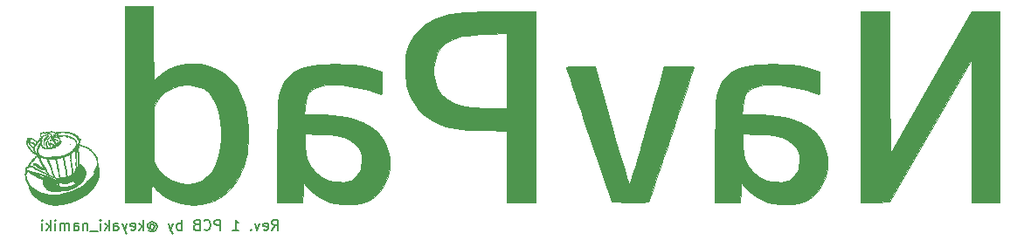
<source format=gbo>
G04 #@! TF.GenerationSoftware,KiCad,Pcbnew,5.1.4*
G04 #@! TF.CreationDate,2019-11-02T22:35:18+09:00*
G04 #@! TF.ProjectId,Navpad_bottom-32u4,4e617670-6164-45f6-926f-74746f6d2d33,rev?*
G04 #@! TF.SameCoordinates,Original*
G04 #@! TF.FileFunction,Legend,Bot*
G04 #@! TF.FilePolarity,Positive*
%FSLAX46Y46*%
G04 Gerber Fmt 4.6, Leading zero omitted, Abs format (unit mm)*
G04 Created by KiCad (PCBNEW 5.1.4) date 2019-11-02 22:35:18*
%MOMM*%
%LPD*%
G04 APERTURE LIST*
%ADD10C,0.150000*%
%ADD11C,0.010000*%
G04 APERTURE END LIST*
D10*
X86422142Y-160853380D02*
X86755476Y-160377190D01*
X86993571Y-160853380D02*
X86993571Y-159853380D01*
X86612619Y-159853380D01*
X86517380Y-159901000D01*
X86469761Y-159948619D01*
X86422142Y-160043857D01*
X86422142Y-160186714D01*
X86469761Y-160281952D01*
X86517380Y-160329571D01*
X86612619Y-160377190D01*
X86993571Y-160377190D01*
X85612619Y-160805761D02*
X85707857Y-160853380D01*
X85898333Y-160853380D01*
X85993571Y-160805761D01*
X86041190Y-160710523D01*
X86041190Y-160329571D01*
X85993571Y-160234333D01*
X85898333Y-160186714D01*
X85707857Y-160186714D01*
X85612619Y-160234333D01*
X85565000Y-160329571D01*
X85565000Y-160424809D01*
X86041190Y-160520047D01*
X85231666Y-160186714D02*
X84993571Y-160853380D01*
X84755476Y-160186714D01*
X84374523Y-160758142D02*
X84326904Y-160805761D01*
X84374523Y-160853380D01*
X84422142Y-160805761D01*
X84374523Y-160758142D01*
X84374523Y-160853380D01*
X82612619Y-160853380D02*
X83184047Y-160853380D01*
X82898333Y-160853380D02*
X82898333Y-159853380D01*
X82993571Y-159996238D01*
X83088809Y-160091476D01*
X83184047Y-160139095D01*
X81422142Y-160853380D02*
X81422142Y-159853380D01*
X81041190Y-159853380D01*
X80945952Y-159901000D01*
X80898333Y-159948619D01*
X80850714Y-160043857D01*
X80850714Y-160186714D01*
X80898333Y-160281952D01*
X80945952Y-160329571D01*
X81041190Y-160377190D01*
X81422142Y-160377190D01*
X79850714Y-160758142D02*
X79898333Y-160805761D01*
X80041190Y-160853380D01*
X80136428Y-160853380D01*
X80279285Y-160805761D01*
X80374523Y-160710523D01*
X80422142Y-160615285D01*
X80469761Y-160424809D01*
X80469761Y-160281952D01*
X80422142Y-160091476D01*
X80374523Y-159996238D01*
X80279285Y-159901000D01*
X80136428Y-159853380D01*
X80041190Y-159853380D01*
X79898333Y-159901000D01*
X79850714Y-159948619D01*
X79088809Y-160329571D02*
X78945952Y-160377190D01*
X78898333Y-160424809D01*
X78850714Y-160520047D01*
X78850714Y-160662904D01*
X78898333Y-160758142D01*
X78945952Y-160805761D01*
X79041190Y-160853380D01*
X79422142Y-160853380D01*
X79422142Y-159853380D01*
X79088809Y-159853380D01*
X78993571Y-159901000D01*
X78945952Y-159948619D01*
X78898333Y-160043857D01*
X78898333Y-160139095D01*
X78945952Y-160234333D01*
X78993571Y-160281952D01*
X79088809Y-160329571D01*
X79422142Y-160329571D01*
X77660238Y-160853380D02*
X77660238Y-159853380D01*
X77660238Y-160234333D02*
X77565000Y-160186714D01*
X77374523Y-160186714D01*
X77279285Y-160234333D01*
X77231666Y-160281952D01*
X77184047Y-160377190D01*
X77184047Y-160662904D01*
X77231666Y-160758142D01*
X77279285Y-160805761D01*
X77374523Y-160853380D01*
X77565000Y-160853380D01*
X77660238Y-160805761D01*
X76850714Y-160186714D02*
X76612619Y-160853380D01*
X76374523Y-160186714D02*
X76612619Y-160853380D01*
X76707857Y-161091476D01*
X76755476Y-161139095D01*
X76850714Y-161186714D01*
X74612619Y-160377190D02*
X74660238Y-160329571D01*
X74755476Y-160281952D01*
X74850714Y-160281952D01*
X74945952Y-160329571D01*
X74993571Y-160377190D01*
X75041190Y-160472428D01*
X75041190Y-160567666D01*
X74993571Y-160662904D01*
X74945952Y-160710523D01*
X74850714Y-160758142D01*
X74755476Y-160758142D01*
X74660238Y-160710523D01*
X74612619Y-160662904D01*
X74612619Y-160281952D02*
X74612619Y-160662904D01*
X74565000Y-160710523D01*
X74517380Y-160710523D01*
X74422142Y-160662904D01*
X74374523Y-160567666D01*
X74374523Y-160329571D01*
X74469761Y-160186714D01*
X74612619Y-160091476D01*
X74803095Y-160043857D01*
X74993571Y-160091476D01*
X75136428Y-160186714D01*
X75231666Y-160329571D01*
X75279285Y-160520047D01*
X75231666Y-160710523D01*
X75136428Y-160853380D01*
X74993571Y-160948619D01*
X74803095Y-160996238D01*
X74612619Y-160948619D01*
X74469761Y-160853380D01*
X73945952Y-160853380D02*
X73945952Y-159853380D01*
X73850714Y-160472428D02*
X73565000Y-160853380D01*
X73565000Y-160186714D02*
X73945952Y-160567666D01*
X72755476Y-160805761D02*
X72850714Y-160853380D01*
X73041190Y-160853380D01*
X73136428Y-160805761D01*
X73184047Y-160710523D01*
X73184047Y-160329571D01*
X73136428Y-160234333D01*
X73041190Y-160186714D01*
X72850714Y-160186714D01*
X72755476Y-160234333D01*
X72707857Y-160329571D01*
X72707857Y-160424809D01*
X73184047Y-160520047D01*
X72374523Y-160186714D02*
X72136428Y-160853380D01*
X71898333Y-160186714D02*
X72136428Y-160853380D01*
X72231666Y-161091476D01*
X72279285Y-161139095D01*
X72374523Y-161186714D01*
X71088809Y-160853380D02*
X71088809Y-160329571D01*
X71136428Y-160234333D01*
X71231666Y-160186714D01*
X71422142Y-160186714D01*
X71517380Y-160234333D01*
X71088809Y-160805761D02*
X71184047Y-160853380D01*
X71422142Y-160853380D01*
X71517380Y-160805761D01*
X71565000Y-160710523D01*
X71565000Y-160615285D01*
X71517380Y-160520047D01*
X71422142Y-160472428D01*
X71184047Y-160472428D01*
X71088809Y-160424809D01*
X70612619Y-160853380D02*
X70612619Y-159853380D01*
X70517380Y-160472428D02*
X70231666Y-160853380D01*
X70231666Y-160186714D02*
X70612619Y-160567666D01*
X69803095Y-160853380D02*
X69803095Y-160186714D01*
X69803095Y-159853380D02*
X69850714Y-159901000D01*
X69803095Y-159948619D01*
X69755476Y-159901000D01*
X69803095Y-159853380D01*
X69803095Y-159948619D01*
X69565000Y-160948619D02*
X68803095Y-160948619D01*
X68565000Y-160186714D02*
X68565000Y-160853380D01*
X68565000Y-160281952D02*
X68517380Y-160234333D01*
X68422142Y-160186714D01*
X68279285Y-160186714D01*
X68184047Y-160234333D01*
X68136428Y-160329571D01*
X68136428Y-160853380D01*
X67231666Y-160853380D02*
X67231666Y-160329571D01*
X67279285Y-160234333D01*
X67374523Y-160186714D01*
X67565000Y-160186714D01*
X67660238Y-160234333D01*
X67231666Y-160805761D02*
X67326904Y-160853380D01*
X67565000Y-160853380D01*
X67660238Y-160805761D01*
X67707857Y-160710523D01*
X67707857Y-160615285D01*
X67660238Y-160520047D01*
X67565000Y-160472428D01*
X67326904Y-160472428D01*
X67231666Y-160424809D01*
X66755476Y-160853380D02*
X66755476Y-160186714D01*
X66755476Y-160281952D02*
X66707857Y-160234333D01*
X66612619Y-160186714D01*
X66469761Y-160186714D01*
X66374523Y-160234333D01*
X66326904Y-160329571D01*
X66326904Y-160853380D01*
X66326904Y-160329571D02*
X66279285Y-160234333D01*
X66184047Y-160186714D01*
X66041190Y-160186714D01*
X65945952Y-160234333D01*
X65898333Y-160329571D01*
X65898333Y-160853380D01*
X65422142Y-160853380D02*
X65422142Y-160186714D01*
X65422142Y-159853380D02*
X65469761Y-159901000D01*
X65422142Y-159948619D01*
X65374523Y-159901000D01*
X65422142Y-159853380D01*
X65422142Y-159948619D01*
X64945952Y-160853380D02*
X64945952Y-159853380D01*
X64850714Y-160472428D02*
X64565000Y-160853380D01*
X64565000Y-160186714D02*
X64945952Y-160567666D01*
X64136428Y-160853380D02*
X64136428Y-160186714D01*
X64136428Y-159853380D02*
X64184047Y-159901000D01*
X64136428Y-159948619D01*
X64088809Y-159901000D01*
X64136428Y-159853380D01*
X64136428Y-159948619D01*
D11*
G36*
X108394500Y-139641315D02*
G01*
X107452382Y-139653204D01*
X106659657Y-139666220D01*
X105996388Y-139682010D01*
X105442636Y-139702217D01*
X104978463Y-139728485D01*
X104583931Y-139762460D01*
X104239101Y-139805785D01*
X103924034Y-139860105D01*
X103618792Y-139927065D01*
X103303438Y-140008308D01*
X103035287Y-140083316D01*
X102151150Y-140412524D01*
X101366669Y-140861043D01*
X100693491Y-141417502D01*
X100143265Y-142070533D01*
X99727638Y-142808767D01*
X99472296Y-143561056D01*
X99391255Y-144041787D01*
X99345299Y-144632468D01*
X99334443Y-145277386D01*
X99358704Y-145920831D01*
X99418095Y-146507089D01*
X99471406Y-146812000D01*
X99635134Y-147377263D01*
X99881579Y-147979153D01*
X100181323Y-148556836D01*
X100504950Y-149049479D01*
X100625629Y-149198917D01*
X101046439Y-149603203D01*
X101584376Y-149996817D01*
X102188713Y-150346777D01*
X102808719Y-150620104D01*
X102815362Y-150622534D01*
X103260693Y-150771604D01*
X103712293Y-150891904D01*
X104196946Y-150986982D01*
X104741432Y-151060390D01*
X105372534Y-151115678D01*
X106117033Y-151156397D01*
X107001712Y-151186096D01*
X107082167Y-151188174D01*
X109177667Y-151241260D01*
X109177667Y-158157334D01*
X111971667Y-158157334D01*
X111971667Y-149013334D01*
X109177667Y-149013334D01*
X107799613Y-149013334D01*
X107263813Y-149007524D01*
X106722249Y-148991547D01*
X106226287Y-148967581D01*
X105827294Y-148937804D01*
X105704113Y-148924478D01*
X104773716Y-148752018D01*
X103981630Y-148482000D01*
X103327487Y-148114038D01*
X102810920Y-147647748D01*
X102431563Y-147082743D01*
X102189050Y-146418638D01*
X102083012Y-145655047D01*
X102086164Y-145121870D01*
X102190866Y-144353959D01*
X102417358Y-143701167D01*
X102769875Y-143156731D01*
X103252653Y-142713890D01*
X103789717Y-142402341D01*
X104146768Y-142250165D01*
X104512967Y-142129154D01*
X104915478Y-142035038D01*
X105381469Y-141963547D01*
X105938106Y-141910412D01*
X106612556Y-141871361D01*
X107336167Y-141844927D01*
X109177667Y-141789908D01*
X109177667Y-149013334D01*
X111971667Y-149013334D01*
X111971667Y-139599820D01*
X108394500Y-139641315D01*
X108394500Y-139641315D01*
G37*
X108394500Y-139641315D02*
X107452382Y-139653204D01*
X106659657Y-139666220D01*
X105996388Y-139682010D01*
X105442636Y-139702217D01*
X104978463Y-139728485D01*
X104583931Y-139762460D01*
X104239101Y-139805785D01*
X103924034Y-139860105D01*
X103618792Y-139927065D01*
X103303438Y-140008308D01*
X103035287Y-140083316D01*
X102151150Y-140412524D01*
X101366669Y-140861043D01*
X100693491Y-141417502D01*
X100143265Y-142070533D01*
X99727638Y-142808767D01*
X99472296Y-143561056D01*
X99391255Y-144041787D01*
X99345299Y-144632468D01*
X99334443Y-145277386D01*
X99358704Y-145920831D01*
X99418095Y-146507089D01*
X99471406Y-146812000D01*
X99635134Y-147377263D01*
X99881579Y-147979153D01*
X100181323Y-148556836D01*
X100504950Y-149049479D01*
X100625629Y-149198917D01*
X101046439Y-149603203D01*
X101584376Y-149996817D01*
X102188713Y-150346777D01*
X102808719Y-150620104D01*
X102815362Y-150622534D01*
X103260693Y-150771604D01*
X103712293Y-150891904D01*
X104196946Y-150986982D01*
X104741432Y-151060390D01*
X105372534Y-151115678D01*
X106117033Y-151156397D01*
X107001712Y-151186096D01*
X107082167Y-151188174D01*
X109177667Y-151241260D01*
X109177667Y-158157334D01*
X111971667Y-158157334D01*
X111971667Y-149013334D01*
X109177667Y-149013334D01*
X107799613Y-149013334D01*
X107263813Y-149007524D01*
X106722249Y-148991547D01*
X106226287Y-148967581D01*
X105827294Y-148937804D01*
X105704113Y-148924478D01*
X104773716Y-148752018D01*
X103981630Y-148482000D01*
X103327487Y-148114038D01*
X102810920Y-147647748D01*
X102431563Y-147082743D01*
X102189050Y-146418638D01*
X102083012Y-145655047D01*
X102086164Y-145121870D01*
X102190866Y-144353959D01*
X102417358Y-143701167D01*
X102769875Y-143156731D01*
X103252653Y-142713890D01*
X103789717Y-142402341D01*
X104146768Y-142250165D01*
X104512967Y-142129154D01*
X104915478Y-142035038D01*
X105381469Y-141963547D01*
X105938106Y-141910412D01*
X106612556Y-141871361D01*
X107336167Y-141844927D01*
X109177667Y-141789908D01*
X109177667Y-149013334D01*
X111971667Y-149013334D01*
X111971667Y-139599820D01*
X108394500Y-139641315D01*
G36*
X124346152Y-145237165D02*
G01*
X124165987Y-145884504D01*
X123962168Y-146607824D01*
X123739046Y-147392347D01*
X123500971Y-148223294D01*
X123252295Y-149085886D01*
X122997368Y-149965344D01*
X122740539Y-150846889D01*
X122486159Y-151715744D01*
X122238580Y-152557129D01*
X122002151Y-153356265D01*
X121781222Y-154098374D01*
X121580145Y-154768676D01*
X121403269Y-155352394D01*
X121254945Y-155834749D01*
X121139524Y-156200961D01*
X121061355Y-156436252D01*
X121024790Y-156525844D01*
X121023119Y-156525724D01*
X120991234Y-156428876D01*
X120916789Y-156182488D01*
X120803647Y-155799861D01*
X120655671Y-155294300D01*
X120476725Y-154679110D01*
X120270671Y-153967594D01*
X120041372Y-153173055D01*
X119792692Y-152308798D01*
X119528492Y-151388127D01*
X119327414Y-150685846D01*
X117686667Y-144950025D01*
X116310834Y-144949679D01*
X115770386Y-144952755D01*
X115381097Y-144963221D01*
X115124899Y-144982468D01*
X114983725Y-145011885D01*
X114939506Y-145052862D01*
X114939513Y-145055167D01*
X114966680Y-145150089D01*
X115044045Y-145393207D01*
X115167549Y-145772309D01*
X115333134Y-146275186D01*
X115536739Y-146889628D01*
X115774306Y-147603423D01*
X116041775Y-148404363D01*
X116335087Y-149280237D01*
X116650183Y-150218834D01*
X116983004Y-151207944D01*
X117127942Y-151638000D01*
X119311858Y-158115000D01*
X121093069Y-158137822D01*
X121688259Y-158144462D01*
X122135971Y-158146049D01*
X122458022Y-158141077D01*
X122676229Y-158128039D01*
X122812411Y-158105428D01*
X122888385Y-158071739D01*
X122925969Y-158025464D01*
X122932285Y-158010822D01*
X122976795Y-157885468D01*
X123068716Y-157618171D01*
X123203132Y-157223577D01*
X123375128Y-156716329D01*
X123579787Y-156111073D01*
X123812194Y-155422454D01*
X124067433Y-154665117D01*
X124340587Y-153853706D01*
X124626741Y-153002867D01*
X124920979Y-152127244D01*
X125218385Y-151241483D01*
X125514043Y-150360228D01*
X125803036Y-149498124D01*
X126080450Y-148669816D01*
X126341368Y-147889949D01*
X126580874Y-147173168D01*
X126794051Y-146534117D01*
X126975986Y-145987442D01*
X127121760Y-145547788D01*
X127226459Y-145229800D01*
X127285166Y-145048121D01*
X127296334Y-145010071D01*
X127216259Y-144990114D01*
X126994387Y-144972913D01*
X126658245Y-144959634D01*
X126235362Y-144951442D01*
X125860980Y-144949334D01*
X124425627Y-144949334D01*
X124346152Y-145237165D01*
X124346152Y-145237165D01*
G37*
X124346152Y-145237165D02*
X124165987Y-145884504D01*
X123962168Y-146607824D01*
X123739046Y-147392347D01*
X123500971Y-148223294D01*
X123252295Y-149085886D01*
X122997368Y-149965344D01*
X122740539Y-150846889D01*
X122486159Y-151715744D01*
X122238580Y-152557129D01*
X122002151Y-153356265D01*
X121781222Y-154098374D01*
X121580145Y-154768676D01*
X121403269Y-155352394D01*
X121254945Y-155834749D01*
X121139524Y-156200961D01*
X121061355Y-156436252D01*
X121024790Y-156525844D01*
X121023119Y-156525724D01*
X120991234Y-156428876D01*
X120916789Y-156182488D01*
X120803647Y-155799861D01*
X120655671Y-155294300D01*
X120476725Y-154679110D01*
X120270671Y-153967594D01*
X120041372Y-153173055D01*
X119792692Y-152308798D01*
X119528492Y-151388127D01*
X119327414Y-150685846D01*
X117686667Y-144950025D01*
X116310834Y-144949679D01*
X115770386Y-144952755D01*
X115381097Y-144963221D01*
X115124899Y-144982468D01*
X114983725Y-145011885D01*
X114939506Y-145052862D01*
X114939513Y-145055167D01*
X114966680Y-145150089D01*
X115044045Y-145393207D01*
X115167549Y-145772309D01*
X115333134Y-146275186D01*
X115536739Y-146889628D01*
X115774306Y-147603423D01*
X116041775Y-148404363D01*
X116335087Y-149280237D01*
X116650183Y-150218834D01*
X116983004Y-151207944D01*
X117127942Y-151638000D01*
X119311858Y-158115000D01*
X121093069Y-158137822D01*
X121688259Y-158144462D01*
X122135971Y-158146049D01*
X122458022Y-158141077D01*
X122676229Y-158128039D01*
X122812411Y-158105428D01*
X122888385Y-158071739D01*
X122925969Y-158025464D01*
X122932285Y-158010822D01*
X122976795Y-157885468D01*
X123068716Y-157618171D01*
X123203132Y-157223577D01*
X123375128Y-156716329D01*
X123579787Y-156111073D01*
X123812194Y-155422454D01*
X124067433Y-154665117D01*
X124340587Y-153853706D01*
X124626741Y-153002867D01*
X124920979Y-152127244D01*
X125218385Y-151241483D01*
X125514043Y-150360228D01*
X125803036Y-149498124D01*
X126080450Y-148669816D01*
X126341368Y-147889949D01*
X126580874Y-147173168D01*
X126794051Y-146534117D01*
X126975986Y-145987442D01*
X127121760Y-145547788D01*
X127226459Y-145229800D01*
X127285166Y-145048121D01*
X127296334Y-145010071D01*
X127216259Y-144990114D01*
X126994387Y-144972913D01*
X126658245Y-144959634D01*
X126235362Y-144951442D01*
X125860980Y-144949334D01*
X124425627Y-144949334D01*
X124346152Y-145237165D01*
G36*
X154190851Y-139657667D02*
G01*
X150247426Y-146550617D01*
X146304000Y-153443567D01*
X146282339Y-146529450D01*
X146260677Y-139615334D01*
X143467667Y-139615334D01*
X143467667Y-158161428D01*
X144869621Y-158138214D01*
X146271574Y-158115000D01*
X154178000Y-144314334D01*
X154221324Y-158157334D01*
X156929667Y-158157334D01*
X156929667Y-139611139D01*
X154190851Y-139657667D01*
X154190851Y-139657667D01*
G37*
X154190851Y-139657667D02*
X150247426Y-146550617D01*
X146304000Y-153443567D01*
X146282339Y-146529450D01*
X146260677Y-139615334D01*
X143467667Y-139615334D01*
X143467667Y-158161428D01*
X144869621Y-158138214D01*
X146271574Y-158115000D01*
X154178000Y-144314334D01*
X154221324Y-158157334D01*
X156929667Y-158157334D01*
X156929667Y-139611139D01*
X154190851Y-139657667D01*
G36*
X72178334Y-158157334D02*
G01*
X74718334Y-158157334D01*
X74718334Y-157353000D01*
X74723303Y-157007372D01*
X74736659Y-156736141D01*
X74756076Y-156576077D01*
X74769230Y-156548667D01*
X74849579Y-156602523D01*
X75022912Y-156746997D01*
X75259095Y-156956448D01*
X75398493Y-157084146D01*
X76099818Y-157645579D01*
X76817452Y-158043680D01*
X77562079Y-158284355D01*
X77574157Y-158286935D01*
X78174579Y-158372499D01*
X78833625Y-158397814D01*
X79477204Y-158363176D01*
X79997728Y-158277222D01*
X80804456Y-157996794D01*
X81547786Y-157568177D01*
X82217367Y-157003994D01*
X82802850Y-156316865D01*
X83293883Y-155519411D01*
X83680117Y-154624255D01*
X83951201Y-153644017D01*
X83997587Y-153399746D01*
X84064282Y-152860567D01*
X84101120Y-152217197D01*
X84109359Y-151514387D01*
X84100601Y-151185399D01*
X81469135Y-151185399D01*
X81462211Y-152021589D01*
X81395957Y-152834625D01*
X81273636Y-153562511D01*
X81238625Y-153708588D01*
X80969799Y-154490209D01*
X80600617Y-155144566D01*
X80139942Y-155665948D01*
X79596639Y-156048643D01*
X78979574Y-156286940D01*
X78297611Y-156375128D01*
X77559615Y-156307494D01*
X77297289Y-156247931D01*
X76603284Y-155983236D01*
X75988007Y-155579471D01*
X75475348Y-155055431D01*
X75155492Y-154562865D01*
X74930000Y-154135667D01*
X74930000Y-148971000D01*
X75155492Y-148543802D01*
X75565256Y-147942295D01*
X76091026Y-147447447D01*
X76707078Y-147073255D01*
X77387688Y-146833714D01*
X78107134Y-146742821D01*
X78443667Y-146754747D01*
X79150201Y-146878693D01*
X79754660Y-147121122D01*
X80261543Y-147487534D01*
X80675345Y-147983432D01*
X81000565Y-148614317D01*
X81241700Y-149385693D01*
X81403246Y-150303060D01*
X81413464Y-150388050D01*
X81469135Y-151185399D01*
X84100601Y-151185399D01*
X84090258Y-150796888D01*
X84045073Y-150109449D01*
X83975064Y-149496821D01*
X83881488Y-149003754D01*
X83873071Y-148971000D01*
X83698354Y-148426889D01*
X83458622Y-147845128D01*
X83178725Y-147276087D01*
X82883510Y-146770137D01*
X82597828Y-146377648D01*
X82588161Y-146366416D01*
X81945861Y-145751283D01*
X81208902Y-145273538D01*
X80388790Y-144938650D01*
X79497033Y-144752088D01*
X79124863Y-144720323D01*
X78162857Y-144744571D01*
X77267551Y-144922864D01*
X76428353Y-145258587D01*
X75634670Y-145755120D01*
X75459707Y-145890610D01*
X74930000Y-146315752D01*
X74907925Y-142711543D01*
X74885849Y-139107334D01*
X72178334Y-139107334D01*
X72178334Y-158157334D01*
X72178334Y-158157334D01*
G37*
X72178334Y-158157334D02*
X74718334Y-158157334D01*
X74718334Y-157353000D01*
X74723303Y-157007372D01*
X74736659Y-156736141D01*
X74756076Y-156576077D01*
X74769230Y-156548667D01*
X74849579Y-156602523D01*
X75022912Y-156746997D01*
X75259095Y-156956448D01*
X75398493Y-157084146D01*
X76099818Y-157645579D01*
X76817452Y-158043680D01*
X77562079Y-158284355D01*
X77574157Y-158286935D01*
X78174579Y-158372499D01*
X78833625Y-158397814D01*
X79477204Y-158363176D01*
X79997728Y-158277222D01*
X80804456Y-157996794D01*
X81547786Y-157568177D01*
X82217367Y-157003994D01*
X82802850Y-156316865D01*
X83293883Y-155519411D01*
X83680117Y-154624255D01*
X83951201Y-153644017D01*
X83997587Y-153399746D01*
X84064282Y-152860567D01*
X84101120Y-152217197D01*
X84109359Y-151514387D01*
X84100601Y-151185399D01*
X81469135Y-151185399D01*
X81462211Y-152021589D01*
X81395957Y-152834625D01*
X81273636Y-153562511D01*
X81238625Y-153708588D01*
X80969799Y-154490209D01*
X80600617Y-155144566D01*
X80139942Y-155665948D01*
X79596639Y-156048643D01*
X78979574Y-156286940D01*
X78297611Y-156375128D01*
X77559615Y-156307494D01*
X77297289Y-156247931D01*
X76603284Y-155983236D01*
X75988007Y-155579471D01*
X75475348Y-155055431D01*
X75155492Y-154562865D01*
X74930000Y-154135667D01*
X74930000Y-148971000D01*
X75155492Y-148543802D01*
X75565256Y-147942295D01*
X76091026Y-147447447D01*
X76707078Y-147073255D01*
X77387688Y-146833714D01*
X78107134Y-146742821D01*
X78443667Y-146754747D01*
X79150201Y-146878693D01*
X79754660Y-147121122D01*
X80261543Y-147487534D01*
X80675345Y-147983432D01*
X81000565Y-148614317D01*
X81241700Y-149385693D01*
X81403246Y-150303060D01*
X81413464Y-150388050D01*
X81469135Y-151185399D01*
X84100601Y-151185399D01*
X84090258Y-150796888D01*
X84045073Y-150109449D01*
X83975064Y-149496821D01*
X83881488Y-149003754D01*
X83873071Y-148971000D01*
X83698354Y-148426889D01*
X83458622Y-147845128D01*
X83178725Y-147276087D01*
X82883510Y-146770137D01*
X82597828Y-146377648D01*
X82588161Y-146366416D01*
X81945861Y-145751283D01*
X81208902Y-145273538D01*
X80388790Y-144938650D01*
X79497033Y-144752088D01*
X79124863Y-144720323D01*
X78162857Y-144744571D01*
X77267551Y-144922864D01*
X76428353Y-145258587D01*
X75634670Y-145755120D01*
X75459707Y-145890610D01*
X74930000Y-146315752D01*
X74907925Y-142711543D01*
X74885849Y-139107334D01*
X72178334Y-139107334D01*
X72178334Y-158157334D01*
G36*
X92413667Y-144745207D02*
G01*
X91626329Y-144756435D01*
X90976393Y-144787840D01*
X90432622Y-144844290D01*
X89963779Y-144930652D01*
X89538626Y-145051796D01*
X89125927Y-145212588D01*
X88974221Y-145281194D01*
X88414333Y-145598906D01*
X87965356Y-145988424D01*
X87607953Y-146474588D01*
X87322792Y-147082240D01*
X87145104Y-147631191D01*
X87106097Y-147776140D01*
X87072870Y-147919106D01*
X87044863Y-148074700D01*
X87021513Y-148257529D01*
X87002260Y-148482203D01*
X86986544Y-148763333D01*
X86973803Y-149115526D01*
X86963477Y-149553393D01*
X86955004Y-150091543D01*
X86947824Y-150744585D01*
X86941376Y-151527129D01*
X86935099Y-152453784D01*
X86930328Y-153225500D01*
X86900415Y-158157334D01*
X89342651Y-158157334D01*
X89396492Y-157764516D01*
X89426044Y-157457923D01*
X89445601Y-157080639D01*
X89450334Y-156820938D01*
X89450334Y-156270177D01*
X89947224Y-156811589D01*
X90598234Y-157400237D01*
X91349627Y-157868673D01*
X92075000Y-158165563D01*
X92600604Y-158287724D01*
X93213156Y-158362128D01*
X93853159Y-158386825D01*
X94461113Y-158359870D01*
X94977522Y-158279314D01*
X95042646Y-158262695D01*
X95766354Y-157982766D01*
X96397515Y-157569066D01*
X96926268Y-157035594D01*
X97342757Y-156396352D01*
X97637122Y-155665337D01*
X97799505Y-154856551D01*
X97829612Y-154305000D01*
X97790112Y-153869005D01*
X95119297Y-153869005D01*
X95107073Y-154220534D01*
X95105742Y-154243223D01*
X95067130Y-154613945D01*
X95003469Y-154942813D01*
X94928102Y-155163849D01*
X94704360Y-155491742D01*
X94402607Y-155805034D01*
X94084154Y-156043237D01*
X93982877Y-156096415D01*
X93704382Y-156167017D01*
X93313144Y-156193859D01*
X92859182Y-156179887D01*
X92392517Y-156128048D01*
X91963169Y-156041290D01*
X91715450Y-155962847D01*
X91154816Y-155661336D01*
X90645148Y-155224916D01*
X90213506Y-154686315D01*
X89886947Y-154078262D01*
X89714807Y-153543000D01*
X89669389Y-153262046D01*
X89630292Y-152879405D01*
X89603912Y-152462722D01*
X89598706Y-152315334D01*
X89577334Y-151511000D01*
X90885226Y-151534196D01*
X91861585Y-151581851D01*
X92689527Y-151690372D01*
X93380288Y-151864193D01*
X93945102Y-152107744D01*
X94395206Y-152425459D01*
X94741834Y-152821770D01*
X94917629Y-153124953D01*
X95035958Y-153388882D01*
X95099387Y-153614344D01*
X95119297Y-153869005D01*
X97790112Y-153869005D01*
X97752562Y-153454543D01*
X97524303Y-152674563D01*
X97150312Y-151971323D01*
X96636066Y-151351089D01*
X95987043Y-150820125D01*
X95208719Y-150384695D01*
X94306573Y-150051065D01*
X94048946Y-149980889D01*
X93567845Y-149881763D01*
X92960010Y-149791869D01*
X92267962Y-149715322D01*
X91534223Y-149656239D01*
X90801315Y-149618734D01*
X90183943Y-149606837D01*
X89520553Y-149606000D01*
X89581707Y-148949834D01*
X89665094Y-148343678D01*
X89797133Y-147875915D01*
X89992023Y-147519145D01*
X90263958Y-147245971D01*
X90559671Y-147062415D01*
X91049606Y-146884662D01*
X91667065Y-146779038D01*
X92387093Y-146744032D01*
X93184730Y-146778133D01*
X94035019Y-146879831D01*
X94913003Y-147047614D01*
X95793723Y-147279971D01*
X96176050Y-147402403D01*
X96511829Y-147513786D01*
X96786970Y-147600711D01*
X96962286Y-147651013D01*
X97001550Y-147658667D01*
X97027174Y-147579255D01*
X97048465Y-147362010D01*
X97063451Y-147038412D01*
X97070158Y-146639944D01*
X97070334Y-146561402D01*
X97070334Y-145464137D01*
X96518319Y-145293637D01*
X95757143Y-145080024D01*
X95027604Y-144924755D01*
X94281845Y-144821434D01*
X93472005Y-144763669D01*
X92550227Y-144745064D01*
X92413667Y-144745207D01*
X92413667Y-144745207D01*
G37*
X92413667Y-144745207D02*
X91626329Y-144756435D01*
X90976393Y-144787840D01*
X90432622Y-144844290D01*
X89963779Y-144930652D01*
X89538626Y-145051796D01*
X89125927Y-145212588D01*
X88974221Y-145281194D01*
X88414333Y-145598906D01*
X87965356Y-145988424D01*
X87607953Y-146474588D01*
X87322792Y-147082240D01*
X87145104Y-147631191D01*
X87106097Y-147776140D01*
X87072870Y-147919106D01*
X87044863Y-148074700D01*
X87021513Y-148257529D01*
X87002260Y-148482203D01*
X86986544Y-148763333D01*
X86973803Y-149115526D01*
X86963477Y-149553393D01*
X86955004Y-150091543D01*
X86947824Y-150744585D01*
X86941376Y-151527129D01*
X86935099Y-152453784D01*
X86930328Y-153225500D01*
X86900415Y-158157334D01*
X89342651Y-158157334D01*
X89396492Y-157764516D01*
X89426044Y-157457923D01*
X89445601Y-157080639D01*
X89450334Y-156820938D01*
X89450334Y-156270177D01*
X89947224Y-156811589D01*
X90598234Y-157400237D01*
X91349627Y-157868673D01*
X92075000Y-158165563D01*
X92600604Y-158287724D01*
X93213156Y-158362128D01*
X93853159Y-158386825D01*
X94461113Y-158359870D01*
X94977522Y-158279314D01*
X95042646Y-158262695D01*
X95766354Y-157982766D01*
X96397515Y-157569066D01*
X96926268Y-157035594D01*
X97342757Y-156396352D01*
X97637122Y-155665337D01*
X97799505Y-154856551D01*
X97829612Y-154305000D01*
X97790112Y-153869005D01*
X95119297Y-153869005D01*
X95107073Y-154220534D01*
X95105742Y-154243223D01*
X95067130Y-154613945D01*
X95003469Y-154942813D01*
X94928102Y-155163849D01*
X94704360Y-155491742D01*
X94402607Y-155805034D01*
X94084154Y-156043237D01*
X93982877Y-156096415D01*
X93704382Y-156167017D01*
X93313144Y-156193859D01*
X92859182Y-156179887D01*
X92392517Y-156128048D01*
X91963169Y-156041290D01*
X91715450Y-155962847D01*
X91154816Y-155661336D01*
X90645148Y-155224916D01*
X90213506Y-154686315D01*
X89886947Y-154078262D01*
X89714807Y-153543000D01*
X89669389Y-153262046D01*
X89630292Y-152879405D01*
X89603912Y-152462722D01*
X89598706Y-152315334D01*
X89577334Y-151511000D01*
X90885226Y-151534196D01*
X91861585Y-151581851D01*
X92689527Y-151690372D01*
X93380288Y-151864193D01*
X93945102Y-152107744D01*
X94395206Y-152425459D01*
X94741834Y-152821770D01*
X94917629Y-153124953D01*
X95035958Y-153388882D01*
X95099387Y-153614344D01*
X95119297Y-153869005D01*
X97790112Y-153869005D01*
X97752562Y-153454543D01*
X97524303Y-152674563D01*
X97150312Y-151971323D01*
X96636066Y-151351089D01*
X95987043Y-150820125D01*
X95208719Y-150384695D01*
X94306573Y-150051065D01*
X94048946Y-149980889D01*
X93567845Y-149881763D01*
X92960010Y-149791869D01*
X92267962Y-149715322D01*
X91534223Y-149656239D01*
X90801315Y-149618734D01*
X90183943Y-149606837D01*
X89520553Y-149606000D01*
X89581707Y-148949834D01*
X89665094Y-148343678D01*
X89797133Y-147875915D01*
X89992023Y-147519145D01*
X90263958Y-147245971D01*
X90559671Y-147062415D01*
X91049606Y-146884662D01*
X91667065Y-146779038D01*
X92387093Y-146744032D01*
X93184730Y-146778133D01*
X94035019Y-146879831D01*
X94913003Y-147047614D01*
X95793723Y-147279971D01*
X96176050Y-147402403D01*
X96511829Y-147513786D01*
X96786970Y-147600711D01*
X96962286Y-147651013D01*
X97001550Y-147658667D01*
X97027174Y-147579255D01*
X97048465Y-147362010D01*
X97063451Y-147038412D01*
X97070158Y-146639944D01*
X97070334Y-146561402D01*
X97070334Y-145464137D01*
X96518319Y-145293637D01*
X95757143Y-145080024D01*
X95027604Y-144924755D01*
X94281845Y-144821434D01*
X93472005Y-144763669D01*
X92550227Y-144745064D01*
X92413667Y-144745207D01*
G36*
X134831667Y-144745207D02*
G01*
X134044329Y-144756435D01*
X133394393Y-144787840D01*
X132850622Y-144844290D01*
X132381779Y-144930652D01*
X131956626Y-145051796D01*
X131543927Y-145212588D01*
X131392221Y-145281194D01*
X130832333Y-145598906D01*
X130383356Y-145988424D01*
X130025953Y-146474588D01*
X129740792Y-147082240D01*
X129563104Y-147631191D01*
X129524097Y-147776140D01*
X129490870Y-147919106D01*
X129462863Y-148074700D01*
X129439513Y-148257529D01*
X129420260Y-148482203D01*
X129404544Y-148763333D01*
X129391803Y-149115526D01*
X129381477Y-149553393D01*
X129373004Y-150091543D01*
X129365824Y-150744585D01*
X129359376Y-151527129D01*
X129353099Y-152453784D01*
X129348328Y-153225500D01*
X129318415Y-158157334D01*
X131760651Y-158157334D01*
X131814492Y-157764516D01*
X131844044Y-157457923D01*
X131863601Y-157080639D01*
X131868334Y-156820938D01*
X131868334Y-156270177D01*
X132365224Y-156811589D01*
X133016234Y-157400237D01*
X133767627Y-157868673D01*
X134493000Y-158165563D01*
X135018604Y-158287724D01*
X135631156Y-158362128D01*
X136271159Y-158386825D01*
X136879113Y-158359870D01*
X137395522Y-158279314D01*
X137460646Y-158262695D01*
X138184354Y-157982766D01*
X138815515Y-157569066D01*
X139344268Y-157035594D01*
X139760757Y-156396352D01*
X140055122Y-155665337D01*
X140217505Y-154856551D01*
X140247612Y-154305000D01*
X140208112Y-153869005D01*
X137537297Y-153869005D01*
X137525073Y-154220534D01*
X137523742Y-154243223D01*
X137485130Y-154613945D01*
X137421469Y-154942813D01*
X137346102Y-155163849D01*
X137122360Y-155491742D01*
X136820607Y-155805034D01*
X136502154Y-156043237D01*
X136400877Y-156096415D01*
X136122382Y-156167017D01*
X135731144Y-156193859D01*
X135277182Y-156179887D01*
X134810517Y-156128048D01*
X134381169Y-156041290D01*
X134133450Y-155962847D01*
X133572816Y-155661336D01*
X133063148Y-155224916D01*
X132631506Y-154686315D01*
X132304947Y-154078262D01*
X132132807Y-153543000D01*
X132087389Y-153262046D01*
X132048292Y-152879405D01*
X132021912Y-152462722D01*
X132016706Y-152315334D01*
X131995334Y-151511000D01*
X133303226Y-151534196D01*
X134279585Y-151581851D01*
X135107527Y-151690372D01*
X135798288Y-151864193D01*
X136363102Y-152107744D01*
X136813206Y-152425459D01*
X137159834Y-152821770D01*
X137335629Y-153124953D01*
X137453958Y-153388882D01*
X137517387Y-153614344D01*
X137537297Y-153869005D01*
X140208112Y-153869005D01*
X140170562Y-153454543D01*
X139942303Y-152674563D01*
X139568312Y-151971323D01*
X139054066Y-151351089D01*
X138405043Y-150820125D01*
X137626719Y-150384695D01*
X136724573Y-150051065D01*
X136466946Y-149980889D01*
X135985845Y-149881763D01*
X135378010Y-149791869D01*
X134685962Y-149715322D01*
X133952223Y-149656239D01*
X133219315Y-149618734D01*
X132601943Y-149606837D01*
X131938553Y-149606000D01*
X131999707Y-148949834D01*
X132083094Y-148343678D01*
X132215133Y-147875915D01*
X132410023Y-147519145D01*
X132681958Y-147245971D01*
X132977671Y-147062415D01*
X133467606Y-146884662D01*
X134085065Y-146779038D01*
X134805093Y-146744032D01*
X135602730Y-146778133D01*
X136453019Y-146879831D01*
X137331003Y-147047614D01*
X138211723Y-147279971D01*
X138594050Y-147402403D01*
X138929829Y-147513786D01*
X139204970Y-147600711D01*
X139380286Y-147651013D01*
X139419550Y-147658667D01*
X139445174Y-147579255D01*
X139466465Y-147362010D01*
X139481451Y-147038412D01*
X139488158Y-146639944D01*
X139488334Y-146561402D01*
X139488334Y-145464137D01*
X138936319Y-145293637D01*
X138175143Y-145080024D01*
X137445604Y-144924755D01*
X136699845Y-144821434D01*
X135890005Y-144763669D01*
X134968227Y-144745064D01*
X134831667Y-144745207D01*
X134831667Y-144745207D01*
G37*
X134831667Y-144745207D02*
X134044329Y-144756435D01*
X133394393Y-144787840D01*
X132850622Y-144844290D01*
X132381779Y-144930652D01*
X131956626Y-145051796D01*
X131543927Y-145212588D01*
X131392221Y-145281194D01*
X130832333Y-145598906D01*
X130383356Y-145988424D01*
X130025953Y-146474588D01*
X129740792Y-147082240D01*
X129563104Y-147631191D01*
X129524097Y-147776140D01*
X129490870Y-147919106D01*
X129462863Y-148074700D01*
X129439513Y-148257529D01*
X129420260Y-148482203D01*
X129404544Y-148763333D01*
X129391803Y-149115526D01*
X129381477Y-149553393D01*
X129373004Y-150091543D01*
X129365824Y-150744585D01*
X129359376Y-151527129D01*
X129353099Y-152453784D01*
X129348328Y-153225500D01*
X129318415Y-158157334D01*
X131760651Y-158157334D01*
X131814492Y-157764516D01*
X131844044Y-157457923D01*
X131863601Y-157080639D01*
X131868334Y-156820938D01*
X131868334Y-156270177D01*
X132365224Y-156811589D01*
X133016234Y-157400237D01*
X133767627Y-157868673D01*
X134493000Y-158165563D01*
X135018604Y-158287724D01*
X135631156Y-158362128D01*
X136271159Y-158386825D01*
X136879113Y-158359870D01*
X137395522Y-158279314D01*
X137460646Y-158262695D01*
X138184354Y-157982766D01*
X138815515Y-157569066D01*
X139344268Y-157035594D01*
X139760757Y-156396352D01*
X140055122Y-155665337D01*
X140217505Y-154856551D01*
X140247612Y-154305000D01*
X140208112Y-153869005D01*
X137537297Y-153869005D01*
X137525073Y-154220534D01*
X137523742Y-154243223D01*
X137485130Y-154613945D01*
X137421469Y-154942813D01*
X137346102Y-155163849D01*
X137122360Y-155491742D01*
X136820607Y-155805034D01*
X136502154Y-156043237D01*
X136400877Y-156096415D01*
X136122382Y-156167017D01*
X135731144Y-156193859D01*
X135277182Y-156179887D01*
X134810517Y-156128048D01*
X134381169Y-156041290D01*
X134133450Y-155962847D01*
X133572816Y-155661336D01*
X133063148Y-155224916D01*
X132631506Y-154686315D01*
X132304947Y-154078262D01*
X132132807Y-153543000D01*
X132087389Y-153262046D01*
X132048292Y-152879405D01*
X132021912Y-152462722D01*
X132016706Y-152315334D01*
X131995334Y-151511000D01*
X133303226Y-151534196D01*
X134279585Y-151581851D01*
X135107527Y-151690372D01*
X135798288Y-151864193D01*
X136363102Y-152107744D01*
X136813206Y-152425459D01*
X137159834Y-152821770D01*
X137335629Y-153124953D01*
X137453958Y-153388882D01*
X137517387Y-153614344D01*
X137537297Y-153869005D01*
X140208112Y-153869005D01*
X140170562Y-153454543D01*
X139942303Y-152674563D01*
X139568312Y-151971323D01*
X139054066Y-151351089D01*
X138405043Y-150820125D01*
X137626719Y-150384695D01*
X136724573Y-150051065D01*
X136466946Y-149980889D01*
X135985845Y-149881763D01*
X135378010Y-149791869D01*
X134685962Y-149715322D01*
X133952223Y-149656239D01*
X133219315Y-149618734D01*
X132601943Y-149606837D01*
X131938553Y-149606000D01*
X131999707Y-148949834D01*
X132083094Y-148343678D01*
X132215133Y-147875915D01*
X132410023Y-147519145D01*
X132681958Y-147245971D01*
X132977671Y-147062415D01*
X133467606Y-146884662D01*
X134085065Y-146779038D01*
X134805093Y-146744032D01*
X135602730Y-146778133D01*
X136453019Y-146879831D01*
X137331003Y-147047614D01*
X138211723Y-147279971D01*
X138594050Y-147402403D01*
X138929829Y-147513786D01*
X139204970Y-147600711D01*
X139380286Y-147651013D01*
X139419550Y-147658667D01*
X139445174Y-147579255D01*
X139466465Y-147362010D01*
X139481451Y-147038412D01*
X139488158Y-146639944D01*
X139488334Y-146561402D01*
X139488334Y-145464137D01*
X138936319Y-145293637D01*
X138175143Y-145080024D01*
X137445604Y-144924755D01*
X136699845Y-144821434D01*
X135890005Y-144763669D01*
X134968227Y-144745064D01*
X134831667Y-144745207D01*
G36*
X66078692Y-151283245D02*
G01*
X66063481Y-151285296D01*
X66047044Y-151289724D01*
X66032057Y-151294723D01*
X65997135Y-151304368D01*
X65956386Y-151310907D01*
X65933734Y-151313111D01*
X65903279Y-151315948D01*
X65869890Y-151319662D01*
X65838678Y-151323659D01*
X65824100Y-151325794D01*
X65796497Y-151329634D01*
X65763775Y-151333479D01*
X65730960Y-151336764D01*
X65713675Y-151338204D01*
X65689924Y-151340175D01*
X65669896Y-151342188D01*
X65655762Y-151344003D01*
X65649768Y-151345326D01*
X65643551Y-151346515D01*
X65629064Y-151348181D01*
X65608177Y-151350178D01*
X65582761Y-151352360D01*
X65554686Y-151354582D01*
X65525825Y-151356698D01*
X65498046Y-151358562D01*
X65473221Y-151360028D01*
X65453221Y-151360950D01*
X65447041Y-151361133D01*
X65431474Y-151362006D01*
X65420478Y-151363598D01*
X65417464Y-151364763D01*
X65418156Y-151370414D01*
X65423312Y-151381413D01*
X65427558Y-151388600D01*
X65438212Y-151402627D01*
X65448221Y-151408741D01*
X65453567Y-151409400D01*
X65460770Y-151411400D01*
X65470944Y-151417941D01*
X65485067Y-151429834D01*
X65504118Y-151447892D01*
X65523889Y-151467648D01*
X65554550Y-151499203D01*
X65577971Y-151524381D01*
X65594489Y-151543576D01*
X65604439Y-151557179D01*
X65608157Y-151565585D01*
X65608200Y-151566272D01*
X65611088Y-151572469D01*
X65618766Y-151584411D01*
X65629757Y-151599845D01*
X65633482Y-151604823D01*
X65648453Y-151624925D01*
X65658416Y-151639415D01*
X65664716Y-151650611D01*
X65668697Y-151660829D01*
X65671035Y-151669513D01*
X65671981Y-151678435D01*
X65668305Y-151685204D01*
X65658064Y-151692602D01*
X65652688Y-151695785D01*
X65633645Y-151704472D01*
X65612621Y-151710790D01*
X65606930Y-151711838D01*
X65592885Y-151714854D01*
X65584185Y-151718591D01*
X65582800Y-151720511D01*
X65587224Y-151722761D01*
X65598397Y-151723039D01*
X65613178Y-151721681D01*
X65628423Y-151719026D01*
X65640988Y-151715409D01*
X65644305Y-151713908D01*
X65657178Y-151709649D01*
X65669491Y-151709501D01*
X65677756Y-151713157D01*
X65679320Y-151716992D01*
X65676157Y-151730013D01*
X65668252Y-151745962D01*
X65657982Y-151760521D01*
X65652102Y-151766442D01*
X65624478Y-151784058D01*
X65590058Y-151797275D01*
X65577720Y-151800442D01*
X65559879Y-151805297D01*
X65544590Y-151810831D01*
X65538396Y-151813918D01*
X65529395Y-151818087D01*
X65520044Y-151817528D01*
X65508406Y-151813280D01*
X65496223Y-151808806D01*
X65488700Y-151807199D01*
X65487878Y-151807429D01*
X65490734Y-151810290D01*
X65500242Y-151814872D01*
X65502628Y-151815826D01*
X65516723Y-151821674D01*
X65537478Y-151830886D01*
X65565546Y-151843763D01*
X65601583Y-151860603D01*
X65634340Y-151876065D01*
X65658398Y-151887032D01*
X65682938Y-151897492D01*
X65706109Y-151906742D01*
X65726062Y-151914077D01*
X65740945Y-151918792D01*
X65748908Y-151920186D01*
X65749613Y-151919920D01*
X65749822Y-151918801D01*
X65747755Y-151917019D01*
X65742268Y-151914041D01*
X65732216Y-151909338D01*
X65716455Y-151902377D01*
X65693839Y-151892627D01*
X65663224Y-151879556D01*
X65656460Y-151876675D01*
X65630481Y-151865593D01*
X65605065Y-151854715D01*
X65583161Y-151845306D01*
X65567957Y-151838733D01*
X65540414Y-151826747D01*
X65557797Y-151824037D01*
X65574326Y-151821619D01*
X65593581Y-151819013D01*
X65598064Y-151818439D01*
X65620154Y-151812734D01*
X65643883Y-151802034D01*
X65665591Y-151788364D01*
X65681619Y-151773751D01*
X65683764Y-151770973D01*
X65691706Y-151756600D01*
X65698776Y-151738635D01*
X65700375Y-151733245D01*
X65706544Y-151710182D01*
X65813823Y-151706525D01*
X65881226Y-151705250D01*
X65946744Y-151705964D01*
X66006423Y-151708621D01*
X66009075Y-151708796D01*
X66040932Y-151710776D01*
X66066601Y-151712044D01*
X66085477Y-151712619D01*
X66096956Y-151712518D01*
X66100429Y-151711758D01*
X66095294Y-151710359D01*
X66080942Y-151708337D01*
X66069382Y-151707018D01*
X66047835Y-151704316D01*
X66021880Y-151700534D01*
X65997094Y-151696485D01*
X65996820Y-151696437D01*
X65972488Y-151692776D01*
X65943194Y-151689254D01*
X65914125Y-151686473D01*
X65905406Y-151685817D01*
X65882895Y-151683970D01*
X65869443Y-151681990D01*
X65865239Y-151679653D01*
X65870470Y-151676732D01*
X65885325Y-151673003D01*
X65909992Y-151668240D01*
X65921850Y-151666134D01*
X65958649Y-151661475D01*
X66002994Y-151658747D01*
X66052461Y-151657913D01*
X66104629Y-151658938D01*
X66157075Y-151661786D01*
X66207376Y-151666423D01*
X66240660Y-151670811D01*
X66273099Y-151676122D01*
X66306542Y-151682261D01*
X66337682Y-151688577D01*
X66363214Y-151694423D01*
X66370200Y-151696234D01*
X66398796Y-151703687D01*
X66431094Y-151711650D01*
X66461030Y-151718635D01*
X66466720Y-151719899D01*
X66525746Y-151733186D01*
X66578634Y-151745793D01*
X66624829Y-151757559D01*
X66663775Y-151768323D01*
X66694915Y-151777923D01*
X66717695Y-151786199D01*
X66731557Y-151792989D01*
X66735960Y-151797903D01*
X66740437Y-151801856D01*
X66752782Y-151808629D01*
X66771367Y-151817432D01*
X66794564Y-151827472D01*
X66808350Y-151833097D01*
X66830261Y-151842116D01*
X66853306Y-151852045D01*
X66876173Y-151862258D01*
X66897551Y-151872127D01*
X66916129Y-151881023D01*
X66930596Y-151888321D01*
X66939640Y-151893391D01*
X66941950Y-151895608D01*
X66936620Y-151894470D01*
X66923609Y-151890851D01*
X66906275Y-151886550D01*
X66887882Y-151882311D01*
X66871693Y-151878878D01*
X66860970Y-151876991D01*
X66859150Y-151876835D01*
X66853244Y-151879348D01*
X66852800Y-151880835D01*
X66857348Y-151883876D01*
X66869692Y-151889040D01*
X66887883Y-151895575D01*
X66907410Y-151901933D01*
X66955849Y-151917566D01*
X67003670Y-151933998D01*
X67049197Y-151950591D01*
X67090754Y-151966704D01*
X67126664Y-151981699D01*
X67155251Y-151994938D01*
X67165766Y-152000418D01*
X67194281Y-152018235D01*
X67224057Y-152040386D01*
X67250380Y-152063294D01*
X67256245Y-152069104D01*
X67268945Y-152081487D01*
X67278906Y-152089999D01*
X67284111Y-152092927D01*
X67284258Y-152092871D01*
X67288202Y-152095958D01*
X67296207Y-152105798D01*
X67306856Y-152120585D01*
X67312324Y-152128657D01*
X67324084Y-152145272D01*
X67334346Y-152157835D01*
X67341521Y-152164482D01*
X67343314Y-152165047D01*
X67350873Y-152168005D01*
X67361876Y-152177828D01*
X67374751Y-152192542D01*
X67387929Y-152210178D01*
X67399838Y-152228761D01*
X67408908Y-152246320D01*
X67409883Y-152248636D01*
X67416373Y-152265933D01*
X67421606Y-152283480D01*
X67425793Y-152302828D01*
X67429146Y-152325526D01*
X67431876Y-152353126D01*
X67434195Y-152387177D01*
X67436315Y-152429228D01*
X67437139Y-152448260D01*
X67438598Y-152481757D01*
X67440074Y-152513233D01*
X67441467Y-152540751D01*
X67442679Y-152562374D01*
X67443610Y-152576165D01*
X67443753Y-152577800D01*
X67444567Y-152588705D01*
X67444304Y-152591622D01*
X67443624Y-152588928D01*
X67440086Y-152579815D01*
X67435043Y-152580535D01*
X67428649Y-152590900D01*
X67421057Y-152610718D01*
X67417818Y-152620922D01*
X67411015Y-152641147D01*
X67405639Y-152652603D01*
X67401962Y-152654732D01*
X67401623Y-152654294D01*
X67397814Y-152654327D01*
X67392593Y-152664216D01*
X67388768Y-152674998D01*
X67377343Y-152703973D01*
X67360884Y-152737258D01*
X67341182Y-152771637D01*
X67320025Y-152803891D01*
X67308247Y-152819778D01*
X67292774Y-152840708D01*
X67278951Y-152861477D01*
X67268001Y-152880041D01*
X67261145Y-152894353D01*
X67259434Y-152901447D01*
X67262672Y-152899889D01*
X67271095Y-152892246D01*
X67283112Y-152880003D01*
X67287805Y-152874980D01*
X67301456Y-152860301D01*
X67309121Y-152852627D01*
X67311676Y-152851467D01*
X67309993Y-152856329D01*
X67305889Y-152864820D01*
X67295666Y-152880322D01*
X67281348Y-152896204D01*
X67274442Y-152902320D01*
X67259529Y-152914801D01*
X67241303Y-152930761D01*
X67224375Y-152946133D01*
X67205649Y-152963236D01*
X67185318Y-152981364D01*
X67169643Y-152994993D01*
X67147690Y-153015577D01*
X67128399Y-153037167D01*
X67112892Y-153058137D01*
X67102290Y-153076864D01*
X67097715Y-153091726D01*
X67098353Y-153098176D01*
X67104145Y-153104555D01*
X67111734Y-153105745D01*
X67116664Y-153101473D01*
X67116960Y-153099316D01*
X67120471Y-153092480D01*
X67129063Y-153082271D01*
X67139831Y-153071591D01*
X67149869Y-153063344D01*
X67155922Y-153060400D01*
X67155081Y-153063649D01*
X67148744Y-153071880D01*
X67144243Y-153076910D01*
X67131445Y-153091455D01*
X67117497Y-153108417D01*
X67112817Y-153114407D01*
X67094429Y-153133197D01*
X67073555Y-153146152D01*
X67053048Y-153151577D01*
X67050153Y-153151636D01*
X67042487Y-153151180D01*
X67042959Y-153149152D01*
X67051982Y-153143967D01*
X67052190Y-153143854D01*
X67063382Y-153137005D01*
X67065727Y-153133958D01*
X67059967Y-153135148D01*
X67047110Y-153140871D01*
X67033202Y-153147729D01*
X67022284Y-153152907D01*
X67020440Y-153153731D01*
X67018820Y-153155365D01*
X67025520Y-153154639D01*
X67038220Y-153152245D01*
X67025911Y-153161618D01*
X67015516Y-153168384D01*
X66999184Y-153177778D01*
X66980111Y-153187978D01*
X66976389Y-153189882D01*
X66959567Y-153198626D01*
X66943571Y-153207483D01*
X66926417Y-153217654D01*
X66906118Y-153230341D01*
X66880687Y-153246743D01*
X66860420Y-153259996D01*
X66826398Y-153282789D01*
X66799038Y-153302319D01*
X66776131Y-153320270D01*
X66755470Y-153338332D01*
X66745344Y-153347879D01*
X66729720Y-153362211D01*
X66716179Y-153373325D01*
X66706754Y-153379611D01*
X66704261Y-153380439D01*
X66696660Y-153383245D01*
X66683774Y-153390596D01*
X66668598Y-153400760D01*
X66654054Y-153410921D01*
X66642949Y-153418207D01*
X66637635Y-153421078D01*
X66637597Y-153421079D01*
X66632393Y-153423534D01*
X66620534Y-153430136D01*
X66604038Y-153439741D01*
X66592756Y-153446470D01*
X66573833Y-153457421D01*
X66557645Y-153466001D01*
X66546481Y-153471037D01*
X66543254Y-153471870D01*
X66534415Y-153473944D01*
X66520864Y-153479143D01*
X66515314Y-153481654D01*
X66499466Y-153488848D01*
X66479041Y-153497716D01*
X66461640Y-153505020D01*
X66442012Y-153513399D01*
X66417330Y-153524361D01*
X66391693Y-153536073D01*
X66380654Y-153541233D01*
X66356069Y-153552231D01*
X66334995Y-153559884D01*
X66313414Y-153565337D01*
X66287306Y-153569737D01*
X66274761Y-153571450D01*
X66216756Y-153579922D01*
X66168027Y-153588993D01*
X66127698Y-153598910D01*
X66094891Y-153609917D01*
X66068729Y-153622259D01*
X66050949Y-153634072D01*
X66042205Y-153640765D01*
X66034350Y-153645812D01*
X66025573Y-153649727D01*
X66014064Y-153653023D01*
X65998012Y-153656214D01*
X65975606Y-153659814D01*
X65945035Y-153664337D01*
X65943480Y-153664564D01*
X65891305Y-153673199D01*
X65846458Y-153682962D01*
X65806121Y-153694547D01*
X65773300Y-153706331D01*
X65742820Y-153718260D01*
X65478660Y-153718406D01*
X65397540Y-153718625D01*
X65325944Y-153719205D01*
X65263241Y-153720180D01*
X65208802Y-153721580D01*
X65161996Y-153723437D01*
X65122192Y-153725782D01*
X65088759Y-153728647D01*
X65061068Y-153732063D01*
X65038488Y-153736062D01*
X65020389Y-153740676D01*
X65018059Y-153741411D01*
X64995146Y-153746920D01*
X64963902Y-153751611D01*
X64926134Y-153755373D01*
X64883645Y-153758097D01*
X64838241Y-153759672D01*
X64791726Y-153759988D01*
X64745907Y-153758935D01*
X64736980Y-153758551D01*
X64702829Y-153757075D01*
X64666155Y-153755690D01*
X64630863Y-153754532D01*
X64600854Y-153753736D01*
X64594740Y-153753611D01*
X64545036Y-153752334D01*
X64494194Y-153750394D01*
X64443874Y-153747902D01*
X64395735Y-153744967D01*
X64351436Y-153741698D01*
X64312638Y-153738204D01*
X64281000Y-153734595D01*
X64261807Y-153731671D01*
X64232999Y-153725691D01*
X64208001Y-153718460D01*
X64182709Y-153708577D01*
X64153014Y-153694642D01*
X64152587Y-153694431D01*
X64127151Y-153681421D01*
X64101583Y-153667603D01*
X64079227Y-153654822D01*
X64066061Y-153646688D01*
X64048907Y-153636378D01*
X64025639Y-153623660D01*
X63999439Y-153610222D01*
X63975891Y-153598865D01*
X63953637Y-153588129D01*
X63935168Y-153578496D01*
X63922228Y-153570928D01*
X63916556Y-153566387D01*
X63916440Y-153566018D01*
X63912452Y-153560894D01*
X63901975Y-153551961D01*
X63887054Y-153540923D01*
X63882701Y-153537920D01*
X63867268Y-153525908D01*
X63849184Y-153509430D01*
X63829595Y-153489819D01*
X63815245Y-153474420D01*
X63784480Y-153474420D01*
X63781940Y-153476960D01*
X63779400Y-153474420D01*
X63781940Y-153471880D01*
X63784480Y-153474420D01*
X63815245Y-153474420D01*
X63809645Y-153468411D01*
X63790479Y-153446539D01*
X63773243Y-153425536D01*
X63759081Y-153406738D01*
X63749139Y-153391479D01*
X63744560Y-153381092D01*
X63745052Y-153377534D01*
X63748581Y-153380236D01*
X63755321Y-153389315D01*
X63759397Y-153395650D01*
X63767618Y-153407610D01*
X63774230Y-153414870D01*
X63776141Y-153415863D01*
X63778742Y-153411823D01*
X63776134Y-153399753D01*
X63768518Y-153380227D01*
X63756092Y-153353815D01*
X63750973Y-153343692D01*
X63739101Y-153319489D01*
X63727371Y-153293794D01*
X63717801Y-153271076D01*
X63715445Y-153264952D01*
X63707290Y-153243270D01*
X63697323Y-153217172D01*
X63687467Y-153191689D01*
X63685793Y-153187400D01*
X63681047Y-153174700D01*
X63667640Y-153174700D01*
X63665100Y-153177240D01*
X63662560Y-153174700D01*
X63665100Y-153172160D01*
X63667640Y-153174700D01*
X63681047Y-153174700D01*
X63676412Y-153162299D01*
X63662560Y-153162299D01*
X63660928Y-153166915D01*
X63657182Y-153162888D01*
X63655542Y-153159196D01*
X63655187Y-153153952D01*
X63657539Y-153154415D01*
X63662380Y-153160920D01*
X63662560Y-153162299D01*
X63676412Y-153162299D01*
X63674080Y-153156063D01*
X63666367Y-153131289D01*
X63662173Y-153110520D01*
X63661017Y-153091199D01*
X63662418Y-153070771D01*
X63662978Y-153066210D01*
X63665255Y-153046723D01*
X63666997Y-153029920D01*
X63640857Y-153029920D01*
X63640461Y-153040907D01*
X63639447Y-153043923D01*
X63638655Y-153041350D01*
X63637815Y-153026546D01*
X63638655Y-153018490D01*
X63639912Y-153016082D01*
X63640709Y-153022465D01*
X63640857Y-153029920D01*
X63666997Y-153029920D01*
X63667927Y-153020952D01*
X63670606Y-152992741D01*
X63672273Y-152973674D01*
X63675457Y-152942962D01*
X63679224Y-152918654D01*
X63683344Y-152901580D01*
X63687588Y-152892572D01*
X63691725Y-152892459D01*
X63693718Y-152896088D01*
X63696566Y-152902103D01*
X63697589Y-152898601D01*
X63697763Y-152894598D01*
X63700342Y-152877533D01*
X63706758Y-152853171D01*
X63716300Y-152823298D01*
X63728256Y-152789700D01*
X63741911Y-152754165D01*
X63756555Y-152718477D01*
X63771474Y-152684425D01*
X63785955Y-152653794D01*
X63799287Y-152628371D01*
X63810756Y-152609941D01*
X63811977Y-152608280D01*
X63826943Y-152587787D01*
X63841427Y-152566895D01*
X63854215Y-152547476D01*
X63864097Y-152531401D01*
X63869862Y-152520542D01*
X63870840Y-152517368D01*
X63874357Y-152512037D01*
X63883754Y-152501806D01*
X63897303Y-152488505D01*
X63903860Y-152482403D01*
X63918668Y-152468220D01*
X63930040Y-152456157D01*
X63936238Y-152448110D01*
X63936880Y-152446393D01*
X63933322Y-152441210D01*
X63924073Y-152442312D01*
X63912604Y-152448553D01*
X63899963Y-152455439D01*
X63890865Y-152458476D01*
X63875556Y-152464249D01*
X63858154Y-152474668D01*
X63843262Y-152486738D01*
X63837817Y-152492986D01*
X63831105Y-152504033D01*
X63830979Y-152507768D01*
X63836725Y-152503945D01*
X63844944Y-152495426D01*
X63858785Y-152482131D01*
X63874024Y-152470727D01*
X63876694Y-152469127D01*
X63893700Y-152459514D01*
X63875531Y-152479287D01*
X63864163Y-152493374D01*
X63850608Y-152512666D01*
X63837477Y-152533410D01*
X63835272Y-152537160D01*
X63823318Y-152556853D01*
X63811371Y-152575006D01*
X63801611Y-152588340D01*
X63799801Y-152590500D01*
X63788292Y-152604690D01*
X63776000Y-152621389D01*
X63772796Y-152626060D01*
X63761840Y-152642169D01*
X63748733Y-152661130D01*
X63741346Y-152671686D01*
X63730031Y-152688738D01*
X63724655Y-152699120D01*
X63725269Y-152702431D01*
X63731925Y-152698271D01*
X63738700Y-152692157D01*
X63753880Y-152677614D01*
X63732450Y-152728037D01*
X63723103Y-152749071D01*
X63714554Y-152766596D01*
X63707890Y-152778476D01*
X63704732Y-152782432D01*
X63699031Y-152788552D01*
X63691902Y-152801162D01*
X63682711Y-152821484D01*
X63675842Y-152838138D01*
X63671337Y-152852514D01*
X63666527Y-152872889D01*
X63662363Y-152895177D01*
X63661898Y-152898136D01*
X63658679Y-152917923D01*
X63656177Y-152928985D01*
X63653826Y-152932676D01*
X63651060Y-152930351D01*
X63649543Y-152927726D01*
X63646471Y-152923292D01*
X63644242Y-152924475D01*
X63642426Y-152932611D01*
X63640589Y-152949037D01*
X63639780Y-152957898D01*
X63637506Y-152976986D01*
X63634671Y-152991449D01*
X63631781Y-152998915D01*
X63630913Y-152999440D01*
X63628599Y-153004410D01*
X63627450Y-153019008D01*
X63627489Y-153042768D01*
X63627951Y-153057681D01*
X63628646Y-153085667D01*
X63628176Y-153104484D01*
X63626483Y-153115060D01*
X63624247Y-153118199D01*
X63619345Y-153124307D01*
X63615363Y-153136133D01*
X63615101Y-153137427D01*
X63611843Y-153152204D01*
X63607055Y-153171286D01*
X63604066Y-153182320D01*
X63599619Y-153204773D01*
X63598859Y-153224896D01*
X63599364Y-153229283D01*
X63602582Y-153244319D01*
X63605488Y-153249441D01*
X63607840Y-153244896D01*
X63609395Y-153230929D01*
X63609836Y-153218646D01*
X63611209Y-153196467D01*
X63614141Y-153178182D01*
X63618146Y-153165374D01*
X63622736Y-153159627D01*
X63627210Y-153162172D01*
X63631032Y-153170939D01*
X63636760Y-153187425D01*
X63643757Y-153209511D01*
X63651385Y-153235078D01*
X63659007Y-153262009D01*
X63665985Y-153288185D01*
X63669980Y-153304240D01*
X63676813Y-153328460D01*
X63685205Y-153351900D01*
X63694128Y-153372179D01*
X63702554Y-153386916D01*
X63708388Y-153393206D01*
X63711133Y-153391605D01*
X63710338Y-153382220D01*
X63706242Y-153366696D01*
X63703186Y-153357580D01*
X63701087Y-153346733D01*
X63701585Y-153341753D01*
X63700942Y-153334212D01*
X63697171Y-153320739D01*
X63693050Y-153309343D01*
X63686574Y-153291583D01*
X63684398Y-153282535D01*
X63686126Y-153281899D01*
X63691366Y-153289374D01*
X63699722Y-153304661D01*
X63707419Y-153320277D01*
X63718798Y-153344110D01*
X63732382Y-153372509D01*
X63745974Y-153400883D01*
X63752007Y-153413460D01*
X63761882Y-153434419D01*
X63769901Y-153452169D01*
X63775140Y-153464621D01*
X63776719Y-153469443D01*
X63779671Y-153476659D01*
X63786551Y-153487912D01*
X63788384Y-153490547D01*
X63795700Y-153501668D01*
X63799548Y-153509169D01*
X63799720Y-153510030D01*
X63802707Y-153515853D01*
X63810131Y-153525897D01*
X63812629Y-153528934D01*
X63820355Y-153539023D01*
X63823793Y-153545372D01*
X63823698Y-153546115D01*
X63818324Y-153545721D01*
X63805277Y-153543199D01*
X63786710Y-153538997D01*
X63771419Y-153535255D01*
X63733724Y-153523834D01*
X63704881Y-153510522D01*
X63683648Y-153494614D01*
X63670180Y-153477756D01*
X63634149Y-153426073D01*
X63588711Y-153372903D01*
X63534404Y-153318839D01*
X63493229Y-153282332D01*
X63479199Y-153269251D01*
X63468953Y-153257473D01*
X63464492Y-153249336D01*
X63464440Y-153248745D01*
X63462061Y-153239595D01*
X63455892Y-153225222D01*
X63449169Y-153212232D01*
X63440733Y-153196593D01*
X63429379Y-153174832D01*
X63416658Y-153149953D01*
X63405310Y-153127352D01*
X63385483Y-153090236D01*
X63367582Y-153062483D01*
X63351729Y-153044247D01*
X63338047Y-153035685D01*
X63333528Y-153034999D01*
X63324952Y-153031380D01*
X63318174Y-153019982D01*
X63312872Y-152999996D01*
X63309095Y-152974025D01*
X63305657Y-152943633D01*
X63321987Y-152949326D01*
X63334705Y-152952443D01*
X63342784Y-152950171D01*
X63345530Y-152947807D01*
X63348516Y-152943022D01*
X63347829Y-152936431D01*
X63342730Y-152925948D01*
X63332481Y-152909487D01*
X63331376Y-152907787D01*
X63319890Y-152889037D01*
X63313512Y-152874950D01*
X63311029Y-152862232D01*
X63310960Y-152852366D01*
X63313037Y-152836918D01*
X63317111Y-152825226D01*
X63318858Y-152822805D01*
X63322831Y-152820382D01*
X63325464Y-152823907D01*
X63327415Y-152834981D01*
X63328581Y-152846464D01*
X63332496Y-152867930D01*
X63339974Y-152892464D01*
X63349765Y-152917036D01*
X63360618Y-152938620D01*
X63371282Y-152954187D01*
X63374386Y-152957346D01*
X63380773Y-152962574D01*
X63383051Y-152961673D01*
X63382124Y-152953076D01*
X63380871Y-152946107D01*
X63376784Y-152930171D01*
X63370096Y-152910118D01*
X63364352Y-152895396D01*
X63353372Y-152859052D01*
X63348857Y-152825597D01*
X63346157Y-152786196D01*
X63373222Y-152741688D01*
X63390648Y-152713612D01*
X63409332Y-152684761D01*
X63430721Y-152652960D01*
X63456264Y-152616032D01*
X63466973Y-152600753D01*
X63484761Y-152575447D01*
X63484760Y-152599483D01*
X63485482Y-152613490D01*
X63487317Y-152622088D01*
X63488570Y-152623391D01*
X63492452Y-152619087D01*
X63499215Y-152607831D01*
X63507507Y-152591909D01*
X63508875Y-152589101D01*
X63519441Y-152569349D01*
X63533719Y-152545473D01*
X63549290Y-152521447D01*
X63555992Y-152511760D01*
X63571443Y-152489447D01*
X63586965Y-152466158D01*
X63600092Y-152445622D01*
X63604664Y-152438100D01*
X63620220Y-152415968D01*
X63636829Y-152399293D01*
X63642432Y-152395298D01*
X63655772Y-152384527D01*
X63673316Y-152366752D01*
X63674363Y-152365562D01*
X63609918Y-152365562D01*
X63609907Y-152366755D01*
X63605430Y-152374600D01*
X63597777Y-152388284D01*
X63589643Y-152403578D01*
X63589523Y-152403810D01*
X63583351Y-152414600D01*
X63578986Y-152420129D01*
X63578507Y-152420320D01*
X63579034Y-152416344D01*
X63583324Y-152406341D01*
X63585860Y-152401270D01*
X63594336Y-152386437D01*
X63602765Y-152373954D01*
X63604279Y-152372060D01*
X63609918Y-152365562D01*
X63674363Y-152365562D01*
X63693776Y-152343515D01*
X63715866Y-152316358D01*
X63738296Y-152286825D01*
X63759780Y-152256458D01*
X63765726Y-152247600D01*
X63782772Y-152223356D01*
X63802860Y-152196991D01*
X63822368Y-152173211D01*
X63827505Y-152167352D01*
X63844033Y-152147953D01*
X63854913Y-152133295D01*
X63860001Y-152123978D01*
X63859160Y-152120598D01*
X63852246Y-152123754D01*
X63839121Y-152134043D01*
X63834347Y-152138254D01*
X63807548Y-152163871D01*
X63783998Y-152190122D01*
X63760972Y-152220225D01*
X63743874Y-152245060D01*
X63731763Y-152262486D01*
X63717145Y-152282402D01*
X63701303Y-152303195D01*
X63685520Y-152323251D01*
X63671077Y-152340958D01*
X63659258Y-152354705D01*
X63651343Y-152362878D01*
X63648939Y-152364439D01*
X63649690Y-152360486D01*
X63655426Y-152349469D01*
X63665315Y-152332652D01*
X63678522Y-152311298D01*
X63694214Y-152286671D01*
X63711555Y-152260035D01*
X63729713Y-152232653D01*
X63747853Y-152205789D01*
X63765141Y-152180708D01*
X63780743Y-152158671D01*
X63793825Y-152140944D01*
X63803554Y-152128790D01*
X63806729Y-152125363D01*
X63815526Y-152114440D01*
X63818840Y-152105370D01*
X63818561Y-152103751D01*
X63820532Y-152096166D01*
X63828754Y-152090546D01*
X63853934Y-152075546D01*
X63879974Y-152054063D01*
X63904532Y-152028602D01*
X63925266Y-152001673D01*
X63939832Y-151975781D01*
X63942635Y-151968631D01*
X63945954Y-151956388D01*
X63944139Y-151948795D01*
X63936901Y-151941794D01*
X63926778Y-151935532D01*
X63919601Y-151934112D01*
X63914110Y-151939010D01*
X63905176Y-151950065D01*
X63895197Y-151964206D01*
X63883916Y-151978777D01*
X63867149Y-151997489D01*
X63847168Y-152017923D01*
X63826422Y-152037496D01*
X63806839Y-152055409D01*
X63789298Y-152071951D01*
X63775583Y-152085403D01*
X63767480Y-152094050D01*
X63766972Y-152094680D01*
X63760854Y-152103659D01*
X63761236Y-152108944D01*
X63765755Y-152112916D01*
X63770369Y-152117657D01*
X63768906Y-152123041D01*
X63760533Y-152131982D01*
X63760208Y-152132295D01*
X63752368Y-152141358D01*
X63740460Y-152156970D01*
X63725936Y-152177147D01*
X63710249Y-152199909D01*
X63705740Y-152206634D01*
X63690977Y-152228347D01*
X63677942Y-152246672D01*
X63667755Y-152260097D01*
X63661538Y-152267112D01*
X63660421Y-152267784D01*
X63653373Y-152270989D01*
X63646451Y-152276327D01*
X63639231Y-152281199D01*
X63637160Y-152278324D01*
X63633492Y-152271689D01*
X63623468Y-152260036D01*
X63608566Y-152244820D01*
X63590259Y-152227496D01*
X63570022Y-152209522D01*
X63553340Y-152195576D01*
X63535132Y-152182326D01*
X63514756Y-152169829D01*
X63494931Y-152159530D01*
X63478375Y-152152870D01*
X63469616Y-152151129D01*
X63468933Y-152154209D01*
X63474889Y-152162799D01*
X63486375Y-152175832D01*
X63502283Y-152192245D01*
X63521503Y-152210974D01*
X63542927Y-152230955D01*
X63565446Y-152251121D01*
X63587952Y-152270410D01*
X63609336Y-152287757D01*
X63621878Y-152297317D01*
X63620312Y-152300851D01*
X63615948Y-152303878D01*
X63605550Y-152313073D01*
X63591521Y-152330724D01*
X63574413Y-152356028D01*
X63554778Y-152388181D01*
X63538871Y-152416042D01*
X63517472Y-152453707D01*
X63496188Y-152489726D01*
X63475701Y-152523065D01*
X63456691Y-152552689D01*
X63439839Y-152577565D01*
X63425827Y-152596658D01*
X63415335Y-152608934D01*
X63409043Y-152613358D01*
X63408975Y-152613360D01*
X63405950Y-152608771D01*
X63402133Y-152596718D01*
X63398332Y-152579770D01*
X63398200Y-152579070D01*
X63386085Y-152529449D01*
X63369051Y-152486710D01*
X63345800Y-152448717D01*
X63315038Y-152413331D01*
X63277627Y-152380142D01*
X63259082Y-152366536D01*
X63237846Y-152353028D01*
X63215538Y-152340388D01*
X63193780Y-152329387D01*
X63174192Y-152320794D01*
X63158393Y-152315381D01*
X63148004Y-152313917D01*
X63144621Y-152316899D01*
X63148610Y-152321599D01*
X63159073Y-152330411D01*
X63174072Y-152341748D01*
X63180944Y-152346660D01*
X63201947Y-152362403D01*
X63225838Y-152381784D01*
X63248307Y-152401270D01*
X63253895Y-152406394D01*
X63272450Y-152424411D01*
X63285533Y-152439575D01*
X63295610Y-152455379D01*
X63305149Y-152475311D01*
X63309021Y-152484395D01*
X63318379Y-152508172D01*
X63323964Y-152527047D01*
X63326695Y-152545132D01*
X63327493Y-152566537D01*
X63327495Y-152566901D01*
X63327403Y-152586970D01*
X63326979Y-152603943D01*
X63326311Y-152614496D01*
X63326215Y-152615196D01*
X63328872Y-152625307D01*
X63333938Y-152630436D01*
X63341323Y-152632999D01*
X63348660Y-152629165D01*
X63355528Y-152621966D01*
X63363913Y-152609467D01*
X63368039Y-152597741D01*
X63368119Y-152596566D01*
X63368797Y-152590315D01*
X63371198Y-152592369D01*
X63375203Y-152600660D01*
X63382588Y-152614849D01*
X63389703Y-152625879D01*
X63393339Y-152632042D01*
X63393360Y-152638633D01*
X63389062Y-152648291D01*
X63379742Y-152663651D01*
X63379535Y-152663979D01*
X63367565Y-152682578D01*
X63360029Y-152692991D01*
X63356110Y-152695731D01*
X63354991Y-152691311D01*
X63355857Y-152680243D01*
X63356026Y-152678745D01*
X63356630Y-152666201D01*
X63355043Y-152662226D01*
X63352080Y-152665686D01*
X63348556Y-152675445D01*
X63345285Y-152690366D01*
X63344621Y-152694640D01*
X63341106Y-152710554D01*
X63335006Y-152730322D01*
X63327340Y-152751370D01*
X63319130Y-152771126D01*
X63311395Y-152787017D01*
X63305156Y-152796471D01*
X63303762Y-152797648D01*
X63298461Y-152804978D01*
X63294225Y-152817628D01*
X63293899Y-152819238D01*
X63291541Y-152830870D01*
X63290011Y-152836716D01*
X63289885Y-152836878D01*
X63286130Y-152833654D01*
X63276610Y-152824988D01*
X63262973Y-152812388D01*
X63253741Y-152803793D01*
X63225553Y-152780093D01*
X63200265Y-152764570D01*
X63190241Y-152760280D01*
X63167016Y-152751007D01*
X63151965Y-152742987D01*
X63143450Y-152734849D01*
X63139828Y-152725227D01*
X63139320Y-152717798D01*
X63137695Y-152698655D01*
X63133104Y-152687230D01*
X63127918Y-152684480D01*
X63125067Y-152688898D01*
X63124759Y-152700376D01*
X63126593Y-152716252D01*
X63130167Y-152733861D01*
X63135080Y-152750541D01*
X63139444Y-152760921D01*
X63149154Y-152774752D01*
X63163849Y-152790089D01*
X63176358Y-152800534D01*
X63202336Y-152822274D01*
X63226343Y-152847091D01*
X63247067Y-152873174D01*
X63263195Y-152898709D01*
X63273416Y-152921885D01*
X63276480Y-152938823D01*
X63275949Y-152951759D01*
X63273818Y-152956274D01*
X63269313Y-152954095D01*
X63263215Y-152950739D01*
X63259773Y-152953599D01*
X63258942Y-152963538D01*
X63260676Y-152981422D01*
X63264932Y-153008115D01*
X63266147Y-153014951D01*
X63270786Y-153039138D01*
X63275487Y-153058368D01*
X63281360Y-153075595D01*
X63289517Y-153093773D01*
X63301069Y-153115856D01*
X63310613Y-153133142D01*
X63325478Y-153159002D01*
X63341039Y-153184709D01*
X63355505Y-153207384D01*
X63367085Y-153224146D01*
X63367643Y-153224893D01*
X63378995Y-153240977D01*
X63387613Y-153255032D01*
X63391780Y-153264232D01*
X63391882Y-153264750D01*
X63399402Y-153285760D01*
X63416177Y-153310917D01*
X63438020Y-153335879D01*
X63450720Y-153349863D01*
X63459658Y-153361012D01*
X63463343Y-153367419D01*
X63463223Y-153368111D01*
X63458799Y-153366195D01*
X63450830Y-153358098D01*
X63446379Y-153352581D01*
X63433187Y-153338675D01*
X63416431Y-153325524D01*
X63399213Y-153315184D01*
X63384639Y-153309709D01*
X63380988Y-153309320D01*
X63379274Y-153311937D01*
X63385813Y-153319495D01*
X63397744Y-153329599D01*
X63412291Y-153342118D01*
X63424022Y-153354040D01*
X63429496Y-153361349D01*
X63435903Y-153370035D01*
X63448066Y-153383828D01*
X63464245Y-153400979D01*
X63482700Y-153419737D01*
X63501691Y-153438351D01*
X63519477Y-153455071D01*
X63534318Y-153468148D01*
X63540817Y-153473318D01*
X63552851Y-153485160D01*
X63564894Y-153501779D01*
X63575714Y-153520707D01*
X63584078Y-153539474D01*
X63588753Y-153555612D01*
X63588505Y-153566651D01*
X63587965Y-153567718D01*
X63585324Y-153575972D01*
X63591337Y-153582390D01*
X63591959Y-153582784D01*
X63599824Y-153593241D01*
X63601600Y-153604003D01*
X63603524Y-153615494D01*
X63608275Y-153619258D01*
X63614301Y-153614119D01*
X63621272Y-153610250D01*
X63630384Y-153609039D01*
X63639781Y-153607083D01*
X63640731Y-153602690D01*
X63635762Y-153589525D01*
X63635231Y-153585470D01*
X63638984Y-153590569D01*
X63645050Y-153601420D01*
X63654884Y-153618294D01*
X63665070Y-153633384D01*
X63669970Y-153639520D01*
X63677296Y-153649325D01*
X63687821Y-153665462D01*
X63699895Y-153685336D01*
X63707542Y-153698588D01*
X63723146Y-153724436D01*
X63736018Y-153741666D01*
X63746877Y-153751216D01*
X63748743Y-153752225D01*
X63758756Y-153759257D01*
X63771130Y-153770823D01*
X63783547Y-153784342D01*
X63793690Y-153797230D01*
X63799242Y-153806908D01*
X63799671Y-153808968D01*
X63802591Y-153815271D01*
X63809915Y-153826184D01*
X63814174Y-153831828D01*
X63829591Y-153853255D01*
X63842039Y-153873791D01*
X63850466Y-153891416D01*
X63853821Y-153904109D01*
X63853499Y-153907377D01*
X63854083Y-153915521D01*
X63858243Y-153932521D01*
X63866013Y-153958489D01*
X63877431Y-153993539D01*
X63892532Y-154037786D01*
X63911353Y-154091342D01*
X63914169Y-154099260D01*
X63920685Y-154115621D01*
X63930197Y-154137174D01*
X63941000Y-154160102D01*
X63944817Y-154167840D01*
X63956086Y-154191717D01*
X63968777Y-154220726D01*
X63980975Y-154250402D01*
X63987201Y-154266517D01*
X64002795Y-154303344D01*
X64022540Y-154342757D01*
X64043025Y-154378277D01*
X64058533Y-154403566D01*
X64074151Y-154429698D01*
X64087962Y-154453430D01*
X64097287Y-154470100D01*
X64108712Y-154490551D01*
X64120504Y-154510565D01*
X64130190Y-154525947D01*
X64130533Y-154526457D01*
X64138590Y-154539676D01*
X64149427Y-154559181D01*
X64161470Y-154582078D01*
X64170536Y-154600117D01*
X64181249Y-154621499D01*
X64190719Y-154639639D01*
X64197861Y-154652502D01*
X64201413Y-154657901D01*
X64203781Y-154657101D01*
X64203693Y-154648794D01*
X64201442Y-154635255D01*
X64197321Y-154618756D01*
X64195657Y-154613230D01*
X64193246Y-154602343D01*
X64194972Y-154599428D01*
X64199969Y-154603615D01*
X64207370Y-154614034D01*
X64216309Y-154629814D01*
X64220467Y-154638149D01*
X64229981Y-154656991D01*
X64242884Y-154681238D01*
X64257375Y-154707559D01*
X64269720Y-154729289D01*
X64284113Y-154754762D01*
X64298416Y-154781066D01*
X64310838Y-154804855D01*
X64318642Y-154820729D01*
X64336864Y-154856765D01*
X64360198Y-154898328D01*
X64387216Y-154943175D01*
X64416485Y-154989062D01*
X64446574Y-155033743D01*
X64476053Y-155074976D01*
X64503217Y-155110180D01*
X64515944Y-155126048D01*
X64526507Y-155139854D01*
X64536053Y-155153395D01*
X64545732Y-155168467D01*
X64556692Y-155186869D01*
X64570082Y-155210398D01*
X64587050Y-155240851D01*
X64589239Y-155244800D01*
X64607194Y-155276929D01*
X64623027Y-155304524D01*
X64638295Y-155330142D01*
X64654554Y-155356338D01*
X64673363Y-155385669D01*
X64696277Y-155420691D01*
X64697610Y-155422716D01*
X64713147Y-155446442D01*
X64726515Y-155467113D01*
X64736798Y-155483287D01*
X64743075Y-155493522D01*
X64744600Y-155496436D01*
X64743038Y-155498489D01*
X64737552Y-155497276D01*
X64726939Y-155492234D01*
X64710001Y-155482804D01*
X64688989Y-155470479D01*
X64665887Y-155457024D01*
X64637293Y-155440759D01*
X64606683Y-155423643D01*
X64577537Y-155407637D01*
X64574835Y-155406171D01*
X64547224Y-155390953D01*
X64518981Y-155374929D01*
X64493139Y-155359849D01*
X64472729Y-155347461D01*
X64469992Y-155345732D01*
X64446529Y-155331848D01*
X64416017Y-155315358D01*
X64380844Y-155297422D01*
X64343396Y-155279202D01*
X64306059Y-155261861D01*
X64271220Y-155246559D01*
X64241680Y-155234615D01*
X64215744Y-155224188D01*
X64185402Y-155211041D01*
X64152285Y-155195976D01*
X64121209Y-155181300D01*
X64094360Y-155181300D01*
X64091820Y-155183840D01*
X64089280Y-155181300D01*
X64091820Y-155178760D01*
X64094360Y-155181300D01*
X64121209Y-155181300D01*
X64118024Y-155179796D01*
X64089900Y-155166060D01*
X64058800Y-155166060D01*
X64056260Y-155168600D01*
X64053720Y-155166060D01*
X64056260Y-155163520D01*
X64058800Y-155166060D01*
X64089900Y-155166060D01*
X64084250Y-155163301D01*
X64079660Y-155160980D01*
X64048640Y-155160980D01*
X64046100Y-155163520D01*
X64043560Y-155160980D01*
X64046100Y-155158440D01*
X64048640Y-155160980D01*
X64079660Y-155160980D01*
X64068863Y-155155521D01*
X64037747Y-155155521D01*
X64036549Y-155158171D01*
X64033700Y-155158440D01*
X64026812Y-155154750D01*
X64025816Y-155153418D01*
X64026634Y-155150531D01*
X64030597Y-155151421D01*
X64037747Y-155155521D01*
X64068863Y-155155521D01*
X64052593Y-155147295D01*
X64024685Y-155132579D01*
X64002155Y-155119955D01*
X63986635Y-155110225D01*
X63982600Y-155107196D01*
X63965537Y-155094236D01*
X63944646Y-155080023D01*
X63928502Y-155070045D01*
X63908280Y-155056629D01*
X63899499Y-155049672D01*
X63839285Y-155049672D01*
X63837577Y-155049681D01*
X63830200Y-155046272D01*
X63820155Y-155041213D01*
X63815384Y-155038371D01*
X63814096Y-155035822D01*
X63818760Y-155036745D01*
X63826240Y-155040068D01*
X63833040Y-155044420D01*
X63839285Y-155049672D01*
X63899499Y-155049672D01*
X63887952Y-155040524D01*
X63875162Y-155028493D01*
X63860958Y-155015834D01*
X63842265Y-155002347D01*
X63821682Y-154989561D01*
X63801808Y-154979002D01*
X63785239Y-154972198D01*
X63776512Y-154970480D01*
X63768709Y-154974745D01*
X63765632Y-154980640D01*
X63761882Y-154988868D01*
X63759127Y-154990800D01*
X63748485Y-154988475D01*
X63730979Y-154982103D01*
X63708614Y-154972586D01*
X63683397Y-154960827D01*
X63657337Y-154947728D01*
X63632440Y-154934192D01*
X63629540Y-154932532D01*
X63606067Y-154919451D01*
X63581425Y-154906467D01*
X63557536Y-154894509D01*
X63536323Y-154884505D01*
X63519707Y-154877387D01*
X63509609Y-154874082D01*
X63508435Y-154873960D01*
X63501499Y-154870308D01*
X63490498Y-154860677D01*
X63477670Y-154847057D01*
X63476163Y-154845306D01*
X63459244Y-154828111D01*
X63437032Y-154809198D01*
X63413190Y-154791645D01*
X63408739Y-154788692D01*
X63385353Y-154773013D01*
X63360539Y-154755618D01*
X63338591Y-154739539D01*
X63332539Y-154734906D01*
X63294215Y-154706485D01*
X63254834Y-154679784D01*
X63217120Y-154656561D01*
X63183794Y-154638575D01*
X63182037Y-154637722D01*
X63166763Y-154630508D01*
X63154644Y-154625683D01*
X63143059Y-154622829D01*
X63129383Y-154621531D01*
X63110994Y-154621373D01*
X63085267Y-154621937D01*
X63082977Y-154621996D01*
X63038197Y-154624749D01*
X62988547Y-154630452D01*
X62938236Y-154638475D01*
X62891469Y-154648188D01*
X62868129Y-154654205D01*
X62850438Y-154659963D01*
X62839883Y-154665995D01*
X62833573Y-154674209D01*
X62831717Y-154678227D01*
X62825820Y-154688063D01*
X62816019Y-154695676D01*
X62799625Y-154702987D01*
X62794298Y-154704950D01*
X62778561Y-154710272D01*
X62767432Y-154713385D01*
X62763400Y-154713641D01*
X62766022Y-154708686D01*
X62773149Y-154697032D01*
X62783676Y-154680447D01*
X62795794Y-154661777D01*
X62810902Y-154638007D01*
X62825810Y-154613334D01*
X62838457Y-154591226D01*
X62844720Y-154579416D01*
X62853886Y-154562292D01*
X62866155Y-154541427D01*
X62882176Y-154515790D01*
X62902596Y-154484352D01*
X62928066Y-154446086D01*
X62939020Y-154429811D01*
X62948506Y-154413358D01*
X62957255Y-154394195D01*
X62963776Y-154376002D01*
X62966581Y-154362461D01*
X62966600Y-154361638D01*
X62969910Y-154353607D01*
X62978632Y-154341010D01*
X62990957Y-154326429D01*
X62992365Y-154324911D01*
X63006392Y-154309418D01*
X63018613Y-154295040D01*
X63026427Y-154284837D01*
X63026531Y-154284680D01*
X63042640Y-154263395D01*
X63064563Y-154238601D01*
X63089858Y-154212714D01*
X63116085Y-154188148D01*
X63140803Y-154167321D01*
X63157100Y-154155463D01*
X63180427Y-154138829D01*
X63205371Y-154118979D01*
X63227213Y-154099706D01*
X63230818Y-154096230D01*
X63250405Y-154076183D01*
X63271098Y-154053666D01*
X63291726Y-154030107D01*
X63311117Y-154006938D01*
X63328102Y-153985587D01*
X63341507Y-153967484D01*
X63350163Y-153954059D01*
X63352925Y-153947170D01*
X63357690Y-153937466D01*
X63371782Y-153925388D01*
X63381534Y-153918920D01*
X63397823Y-153906582D01*
X63418344Y-153887862D01*
X63441385Y-153864618D01*
X63465235Y-153838706D01*
X63488183Y-153811987D01*
X63508516Y-153786316D01*
X63524250Y-153763980D01*
X63540824Y-153741176D01*
X63559016Y-153723024D01*
X63581722Y-153707040D01*
X63606680Y-153693333D01*
X63627692Y-153681938D01*
X63640395Y-153672977D01*
X63646000Y-153665343D01*
X63645722Y-153657926D01*
X63645635Y-153657693D01*
X63638178Y-153650891D01*
X63624415Y-153649960D01*
X63605770Y-153654180D01*
X63583667Y-153662827D01*
X63559529Y-153675180D01*
X63534779Y-153690517D01*
X63510841Y-153708116D01*
X63489139Y-153727254D01*
X63472394Y-153745572D01*
X63457250Y-153763613D01*
X63437791Y-153785631D01*
X63416889Y-153808420D01*
X63402840Y-153823216D01*
X63381206Y-153844781D01*
X63363137Y-153860536D01*
X63345857Y-153872606D01*
X63326584Y-153883116D01*
X63320955Y-153885831D01*
X63295991Y-153899004D01*
X63277736Y-153912266D01*
X63262991Y-153927947D01*
X63262795Y-153928194D01*
X63251329Y-153942159D01*
X63241395Y-153953390D01*
X63236617Y-153958131D01*
X63232007Y-153965075D01*
X63235236Y-153971531D01*
X63237244Y-153976782D01*
X63233041Y-153982507D01*
X63221216Y-153990448D01*
X63218710Y-153991930D01*
X63204272Y-154002627D01*
X63187462Y-154018358D01*
X63171757Y-154035852D01*
X63170775Y-154037075D01*
X63154606Y-154056141D01*
X63134646Y-154077904D01*
X63114669Y-154098279D01*
X63110585Y-154102229D01*
X63094311Y-154118391D01*
X63073707Y-154139773D01*
X63051095Y-154163915D01*
X63028801Y-154188360D01*
X63022480Y-154195432D01*
X63001284Y-154219188D01*
X62979717Y-154243208D01*
X62959909Y-154265130D01*
X62943989Y-154282593D01*
X62939895Y-154287036D01*
X62919862Y-154311173D01*
X62907309Y-154332656D01*
X62903133Y-154343945D01*
X62896341Y-154361456D01*
X62885932Y-154382493D01*
X62874862Y-154401365D01*
X62855217Y-154433222D01*
X62835703Y-154467518D01*
X62817067Y-154502683D01*
X62800054Y-154537145D01*
X62785407Y-154569333D01*
X62773874Y-154597676D01*
X62766198Y-154620604D01*
X62763124Y-154636544D01*
X62763108Y-154637009D01*
X62761708Y-154647304D01*
X62758321Y-154663808D01*
X62753703Y-154682861D01*
X62744590Y-154717823D01*
X62716117Y-154729830D01*
X62697737Y-154736516D01*
X62680167Y-154739944D01*
X62658928Y-154740817D01*
X62647742Y-154740588D01*
X62626495Y-154740320D01*
X62612053Y-154741558D01*
X62601098Y-154744949D01*
X62590310Y-154751139D01*
X62588960Y-154752040D01*
X62571071Y-154767925D01*
X62555517Y-154790486D01*
X62541438Y-154821114D01*
X62534634Y-154840038D01*
X62528550Y-154859606D01*
X62525820Y-154874214D01*
X62526058Y-154888349D01*
X62528879Y-154906496D01*
X62528910Y-154906664D01*
X62532612Y-154927526D01*
X62534184Y-154940360D01*
X62533435Y-154947113D01*
X62530175Y-154949731D01*
X62524640Y-154950160D01*
X62516046Y-154953636D01*
X62513883Y-154963245D01*
X62517580Y-154977757D01*
X62526568Y-154995942D01*
X62540277Y-155016569D01*
X62558136Y-155038409D01*
X62572540Y-155053502D01*
X62587229Y-155068157D01*
X62595715Y-155077770D01*
X62599058Y-155084409D01*
X62598317Y-155090139D01*
X62594717Y-155096751D01*
X62590390Y-155104653D01*
X62582165Y-155120352D01*
X62570704Y-155142562D01*
X62556664Y-155169999D01*
X62540706Y-155201376D01*
X62523490Y-155235409D01*
X62520036Y-155242260D01*
X62492068Y-155299047D01*
X62469624Y-155347501D01*
X62452645Y-155387779D01*
X62441070Y-155420035D01*
X62434842Y-155444426D01*
X62433900Y-155461107D01*
X62434999Y-155465679D01*
X62439001Y-155470956D01*
X62445095Y-155469129D01*
X62454324Y-155459537D01*
X62463303Y-155447714D01*
X62477495Y-155428124D01*
X62475884Y-155464732D01*
X62476058Y-155498135D01*
X62479015Y-155533279D01*
X62484284Y-155566394D01*
X62491390Y-155593714D01*
X62492471Y-155596771D01*
X62496710Y-155614369D01*
X62499845Y-155641326D01*
X62501911Y-155677965D01*
X62502352Y-155691840D01*
X62503969Y-155734913D01*
X62506363Y-155775878D01*
X62509383Y-155813113D01*
X62512876Y-155845001D01*
X62516691Y-155869923D01*
X62520566Y-155885942D01*
X62526570Y-155899798D01*
X62535799Y-155917248D01*
X62542240Y-155928060D01*
X62551862Y-155944041D01*
X62564170Y-155965436D01*
X62577123Y-155988668D01*
X62582840Y-155999180D01*
X62594341Y-156020144D01*
X62605119Y-156039115D01*
X62613619Y-156053383D01*
X62616902Y-156058451D01*
X62623006Y-156069451D01*
X62631540Y-156087781D01*
X62641581Y-156111182D01*
X62652205Y-156137392D01*
X62662489Y-156164151D01*
X62671511Y-156189199D01*
X62676712Y-156204920D01*
X62683954Y-156223217D01*
X62694837Y-156245291D01*
X62707123Y-156266636D01*
X62708254Y-156268420D01*
X62716831Y-156282863D01*
X62728944Y-156304741D01*
X62743694Y-156332351D01*
X62760179Y-156363987D01*
X62777498Y-156397947D01*
X62790946Y-156424827D01*
X62809405Y-156462287D01*
X62823660Y-156491840D01*
X62834175Y-156514602D01*
X62841412Y-156531689D01*
X62845834Y-156544220D01*
X62847905Y-156553310D01*
X62848087Y-156560076D01*
X62847812Y-156561987D01*
X62844719Y-156580860D01*
X62843109Y-156598207D01*
X62842916Y-156617161D01*
X62844071Y-156640856D01*
X62845662Y-156662120D01*
X62848493Y-156690868D01*
X62852429Y-156716512D01*
X62858094Y-156740713D01*
X62866113Y-156765131D01*
X62877108Y-156791429D01*
X62891704Y-156821266D01*
X62910525Y-156856304D01*
X62934196Y-156898204D01*
X62934660Y-156899013D01*
X62946034Y-156919226D01*
X62956672Y-156939091D01*
X62967281Y-156960108D01*
X62978565Y-156983776D01*
X62991231Y-157011596D01*
X63005985Y-157045068D01*
X63023532Y-157085690D01*
X63033578Y-157109160D01*
X63038934Y-157121005D01*
X63047889Y-157140042D01*
X63059529Y-157164358D01*
X63072939Y-157192042D01*
X63086546Y-157219846D01*
X63105375Y-157256854D01*
X63123621Y-157289572D01*
X63142506Y-157319638D01*
X63163251Y-157348688D01*
X63187078Y-157378358D01*
X63215209Y-157410285D01*
X63248866Y-157446105D01*
X63277267Y-157475285D01*
X63338716Y-157535556D01*
X63396424Y-157587442D01*
X63451252Y-157631616D01*
X63504059Y-157668753D01*
X63555706Y-157699525D01*
X63579489Y-157711817D01*
X63617046Y-157731920D01*
X63649756Y-157753454D01*
X63682745Y-157779802D01*
X63683629Y-157780561D01*
X63707467Y-157801061D01*
X63725467Y-157816431D01*
X63739508Y-157828152D01*
X63751467Y-157837706D01*
X63763223Y-157846575D01*
X63776654Y-157856238D01*
X63793636Y-157868178D01*
X63803167Y-157874850D01*
X63828681Y-157893353D01*
X63857672Y-157915382D01*
X63885996Y-157937745D01*
X63903233Y-157951912D01*
X63925348Y-157970031D01*
X63947824Y-157987636D01*
X63967905Y-158002614D01*
X63981803Y-158012198D01*
X64014484Y-158031332D01*
X64056203Y-158052796D01*
X64106197Y-158076250D01*
X64163703Y-158101353D01*
X64227955Y-158127764D01*
X64298192Y-158155144D01*
X64325500Y-158165436D01*
X64339503Y-158170753D01*
X64360455Y-158178816D01*
X64385847Y-158188656D01*
X64413174Y-158199303D01*
X64422020Y-158202763D01*
X64453185Y-158214659D01*
X64486916Y-158227037D01*
X64519354Y-158238508D01*
X64546640Y-158247683D01*
X64549020Y-158248448D01*
X64603617Y-158265851D01*
X64649726Y-158280458D01*
X64688524Y-158292620D01*
X64721184Y-158302685D01*
X64748881Y-158311003D01*
X64772790Y-158317923D01*
X64794086Y-158323794D01*
X64813942Y-158328965D01*
X64833534Y-158333786D01*
X64845863Y-158336705D01*
X64875150Y-158343379D01*
X64904066Y-158349654D01*
X64929682Y-158354914D01*
X64949071Y-158358545D01*
X64952543Y-158359117D01*
X64971931Y-158362183D01*
X64988949Y-158364896D01*
X64998600Y-158366455D01*
X65008435Y-158367868D01*
X65025911Y-158370192D01*
X65048584Y-158373106D01*
X65074010Y-158376292D01*
X65074800Y-158376390D01*
X65100272Y-158379580D01*
X65123065Y-158382510D01*
X65140735Y-158384860D01*
X65150838Y-158386312D01*
X65151000Y-158386338D01*
X65165252Y-158388026D01*
X65186951Y-158389739D01*
X65214692Y-158391435D01*
X65247069Y-158393071D01*
X65282676Y-158394604D01*
X65320106Y-158395992D01*
X65357955Y-158397193D01*
X65394817Y-158398163D01*
X65429285Y-158398859D01*
X65459953Y-158399240D01*
X65485417Y-158399262D01*
X65504269Y-158398883D01*
X65515105Y-158398060D01*
X65517098Y-158397449D01*
X65522919Y-158396254D01*
X65536391Y-158395116D01*
X65555005Y-158394224D01*
X65562561Y-158393998D01*
X65584835Y-158392875D01*
X65613446Y-158390626D01*
X65644674Y-158387580D01*
X65674240Y-158384137D01*
X65704806Y-158380426D01*
X65736754Y-158376883D01*
X65766215Y-158373919D01*
X65788540Y-158372001D01*
X65808960Y-158370035D01*
X65836663Y-158366710D01*
X65868918Y-158362389D01*
X65902996Y-158357432D01*
X65928240Y-158353495D01*
X65962438Y-158347998D01*
X65997370Y-158342408D01*
X66030140Y-158337188D01*
X66057855Y-158332797D01*
X66073020Y-158330414D01*
X66096024Y-158326795D01*
X66116445Y-158323536D01*
X66131407Y-158321098D01*
X66136520Y-158320229D01*
X66146899Y-158318514D01*
X66164445Y-158315736D01*
X66186276Y-158312349D01*
X66200020Y-158310245D01*
X66223813Y-158306444D01*
X66245771Y-158302624D01*
X66262665Y-158299359D01*
X66268600Y-158298016D01*
X66287575Y-158293577D01*
X66312272Y-158288293D01*
X66339690Y-158282753D01*
X66366826Y-158277544D01*
X66390678Y-158273256D01*
X66408245Y-158270476D01*
X66410840Y-158270141D01*
X66434293Y-158266792D01*
X66459407Y-158262387D01*
X66482502Y-158257634D01*
X66499897Y-158253245D01*
X66502280Y-158252502D01*
X66514471Y-158249017D01*
X66531812Y-158244638D01*
X66542920Y-158242044D01*
X66557992Y-158238286D01*
X66580152Y-158232299D01*
X66606771Y-158224816D01*
X66635217Y-158216565D01*
X66644520Y-158213810D01*
X66677639Y-158204690D01*
X66713488Y-158196044D01*
X66747999Y-158188791D01*
X66777106Y-158183846D01*
X66778024Y-158183720D01*
X66828000Y-158174638D01*
X66876734Y-158161536D01*
X66921090Y-158145373D01*
X66951860Y-158130582D01*
X66970601Y-158120854D01*
X66993180Y-158110016D01*
X67010280Y-158102348D01*
X67031190Y-158093352D01*
X67052177Y-158084304D01*
X67066160Y-158078262D01*
X67081947Y-158071512D01*
X67095281Y-158065953D01*
X67099180Y-158064386D01*
X67109485Y-158059952D01*
X67124711Y-158052970D01*
X67134501Y-158048333D01*
X67149122Y-158041859D01*
X67160016Y-158038025D01*
X67163711Y-158037530D01*
X67167613Y-158035031D01*
X67167760Y-158033720D01*
X67171682Y-158028857D01*
X67173275Y-158028640D01*
X67180617Y-158026501D01*
X67193681Y-158021001D01*
X67209670Y-158013518D01*
X67225783Y-158005425D01*
X67239222Y-157998101D01*
X67247188Y-157992920D01*
X67248194Y-157991810D01*
X67254034Y-157988124D01*
X67255511Y-157988000D01*
X67262226Y-157985890D01*
X67275794Y-157980207D01*
X67293979Y-157971918D01*
X67307157Y-157965622D01*
X67332039Y-157953613D01*
X67358463Y-157941004D01*
X67381909Y-157929946D01*
X67388740Y-157926765D01*
X67408975Y-157917164D01*
X67434291Y-157904832D01*
X67460741Y-157891702D01*
X67475100Y-157884455D01*
X67499206Y-157872219D01*
X67523283Y-157860033D01*
X67543922Y-157849621D01*
X67553840Y-157844641D01*
X67571369Y-157837123D01*
X67594903Y-157828707D01*
X67620537Y-157820742D01*
X67632580Y-157817438D01*
X67670682Y-157805414D01*
X67715083Y-157787726D01*
X67764174Y-157765084D01*
X67816343Y-157738199D01*
X67833240Y-157728919D01*
X67850665Y-157719379D01*
X67874700Y-157706462D01*
X67902928Y-157691452D01*
X67932936Y-157675636D01*
X67954335Y-157664446D01*
X67988988Y-157646067D01*
X68028157Y-157624764D01*
X68067855Y-157602736D01*
X68104094Y-157582183D01*
X68116970Y-157574727D01*
X68149200Y-157556183D01*
X68184767Y-157536159D01*
X68220197Y-157516586D01*
X68252014Y-157499393D01*
X68264715Y-157492692D01*
X68294304Y-157476828D01*
X68317578Y-157463076D01*
X68337483Y-157449370D01*
X68356966Y-157433644D01*
X68378974Y-157413834D01*
X68384279Y-157408880D01*
X68406128Y-157388585D01*
X68424245Y-157372471D01*
X68440749Y-157358988D01*
X68457756Y-157346587D01*
X68477383Y-157333719D01*
X68501747Y-157318833D01*
X68530711Y-157301703D01*
X68552571Y-157288698D01*
X68571234Y-157276975D01*
X68587772Y-157265502D01*
X68603260Y-157253250D01*
X68618773Y-157239188D01*
X68635384Y-157222286D01*
X68654168Y-157201513D01*
X68676199Y-157175838D01*
X68702551Y-157144232D01*
X68731418Y-157109172D01*
X68739602Y-157099986D01*
X68753962Y-157084710D01*
X68773464Y-157064408D01*
X68797074Y-157040148D01*
X68823756Y-157012995D01*
X68852477Y-156984014D01*
X68867789Y-156968662D01*
X68897375Y-156938756D01*
X68925565Y-156909686D01*
X68951291Y-156882596D01*
X68973485Y-156858633D01*
X68991079Y-156838940D01*
X69003005Y-156824662D01*
X69006423Y-156820038D01*
X69018508Y-156803759D01*
X69035380Y-156783032D01*
X69054701Y-156760651D01*
X69072116Y-156741545D01*
X69093006Y-156718447D01*
X69114797Y-156692910D01*
X69134592Y-156668399D01*
X69146842Y-156652140D01*
X69163977Y-156628272D01*
X69183645Y-156600879D01*
X69202453Y-156574686D01*
X69208445Y-156566343D01*
X69237275Y-156525926D01*
X69260694Y-156492285D01*
X69279423Y-156464093D01*
X69294183Y-156440026D01*
X69305696Y-156418759D01*
X69314683Y-156398966D01*
X69321865Y-156379322D01*
X69327964Y-156358502D01*
X69333278Y-156337000D01*
X69341072Y-156312828D01*
X69353857Y-156283882D01*
X69368980Y-156255501D01*
X69390089Y-156217996D01*
X69411896Y-156177534D01*
X69433651Y-156135654D01*
X69454607Y-156093893D01*
X69474015Y-156053789D01*
X69491124Y-156016878D01*
X69505188Y-155984697D01*
X69515457Y-155958785D01*
X69519799Y-155945840D01*
X69536140Y-155894414D01*
X69553047Y-155849450D01*
X69566407Y-155818840D01*
X69574042Y-155801644D01*
X69580315Y-155785462D01*
X69585735Y-155768354D01*
X69590812Y-155748378D01*
X69596055Y-155723592D01*
X69601974Y-155692057D01*
X69606765Y-155665084D01*
X69612421Y-155631799D01*
X69616652Y-155603712D01*
X69619690Y-155578130D01*
X69621768Y-155552357D01*
X69623118Y-155523701D01*
X69623972Y-155489467D01*
X69624399Y-155460700D01*
X69624973Y-155421229D01*
X69625722Y-155378901D01*
X69626581Y-155336977D01*
X69627482Y-155298721D01*
X69628351Y-155267660D01*
X69628941Y-155237135D01*
X69628855Y-155207579D01*
X69628147Y-155181649D01*
X69626869Y-155162006D01*
X69626118Y-155155900D01*
X69624232Y-155137866D01*
X69622931Y-155113349D01*
X69622367Y-155086014D01*
X69622492Y-155067000D01*
X69623349Y-155016919D01*
X69623702Y-154975750D01*
X69623496Y-154942254D01*
X69622671Y-154915193D01*
X69621172Y-154893328D01*
X69618940Y-154875421D01*
X69615918Y-154860232D01*
X69612326Y-154847387D01*
X69605929Y-154830014D01*
X69596586Y-154808085D01*
X69585403Y-154783842D01*
X69573487Y-154759530D01*
X69561943Y-154737393D01*
X69551879Y-154719674D01*
X69544400Y-154708616D01*
X69543270Y-154707359D01*
X69540488Y-154702828D01*
X69540155Y-154695885D01*
X69542655Y-154684754D01*
X69548375Y-154667662D01*
X69556729Y-154645360D01*
X69559466Y-154635474D01*
X69562419Y-154621018D01*
X69562872Y-154618384D01*
X69566095Y-154599029D01*
X69553083Y-154607555D01*
X69542437Y-154612922D01*
X69534894Y-154611558D01*
X69532526Y-154609821D01*
X69526295Y-154606796D01*
X69521895Y-154612016D01*
X69520444Y-154615570D01*
X69518342Y-154617487D01*
X69516799Y-154610318D01*
X69515773Y-154593701D01*
X69515246Y-154569160D01*
X69514699Y-154543552D01*
X69513622Y-154511100D01*
X69512144Y-154475100D01*
X69510397Y-154438848D01*
X69509328Y-154419300D01*
X69508757Y-154408982D01*
X69471204Y-154408982D01*
X69470862Y-154422753D01*
X69469386Y-154431446D01*
X69466722Y-154436743D01*
X69466106Y-154437471D01*
X69462049Y-154446198D01*
X69459689Y-154462269D01*
X69458848Y-154486980D01*
X69458841Y-154490168D01*
X69457512Y-154524031D01*
X69453863Y-154563740D01*
X69448392Y-154605379D01*
X69441601Y-154645032D01*
X69435404Y-154673300D01*
X69430181Y-154689365D01*
X69421304Y-154711631D01*
X69409940Y-154737354D01*
X69397257Y-154763789D01*
X69395013Y-154768236D01*
X69356068Y-154851500D01*
X69325300Y-154932390D01*
X69313705Y-154969210D01*
X69306010Y-154995222D01*
X69297149Y-155025008D01*
X69288895Y-155052613D01*
X69288007Y-155055570D01*
X69281703Y-155076953D01*
X69276317Y-155095945D01*
X69272706Y-155109496D01*
X69271948Y-155112720D01*
X69270715Y-155121342D01*
X69273642Y-155121542D01*
X69277849Y-155118309D01*
X69280554Y-155118781D01*
X69279636Y-155126938D01*
X69275677Y-155141214D01*
X69269260Y-155160046D01*
X69260968Y-155181869D01*
X69251381Y-155205118D01*
X69241082Y-155228228D01*
X69230653Y-155249636D01*
X69225116Y-155260040D01*
X69215934Y-155277070D01*
X69203209Y-155301279D01*
X69187930Y-155330754D01*
X69171087Y-155363581D01*
X69153668Y-155397845D01*
X69143943Y-155417122D01*
X69126221Y-155452274D01*
X69112109Y-155479805D01*
X69100661Y-155501177D01*
X69090932Y-155517851D01*
X69081976Y-155531289D01*
X69072850Y-155542953D01*
X69062607Y-155554303D01*
X69050303Y-155566801D01*
X69041549Y-155575448D01*
X69023134Y-155594445D01*
X69006741Y-155612930D01*
X68994203Y-155628738D01*
X68987511Y-155639345D01*
X68978783Y-155656443D01*
X68968168Y-155674790D01*
X68965423Y-155679140D01*
X68954744Y-155696261D01*
X68943068Y-155715874D01*
X68938598Y-155723662D01*
X68925878Y-155740627D01*
X68906361Y-155760008D01*
X68882420Y-155779841D01*
X68856428Y-155798162D01*
X68830755Y-155813009D01*
X68830418Y-155813179D01*
X68810858Y-155826061D01*
X68788206Y-155845917D01*
X68764212Y-155870789D01*
X68740626Y-155898718D01*
X68719198Y-155927746D01*
X68701679Y-155955915D01*
X68699869Y-155959244D01*
X68688288Y-155978195D01*
X68678012Y-155988643D01*
X68671440Y-155991520D01*
X68662973Y-155995802D01*
X68654565Y-156005854D01*
X68644816Y-156023451D01*
X68642451Y-156028306D01*
X68630258Y-156050604D01*
X68617911Y-156065791D01*
X68606048Y-156074971D01*
X68593095Y-156083956D01*
X68583868Y-156091820D01*
X68581914Y-156094172D01*
X68578199Y-156096172D01*
X68575024Y-156088456D01*
X68574923Y-156088028D01*
X68568323Y-156076686D01*
X68557870Y-156068596D01*
X68546922Y-156061533D01*
X68541031Y-156054626D01*
X68535656Y-156048977D01*
X68528473Y-156047574D01*
X68524215Y-156051114D01*
X68524120Y-156052130D01*
X68527138Y-156058666D01*
X68534667Y-156069242D01*
X68537584Y-156072821D01*
X68545904Y-156083549D01*
X68548232Y-156091302D01*
X68545335Y-156100693D01*
X68543039Y-156105618D01*
X68532977Y-156120584D01*
X68519934Y-156133163D01*
X68519793Y-156133263D01*
X68504558Y-156144112D01*
X68512436Y-156124057D01*
X68517630Y-156102330D01*
X68514291Y-156085668D01*
X68502496Y-156074399D01*
X68500467Y-156073402D01*
X68492334Y-156070828D01*
X68484440Y-156071462D01*
X68475950Y-156076175D01*
X68466029Y-156085839D01*
X68453841Y-156101324D01*
X68438551Y-156123503D01*
X68419324Y-156153248D01*
X68410375Y-156167410D01*
X68371132Y-156226308D01*
X68333471Y-156275817D01*
X68313125Y-156299356D01*
X68281769Y-156334525D01*
X68257471Y-156363593D01*
X68239726Y-156387247D01*
X68228033Y-156406172D01*
X68221887Y-156421056D01*
X68221012Y-156425064D01*
X68215675Y-156437898D01*
X68204316Y-156454630D01*
X68188982Y-156472984D01*
X68171720Y-156490687D01*
X68154578Y-156505462D01*
X68140415Y-156514641D01*
X68127575Y-156521307D01*
X68110394Y-156530614D01*
X68098014Y-156537501D01*
X68058633Y-156559569D01*
X68025671Y-156577731D01*
X67996794Y-156593239D01*
X67969667Y-156607344D01*
X67941957Y-156621299D01*
X67939920Y-156622310D01*
X67912532Y-156636372D01*
X67882694Y-156652459D01*
X67854936Y-156668098D01*
X67841784Y-156675863D01*
X67803946Y-156698096D01*
X67771955Y-156715267D01*
X67743549Y-156728435D01*
X67716463Y-156738657D01*
X67691034Y-156746296D01*
X67664954Y-156754039D01*
X67636750Y-156763508D01*
X67612181Y-156772761D01*
X67610410Y-156773489D01*
X67588601Y-156781525D01*
X67571325Y-156785879D01*
X67561567Y-156786152D01*
X67551168Y-156787309D01*
X67533667Y-156793540D01*
X67510319Y-156804146D01*
X67482384Y-156818426D01*
X67451117Y-156835682D01*
X67417775Y-156855213D01*
X67383617Y-156876321D01*
X67349898Y-156898304D01*
X67317877Y-156920465D01*
X67310000Y-156926157D01*
X67290366Y-156938408D01*
X67262835Y-156952684D01*
X67229287Y-156968244D01*
X67191604Y-156984344D01*
X67151665Y-157000245D01*
X67111349Y-157015205D01*
X67072538Y-157028482D01*
X67037110Y-157039335D01*
X67006947Y-157047022D01*
X66999835Y-157048481D01*
X66968030Y-157056235D01*
X66930427Y-157068563D01*
X66885749Y-157085889D01*
X66878200Y-157089011D01*
X66845748Y-157102250D01*
X66819306Y-157112109D01*
X66795738Y-157119431D01*
X66771904Y-157125056D01*
X66744669Y-157129824D01*
X66710893Y-157134576D01*
X66705480Y-157135286D01*
X66677506Y-157139014D01*
X66653249Y-157142401D01*
X66634417Y-157145193D01*
X66622719Y-157147142D01*
X66619667Y-157147885D01*
X66620696Y-157152543D01*
X66623572Y-157156662D01*
X66633546Y-157161500D01*
X66652205Y-157162064D01*
X66653506Y-157161972D01*
X66667625Y-157160996D01*
X66672308Y-157161194D01*
X66668248Y-157162968D01*
X66659760Y-157165614D01*
X66644281Y-157170630D01*
X66631107Y-157175338D01*
X66630594Y-157175539D01*
X66621166Y-157177972D01*
X66604145Y-157181201D01*
X66582023Y-157184788D01*
X66559474Y-157188007D01*
X66511780Y-157194552D01*
X66472828Y-157200307D01*
X66441252Y-157205516D01*
X66415686Y-157210421D01*
X66394766Y-157215265D01*
X66377126Y-157220292D01*
X66375889Y-157220686D01*
X66357375Y-157226082D01*
X66341262Y-157229840D01*
X66331958Y-157231080D01*
X66322030Y-157233609D01*
X66306762Y-157240264D01*
X66289342Y-157249642D01*
X66288170Y-157250337D01*
X66268269Y-157260889D01*
X66244793Y-157271353D01*
X66220565Y-157280676D01*
X66198412Y-157287808D01*
X66181160Y-157291699D01*
X66175822Y-157292113D01*
X66164126Y-157289411D01*
X66157444Y-157286158D01*
X66145135Y-157282944D01*
X66138463Y-157284163D01*
X66131851Y-157287463D01*
X66134524Y-157290086D01*
X66139060Y-157291866D01*
X66144860Y-157294726D01*
X66142237Y-157296854D01*
X66133980Y-157298767D01*
X66109556Y-157303440D01*
X66093002Y-157305781D01*
X66082325Y-157305902D01*
X66075534Y-157303912D01*
X66072969Y-157302157D01*
X66063724Y-157298460D01*
X66051435Y-157301284D01*
X66041419Y-157305174D01*
X66024285Y-157311845D01*
X66002381Y-157320384D01*
X65978054Y-157329876D01*
X65976500Y-157330483D01*
X65948254Y-157341089D01*
X65918442Y-157351585D01*
X65890923Y-157360650D01*
X65872360Y-157366202D01*
X65850038Y-157372830D01*
X65821953Y-157381846D01*
X65791840Y-157392022D01*
X65765680Y-157401305D01*
X65709617Y-157418616D01*
X65645179Y-157432857D01*
X65573749Y-157443805D01*
X65496708Y-157451231D01*
X65443100Y-157454108D01*
X65404426Y-157455437D01*
X65373500Y-157456161D01*
X65347924Y-157456226D01*
X65325301Y-157455579D01*
X65303235Y-157454169D01*
X65279328Y-157451942D01*
X65262760Y-157450155D01*
X65238922Y-157447812D01*
X65215357Y-157446016D01*
X65196582Y-157445102D01*
X65194180Y-157445058D01*
X65175051Y-157444262D01*
X65146710Y-157442245D01*
X65110021Y-157439079D01*
X65065849Y-157434836D01*
X65036700Y-157431865D01*
X65019891Y-157430120D01*
X64998814Y-157427935D01*
X64985900Y-157426597D01*
X64948612Y-157421597D01*
X64907432Y-157414222D01*
X64867455Y-157405461D01*
X64841120Y-157398516D01*
X64811290Y-157391164D01*
X64775690Y-157384409D01*
X64738107Y-157378807D01*
X64702329Y-157374917D01*
X64672147Y-157373297D01*
X64669704Y-157373281D01*
X64643906Y-157372505D01*
X64615083Y-157370452D01*
X64586225Y-157367451D01*
X64560323Y-157363834D01*
X64540368Y-157359932D01*
X64534621Y-157358334D01*
X64507441Y-157349838D01*
X64478055Y-157341066D01*
X64448626Y-157332619D01*
X64421314Y-157325099D01*
X64398284Y-157319108D01*
X64381696Y-157315249D01*
X64376460Y-157314302D01*
X64358760Y-157310231D01*
X64339123Y-157303538D01*
X64333120Y-157300988D01*
X64315276Y-157293628D01*
X64291934Y-157285089D01*
X64265241Y-157276035D01*
X64237343Y-157267132D01*
X64210388Y-157259044D01*
X64186521Y-157252436D01*
X64167890Y-157247973D01*
X64156641Y-157246320D01*
X64156587Y-157246320D01*
X64139868Y-157244059D01*
X64125650Y-157239118D01*
X64113218Y-157234368D01*
X64095088Y-157229351D01*
X64078912Y-157225880D01*
X64058931Y-157221620D01*
X64040645Y-157216739D01*
X64030276Y-157213171D01*
X64017119Y-157208484D01*
X63998307Y-157202802D01*
X63979476Y-157197757D01*
X63956936Y-157190923D01*
X63934071Y-157182094D01*
X63919100Y-157174895D01*
X63903134Y-157166944D01*
X63881104Y-157157184D01*
X63856545Y-157147143D01*
X63842900Y-157141929D01*
X63810710Y-157129614D01*
X63782139Y-157117678D01*
X63755556Y-157105195D01*
X63729328Y-157091237D01*
X63701822Y-157074875D01*
X63671408Y-157055183D01*
X63636453Y-157031232D01*
X63595324Y-157002095D01*
X63589346Y-156997811D01*
X63568708Y-156983472D01*
X63548222Y-156970018D01*
X63531146Y-156959561D01*
X63525400Y-156956373D01*
X63509767Y-156947566D01*
X63496490Y-156939042D01*
X63492380Y-156935949D01*
X63483535Y-156929575D01*
X63468579Y-156919770D01*
X63450162Y-156908250D01*
X63442113Y-156903362D01*
X63421236Y-156889880D01*
X63396188Y-156872316D01*
X63370502Y-156853208D01*
X63352782Y-156839256D01*
X63333575Y-156823996D01*
X63316951Y-156811422D01*
X63304610Y-156802776D01*
X63298251Y-156799297D01*
X63298064Y-156799280D01*
X63291442Y-156795911D01*
X63290874Y-156794845D01*
X63286305Y-156791140D01*
X63274732Y-156783309D01*
X63257886Y-156772424D01*
X63237495Y-156759552D01*
X63215287Y-156745765D01*
X63192993Y-156732131D01*
X63172340Y-156719719D01*
X63155058Y-156709601D01*
X63142875Y-156702843D01*
X63139320Y-156701097D01*
X63131074Y-156696432D01*
X63117972Y-156688011D01*
X63107961Y-156681197D01*
X63090466Y-156669676D01*
X63069184Y-156656579D01*
X63052483Y-156646880D01*
X63028077Y-156630545D01*
X63001356Y-156608358D01*
X62975296Y-156583139D01*
X62952870Y-156557710D01*
X62940578Y-156540750D01*
X62931530Y-156524820D01*
X62921031Y-156503709D01*
X62911220Y-156481740D01*
X62910412Y-156479790D01*
X62885540Y-156422461D01*
X62858910Y-156367696D01*
X62828905Y-156312382D01*
X62793905Y-156253408D01*
X62785901Y-156240480D01*
X62761627Y-156194927D01*
X62746527Y-156154120D01*
X62724757Y-156088845D01*
X62698811Y-156030238D01*
X62677479Y-155991560D01*
X62666518Y-155972893D01*
X62657865Y-155957501D01*
X62652652Y-155947435D01*
X62651644Y-155944750D01*
X62649170Y-155939031D01*
X62642573Y-155926910D01*
X62633088Y-155910621D01*
X62629037Y-155903889D01*
X62618530Y-155885660D01*
X62610385Y-155868695D01*
X62604235Y-155851214D01*
X62599712Y-155831436D01*
X62596449Y-155807581D01*
X62594076Y-155777868D01*
X62592227Y-155740515D01*
X62591526Y-155722320D01*
X62590251Y-155689077D01*
X62589037Y-155664253D01*
X62587623Y-155646111D01*
X62585749Y-155632916D01*
X62583155Y-155622931D01*
X62579582Y-155614420D01*
X62574770Y-155605647D01*
X62573809Y-155604003D01*
X62558519Y-155572605D01*
X62548856Y-155538981D01*
X62544079Y-155500156D01*
X62543356Y-155481826D01*
X62542420Y-155435300D01*
X62571175Y-155381960D01*
X62585105Y-155355013D01*
X62599419Y-155325477D01*
X62612059Y-155297682D01*
X62618281Y-155282900D01*
X62627695Y-155260114D01*
X62637182Y-155238265D01*
X62645192Y-155220884D01*
X62647728Y-155215795D01*
X62654384Y-155200521D01*
X62655366Y-155192271D01*
X62651084Y-155191717D01*
X62641953Y-155199531D01*
X62639453Y-155202303D01*
X62632730Y-155210945D01*
X62625243Y-155222672D01*
X62616344Y-155238718D01*
X62605382Y-155260316D01*
X62591709Y-155288700D01*
X62574676Y-155325103D01*
X62573634Y-155327350D01*
X62564093Y-155347505D01*
X62556038Y-155363710D01*
X62550433Y-155374071D01*
X62548363Y-155376880D01*
X62547366Y-155372588D01*
X62549374Y-155361434D01*
X62553644Y-155346001D01*
X62559435Y-155328873D01*
X62566008Y-155312632D01*
X62568031Y-155308300D01*
X62576485Y-155287565D01*
X62583479Y-155264738D01*
X62585449Y-155255959D01*
X62592078Y-155230640D01*
X62602818Y-155200518D01*
X62616194Y-155169273D01*
X62630731Y-155140590D01*
X62633776Y-155135266D01*
X62643143Y-155121159D01*
X62650415Y-155115195D01*
X62655885Y-155115432D01*
X62663597Y-155117434D01*
X62679428Y-155120720D01*
X62701472Y-155124922D01*
X62727825Y-155129673D01*
X62745620Y-155132755D01*
X62777808Y-155138442D01*
X62802240Y-155143388D01*
X62821222Y-155148256D01*
X62837062Y-155153710D01*
X62852066Y-155160413D01*
X62865000Y-155167113D01*
X62885217Y-155177514D01*
X62904469Y-155186609D01*
X62919209Y-155192739D01*
X62921506Y-155193528D01*
X62932641Y-155197619D01*
X62937650Y-155202641D01*
X62938355Y-155211987D01*
X62937270Y-155222880D01*
X62937001Y-155240476D01*
X62941072Y-155256438D01*
X62950434Y-155271970D01*
X62966040Y-155288273D01*
X62988842Y-155306549D01*
X63019793Y-155328001D01*
X63021354Y-155329035D01*
X63035151Y-155337597D01*
X63055075Y-155349206D01*
X63079723Y-155363113D01*
X63107690Y-155378569D01*
X63137575Y-155394824D01*
X63167973Y-155411130D01*
X63197481Y-155426738D01*
X63224697Y-155440897D01*
X63248216Y-155452859D01*
X63266635Y-155461875D01*
X63278552Y-155467195D01*
X63282239Y-155468320D01*
X63288549Y-155470401D01*
X63301930Y-155476019D01*
X63320329Y-155484233D01*
X63341697Y-155494101D01*
X63363983Y-155504682D01*
X63385137Y-155515036D01*
X63395860Y-155520455D01*
X63410685Y-155529112D01*
X63422821Y-155537966D01*
X63425268Y-155540238D01*
X63435230Y-155547460D01*
X63442427Y-155549600D01*
X63449026Y-155553052D01*
X63460859Y-155562431D01*
X63476196Y-155576264D01*
X63491764Y-155591510D01*
X63515360Y-155614838D01*
X63538686Y-155636758D01*
X63560239Y-155655954D01*
X63578519Y-155671107D01*
X63592023Y-155680902D01*
X63596520Y-155683381D01*
X63607664Y-155689218D01*
X63611760Y-155691766D01*
X63629520Y-155702783D01*
X63651819Y-155715427D01*
X63676771Y-155728763D01*
X63702491Y-155741856D01*
X63727092Y-155753772D01*
X63748688Y-155763574D01*
X63765392Y-155770328D01*
X63775320Y-155773098D01*
X63775837Y-155773120D01*
X63781517Y-155774957D01*
X63792968Y-155779563D01*
X63797830Y-155781638D01*
X63811970Y-155787338D01*
X63822960Y-155791043D01*
X63824909Y-155791504D01*
X63834318Y-155794260D01*
X63847869Y-155799294D01*
X63850309Y-155800288D01*
X63865381Y-155805812D01*
X63885097Y-155812143D01*
X63898780Y-155816120D01*
X63916546Y-155821397D01*
X63931306Y-155826458D01*
X63938357Y-155829469D01*
X63947977Y-155832241D01*
X63952327Y-155831412D01*
X63960486Y-155830998D01*
X63963550Y-155832367D01*
X63967316Y-155834613D01*
X63971551Y-155836474D01*
X63978242Y-155838490D01*
X63989375Y-155841202D01*
X64006935Y-155845150D01*
X64025780Y-155849305D01*
X64066214Y-155857506D01*
X64103751Y-155863424D01*
X64132460Y-155866859D01*
X64150177Y-155870448D01*
X64161896Y-155876244D01*
X64165480Y-155882258D01*
X64168722Y-155889680D01*
X64170697Y-155890852D01*
X64177126Y-155898168D01*
X64182610Y-155915366D01*
X64187116Y-155942208D01*
X64190610Y-155978456D01*
X64193056Y-156023874D01*
X64193876Y-156049980D01*
X64195351Y-156091622D01*
X64197528Y-156129543D01*
X64200264Y-156161798D01*
X64203413Y-156186442D01*
X64204448Y-156192220D01*
X64208544Y-156214107D01*
X64211991Y-156234564D01*
X64214126Y-156249629D01*
X64214293Y-156251185D01*
X64217806Y-156282900D01*
X64221807Y-156308434D01*
X64227176Y-156330744D01*
X64234792Y-156352789D01*
X64245536Y-156377528D01*
X64260285Y-156407917D01*
X64261783Y-156410917D01*
X64274005Y-156435595D01*
X64284431Y-156457077D01*
X64292285Y-156473728D01*
X64296789Y-156483913D01*
X64297560Y-156486227D01*
X64300219Y-156491960D01*
X64307240Y-156503670D01*
X64317193Y-156518990D01*
X64318834Y-156521428D01*
X64328862Y-156534858D01*
X64343872Y-156552749D01*
X64364209Y-156575465D01*
X64390220Y-156603374D01*
X64422250Y-156636843D01*
X64460646Y-156676237D01*
X64505753Y-156721924D01*
X64552830Y-156769180D01*
X64579802Y-156796411D01*
X64599515Y-156816892D01*
X64612135Y-156830811D01*
X64617828Y-156838355D01*
X64616758Y-156839712D01*
X64613348Y-156837891D01*
X64606071Y-156838446D01*
X64596712Y-156844219D01*
X64589193Y-156852230D01*
X64587120Y-156857811D01*
X64590953Y-156867334D01*
X64601224Y-156880746D01*
X64616090Y-156896045D01*
X64633709Y-156911231D01*
X64642142Y-156917565D01*
X64655321Y-156925663D01*
X64675513Y-156936465D01*
X64700350Y-156948773D01*
X64727463Y-156961391D01*
X64738566Y-156966322D01*
X64787757Y-156985675D01*
X64845940Y-157004760D01*
X64911944Y-157023270D01*
X64984603Y-157040897D01*
X65062747Y-157057334D01*
X65135760Y-157070680D01*
X65205566Y-157081983D01*
X65267094Y-157090565D01*
X65321838Y-157096491D01*
X65371291Y-157099825D01*
X65416948Y-157100630D01*
X65460302Y-157098970D01*
X65502847Y-157094910D01*
X65546076Y-157088514D01*
X65547240Y-157088314D01*
X65570828Y-157085280D01*
X65596180Y-157083560D01*
X65610740Y-157083413D01*
X65630473Y-157082394D01*
X65658025Y-157078455D01*
X65693813Y-157071513D01*
X65738250Y-157061485D01*
X65791753Y-157048289D01*
X65811400Y-157043242D01*
X65848725Y-157036330D01*
X65893959Y-157032710D01*
X65907920Y-157032311D01*
X65934514Y-157031243D01*
X65960359Y-157029192D01*
X65982012Y-157026484D01*
X65993233Y-157024268D01*
X66015851Y-157020150D01*
X66037618Y-157020816D01*
X66048776Y-157022583D01*
X66079943Y-157026378D01*
X66117564Y-157027915D01*
X66158207Y-157027286D01*
X66198440Y-157024580D01*
X66234830Y-157019889D01*
X66248280Y-157017319D01*
X66274798Y-157012230D01*
X66298048Y-157009529D01*
X66322476Y-157008907D01*
X66352420Y-157010047D01*
X66378424Y-157011112D01*
X66400710Y-157010872D01*
X66422752Y-157009050D01*
X66448022Y-157005371D01*
X66476880Y-157000151D01*
X66521779Y-156990755D01*
X66563890Y-156980280D01*
X66601524Y-156969235D01*
X66632991Y-156958130D01*
X66656600Y-156947475D01*
X66662300Y-156944193D01*
X66686558Y-156930240D01*
X66712225Y-156917388D01*
X66736111Y-156907117D01*
X66755022Y-156900906D01*
X66756280Y-156900617D01*
X66771341Y-156897438D01*
X66791110Y-156893421D01*
X66804540Y-156890764D01*
X66832691Y-156884793D01*
X66854679Y-156878633D01*
X66874424Y-156870848D01*
X66895847Y-156860001D01*
X66909796Y-156852190D01*
X66931021Y-156841003D01*
X66952346Y-156831296D01*
X66969901Y-156824796D01*
X66973296Y-156823863D01*
X67018696Y-156812306D01*
X67055620Y-156801842D01*
X67085628Y-156791970D01*
X67110280Y-156782192D01*
X67124580Y-156775443D01*
X67141767Y-156766378D01*
X67155195Y-156758621D01*
X67162436Y-156753593D01*
X67162949Y-156753008D01*
X67168787Y-156749026D01*
X67181425Y-156742804D01*
X67198152Y-156735676D01*
X67198509Y-156735534D01*
X67217762Y-156727757D01*
X67235427Y-156720443D01*
X67246500Y-156715691D01*
X67275214Y-156703233D01*
X67298874Y-156693661D01*
X67315941Y-156687578D01*
X67322700Y-156685793D01*
X67335192Y-156682785D01*
X67340480Y-156681049D01*
X67350047Y-156677733D01*
X67364337Y-156673126D01*
X67368367Y-156671870D01*
X67403838Y-156655939D01*
X67436255Y-156631703D01*
X67457645Y-156608359D01*
X67470741Y-156592906D01*
X67483680Y-156580112D01*
X67493062Y-156573126D01*
X67504486Y-156565702D01*
X67519219Y-156554188D01*
X67529032Y-156545636D01*
X67541603Y-156534697D01*
X67551383Y-156527237D01*
X67555496Y-156525095D01*
X67560735Y-156521653D01*
X67571599Y-156512400D01*
X67586579Y-156498760D01*
X67604168Y-156482157D01*
X67622857Y-156464014D01*
X67641137Y-156445755D01*
X67657299Y-156429016D01*
X67673037Y-156412350D01*
X67689685Y-156394768D01*
X67697386Y-156386655D01*
X67710243Y-156374960D01*
X67722346Y-156366917D01*
X67727866Y-156364889D01*
X67763861Y-156355925D01*
X67795965Y-156339683D01*
X67826346Y-156314960D01*
X67836562Y-156304523D01*
X67862610Y-156276125D01*
X67870734Y-156266972D01*
X67805568Y-156266972D01*
X67803296Y-156276177D01*
X67794457Y-156289735D01*
X67793906Y-156290422D01*
X67782592Y-156302009D01*
X67771616Y-156309478D01*
X67767952Y-156310683D01*
X67759285Y-156313835D01*
X67757040Y-156317033D01*
X67753164Y-156321625D01*
X67751960Y-156321760D01*
X67747379Y-156317770D01*
X67747092Y-156315410D01*
X67750753Y-156307284D01*
X67758678Y-156296806D01*
X67330320Y-156296806D01*
X67328598Y-156317761D01*
X67322666Y-156336254D01*
X67311377Y-156354013D01*
X67293587Y-156372769D01*
X67268147Y-156394252D01*
X67263111Y-156398197D01*
X67248467Y-156409471D01*
X67235380Y-156419106D01*
X67222644Y-156427710D01*
X67209053Y-156435893D01*
X67193403Y-156444264D01*
X67174489Y-156453432D01*
X67151105Y-156464007D01*
X67122046Y-156476597D01*
X67086108Y-156491812D01*
X67042085Y-156510261D01*
X67038220Y-156511877D01*
X66997688Y-156527704D01*
X66956912Y-156541591D01*
X66918399Y-156552788D01*
X66884657Y-156560545D01*
X66865500Y-156563497D01*
X66848887Y-156565826D01*
X66826268Y-156569666D01*
X66801562Y-156574335D01*
X66791840Y-156576310D01*
X66766035Y-156581462D01*
X66739418Y-156586426D01*
X66716585Y-156590357D01*
X66710560Y-156591298D01*
X66682655Y-156596217D01*
X66658641Y-156601846D01*
X66640084Y-156607696D01*
X66628548Y-156613277D01*
X66625529Y-156617911D01*
X66631192Y-156622636D01*
X66643565Y-156628200D01*
X66653812Y-156631574D01*
X66668386Y-156636360D01*
X66677925Y-156640633D01*
X66680080Y-156642644D01*
X66675335Y-156645810D01*
X66662348Y-156649553D01*
X66642993Y-156653497D01*
X66619145Y-156657269D01*
X66592676Y-156660494D01*
X66588640Y-156660903D01*
X66572271Y-156661916D01*
X66547272Y-156662687D01*
X66515170Y-156663225D01*
X66477493Y-156663540D01*
X66435767Y-156663644D01*
X66391520Y-156663547D01*
X66346279Y-156663258D01*
X66301571Y-156662789D01*
X66258924Y-156662150D01*
X66219863Y-156661352D01*
X66185917Y-156660404D01*
X66158612Y-156659317D01*
X66139476Y-156658102D01*
X66136520Y-156657819D01*
X66109459Y-156654081D01*
X66079699Y-156648610D01*
X66053596Y-156642577D01*
X66053158Y-156642459D01*
X66020099Y-156634780D01*
X65995888Y-156631939D01*
X65980440Y-156633930D01*
X65976004Y-156636708D01*
X65968047Y-156637893D01*
X65950993Y-156634670D01*
X65925458Y-156627230D01*
X65903782Y-156620415D01*
X65884346Y-156614515D01*
X65870185Y-156610442D01*
X65866377Y-156609457D01*
X65855865Y-156605234D01*
X65839256Y-156596657D01*
X65818848Y-156585094D01*
X65796939Y-156571914D01*
X65775827Y-156558486D01*
X65757809Y-156546179D01*
X65748891Y-156539466D01*
X65738161Y-156528151D01*
X65735863Y-156524960D01*
X65667636Y-156524960D01*
X65662587Y-156522833D01*
X65651163Y-156517304D01*
X65638340Y-156510841D01*
X65600628Y-156489601D01*
X65568151Y-156467395D01*
X65542213Y-156445269D01*
X65524114Y-156424268D01*
X65518388Y-156414470D01*
X65512122Y-156403577D01*
X65506868Y-156398109D01*
X65506217Y-156397960D01*
X65502126Y-156393080D01*
X65496609Y-156378950D01*
X65489953Y-156356337D01*
X65488539Y-156350970D01*
X65486314Y-156343350D01*
X65485748Y-156335524D01*
X65484150Y-156328164D01*
X65481569Y-156322448D01*
X65478715Y-156312977D01*
X65475891Y-156296851D01*
X65473708Y-156277558D01*
X65473705Y-156277526D01*
X65470760Y-156255998D01*
X65466078Y-156235516D01*
X65461302Y-156222022D01*
X65454169Y-156204604D01*
X65448762Y-156187151D01*
X65448178Y-156184600D01*
X65444105Y-156172348D01*
X65436311Y-156154109D01*
X65426186Y-156132675D01*
X65415122Y-156110838D01*
X65404510Y-156091390D01*
X65395741Y-156077125D01*
X65392510Y-156072840D01*
X65385579Y-156061682D01*
X65382399Y-156053790D01*
X65378309Y-156044935D01*
X65375149Y-156042360D01*
X65370034Y-156039104D01*
X65359397Y-156030361D01*
X65345058Y-156017665D01*
X65336121Y-156009433D01*
X65321684Y-155995401D01*
X65311410Y-155984326D01*
X65306595Y-155977673D01*
X65306911Y-155976413D01*
X65314764Y-155979629D01*
X65315791Y-155980899D01*
X65321213Y-155985842D01*
X65332711Y-155994404D01*
X65347799Y-156004733D01*
X65347841Y-156004761D01*
X65387212Y-156034782D01*
X65427440Y-156073132D01*
X65466930Y-156118281D01*
X65469183Y-156121100D01*
X65483228Y-156138584D01*
X65495207Y-156153173D01*
X65503537Y-156162957D01*
X65506278Y-156165864D01*
X65512021Y-156171151D01*
X65522972Y-156181471D01*
X65537010Y-156194825D01*
X65540576Y-156198233D01*
X65554998Y-156212256D01*
X65562882Y-156220984D01*
X65565131Y-156226042D01*
X65562648Y-156229052D01*
X65558670Y-156230775D01*
X65549803Y-156237233D01*
X65547240Y-156243498D01*
X65550001Y-156252253D01*
X65557315Y-156266882D01*
X65567733Y-156285060D01*
X65579806Y-156304464D01*
X65592083Y-156322771D01*
X65603115Y-156337656D01*
X65611453Y-156346798D01*
X65611945Y-156347199D01*
X65618537Y-156354023D01*
X65623010Y-156363737D01*
X65626239Y-156378950D01*
X65628469Y-156396398D01*
X65633338Y-156430888D01*
X65640022Y-156459108D01*
X65649580Y-156484920D01*
X65657121Y-156500830D01*
X65663600Y-156514199D01*
X65667299Y-156522961D01*
X65667636Y-156524960D01*
X65735863Y-156524960D01*
X65726047Y-156511330D01*
X65715896Y-156493968D01*
X65699131Y-156461460D01*
X65707092Y-156428440D01*
X65713162Y-156395645D01*
X65717057Y-156358515D01*
X65718679Y-156320264D01*
X65718675Y-156320035D01*
X65661386Y-156320035D01*
X65656573Y-156355346D01*
X65655449Y-156359539D01*
X65652651Y-156366322D01*
X65648735Y-156363933D01*
X65646364Y-156360805D01*
X65642123Y-156350892D01*
X65638386Y-156335318D01*
X65637023Y-156326298D01*
X65634363Y-156310253D01*
X65630990Y-156298147D01*
X65629146Y-156294552D01*
X65626577Y-156287205D01*
X65623654Y-156272293D01*
X65620835Y-156252379D01*
X65619519Y-156240480D01*
X65614746Y-156205061D01*
X65608249Y-156178805D01*
X65599683Y-156160808D01*
X65588703Y-156150168D01*
X65584159Y-156147990D01*
X65572475Y-156139797D01*
X65559425Y-156124582D01*
X65553295Y-156115405D01*
X65539563Y-156096553D01*
X65522194Y-156077192D01*
X65510742Y-156066517D01*
X65497583Y-156055256D01*
X65479012Y-156039081D01*
X65457174Y-156019872D01*
X65434211Y-155999509D01*
X65426037Y-155992217D01*
X65403046Y-155972079D01*
X65401662Y-155970909D01*
X65312315Y-155970909D01*
X65311620Y-155971240D01*
X65306984Y-155967663D01*
X65305940Y-155966160D01*
X65304646Y-155961410D01*
X65305341Y-155961080D01*
X65309977Y-155964656D01*
X65311020Y-155966160D01*
X65312315Y-155970909D01*
X65401662Y-155970909D01*
X65380138Y-155952724D01*
X65359512Y-155935963D01*
X65343369Y-155923609D01*
X65339050Y-155920569D01*
X65316314Y-155906356D01*
X65294352Y-155894691D01*
X65275213Y-155886496D01*
X65260948Y-155882686D01*
X65255223Y-155883011D01*
X65243459Y-155883002D01*
X65223970Y-155876880D01*
X65196698Y-155864614D01*
X65161584Y-155846179D01*
X65118571Y-155821544D01*
X65102939Y-155812102D01*
X64963040Y-155812102D01*
X64961051Y-155813264D01*
X64952106Y-155812242D01*
X64939025Y-155809624D01*
X64924629Y-155805996D01*
X64911737Y-155801948D01*
X64908640Y-155800762D01*
X64891756Y-155795246D01*
X64873748Y-155791179D01*
X64873464Y-155791133D01*
X64859606Y-155788153D01*
X64849996Y-155784713D01*
X64849125Y-155784172D01*
X64840627Y-155781065D01*
X64827272Y-155778819D01*
X64825950Y-155778696D01*
X64809595Y-155775002D01*
X64795470Y-155768356D01*
X64782675Y-155761616D01*
X64765513Y-155755050D01*
X64758570Y-155752964D01*
X64744659Y-155748479D01*
X64735939Y-155744320D01*
X64734440Y-155742596D01*
X64730315Y-155738684D01*
X64720538Y-155733200D01*
X64709008Y-155728037D01*
X64699625Y-155725088D01*
X64698034Y-155724918D01*
X64691646Y-155721795D01*
X64690837Y-155721050D01*
X64682990Y-155717808D01*
X64677351Y-155717240D01*
X64665814Y-155713790D01*
X64660055Y-155709620D01*
X64649025Y-155703515D01*
X64640220Y-155702000D01*
X64627725Y-155699371D01*
X64613206Y-155692934D01*
X64611373Y-155691858D01*
X64597324Y-155685081D01*
X64584696Y-155681764D01*
X64583310Y-155681698D01*
X64574389Y-155679770D01*
X64571880Y-155676600D01*
X64567645Y-155672415D01*
X64562136Y-155671520D01*
X64548448Y-155669671D01*
X64538790Y-155665099D01*
X64536320Y-155660887D01*
X64540589Y-155660036D01*
X64551629Y-155662460D01*
X64562990Y-155666195D01*
X64583747Y-155673274D01*
X64607479Y-155680622D01*
X64620140Y-155684218D01*
X64638145Y-155689374D01*
X64653368Y-155694229D01*
X64660780Y-155697010D01*
X64670730Y-155700411D01*
X64687085Y-155704975D01*
X64706324Y-155709721D01*
X64706500Y-155709762D01*
X64753981Y-155722654D01*
X64805654Y-155740015D01*
X64857470Y-155760374D01*
X64904620Y-155781877D01*
X64926287Y-155792703D01*
X64944471Y-155801979D01*
X64957321Y-155808747D01*
X64962984Y-155812049D01*
X64963040Y-155812102D01*
X65102939Y-155812102D01*
X65073548Y-155794351D01*
X65036621Y-155772856D01*
X64999572Y-155753546D01*
X64964959Y-155737658D01*
X64935337Y-155726431D01*
X64930020Y-155724790D01*
X64914400Y-155719836D01*
X64895383Y-155713053D01*
X64871715Y-155703952D01*
X64842144Y-155692040D01*
X64805414Y-155676826D01*
X64775080Y-155664079D01*
X64755554Y-155656177D01*
X64752608Y-155655065D01*
X64523957Y-155655065D01*
X64518964Y-155655878D01*
X64512375Y-155654944D01*
X64512296Y-155653210D01*
X64519095Y-155651998D01*
X64522033Y-155652809D01*
X64523957Y-155655065D01*
X64752608Y-155655065D01*
X64736139Y-155648849D01*
X64726820Y-155645604D01*
X64712722Y-155640475D01*
X64702536Y-155635897D01*
X64700903Y-155634902D01*
X64688657Y-155628477D01*
X64687012Y-155627829D01*
X64419469Y-155627829D01*
X64415054Y-155628348D01*
X64405025Y-155628840D01*
X64390367Y-155631524D01*
X64374563Y-155637345D01*
X64373776Y-155637730D01*
X64359910Y-155644057D01*
X64351133Y-155645251D01*
X64343639Y-155641092D01*
X64337888Y-155635647D01*
X64326839Y-155627610D01*
X64317459Y-155628129D01*
X64308961Y-155637704D01*
X64300554Y-155656837D01*
X64299392Y-155660154D01*
X64294189Y-155676159D01*
X64291034Y-155687550D01*
X64290605Y-155691840D01*
X64291391Y-155695287D01*
X64287381Y-155703888D01*
X64280334Y-155715032D01*
X64272007Y-155726109D01*
X64264159Y-155734508D01*
X64259946Y-155737375D01*
X64249547Y-155743941D01*
X64245044Y-155749947D01*
X64238487Y-155757135D01*
X64226916Y-155764238D01*
X64215152Y-155768639D01*
X64210082Y-155768910D01*
X64205098Y-155772162D01*
X64201225Y-155777854D01*
X64197224Y-155783671D01*
X64191759Y-155784916D01*
X64181503Y-155781827D01*
X64175900Y-155779662D01*
X64160815Y-155772629D01*
X64148634Y-155765098D01*
X64146657Y-155763471D01*
X64130335Y-155750305D01*
X64108408Y-155734827D01*
X64084322Y-155719341D01*
X64061522Y-155706153D01*
X64058800Y-155704711D01*
X64043664Y-155696397D01*
X64032459Y-155689503D01*
X64028104Y-155686024D01*
X64021768Y-155680872D01*
X64008909Y-155672880D01*
X63992191Y-155663550D01*
X63974277Y-155654381D01*
X63961010Y-155648229D01*
X63949092Y-155642038D01*
X63942453Y-155636644D01*
X63941960Y-155635408D01*
X63937883Y-155631295D01*
X63934963Y-155630880D01*
X63926292Y-155627274D01*
X63920993Y-155622382D01*
X63913815Y-155615944D01*
X63900382Y-155605761D01*
X63883005Y-155593550D01*
X63873380Y-155587099D01*
X63854066Y-155574186D01*
X63836648Y-155562214D01*
X63823818Y-155553048D01*
X63820183Y-155550274D01*
X63810531Y-155543902D01*
X63804391Y-155542246D01*
X63804248Y-155542321D01*
X63798748Y-155540694D01*
X63794286Y-155536472D01*
X63785694Y-155529201D01*
X63772359Y-155520814D01*
X63768063Y-155518519D01*
X63755325Y-155510832D01*
X63747017Y-155503617D01*
X63745808Y-155501681D01*
X63740302Y-155496428D01*
X63727896Y-155488343D01*
X63710901Y-155478882D01*
X63704146Y-155475439D01*
X63685718Y-155465911D01*
X63670641Y-155457447D01*
X63661398Y-155451466D01*
X63660020Y-155450243D01*
X63653594Y-155445358D01*
X63640491Y-155436965D01*
X63622937Y-155426457D01*
X63611760Y-155420037D01*
X63591106Y-155408050D01*
X63572116Y-155396497D01*
X63557717Y-155387182D01*
X63553340Y-155384069D01*
X63542489Y-155376390D01*
X63535148Y-155372157D01*
X63534396Y-155371926D01*
X63524970Y-155368987D01*
X63511653Y-155363157D01*
X63496541Y-155355597D01*
X63481726Y-155347469D01*
X63469302Y-155339934D01*
X63461361Y-155334152D01*
X63459997Y-155331285D01*
X63460894Y-155331160D01*
X63467513Y-155332434D01*
X63482878Y-155336078D01*
X63505920Y-155341821D01*
X63535574Y-155349396D01*
X63570772Y-155358531D01*
X63607812Y-155368262D01*
X63631836Y-155374260D01*
X63652044Y-155378650D01*
X63666579Y-155381077D01*
X63673586Y-155381186D01*
X63673928Y-155380876D01*
X63679120Y-155380944D01*
X63693085Y-155384340D01*
X63715084Y-155390827D01*
X63744377Y-155400163D01*
X63780223Y-155412111D01*
X63821884Y-155426431D01*
X63868620Y-155442883D01*
X63896240Y-155452762D01*
X63974703Y-155480364D01*
X64044595Y-155503640D01*
X64106465Y-155522750D01*
X64160856Y-155537853D01*
X64208318Y-155549110D01*
X64249395Y-155556680D01*
X64254380Y-155557414D01*
X64275768Y-155562206D01*
X64302797Y-155570769D01*
X64332273Y-155581864D01*
X64360999Y-155594250D01*
X64385780Y-155606688D01*
X64394418Y-155611738D01*
X64407836Y-155620161D01*
X64416927Y-155626022D01*
X64419469Y-155627829D01*
X64687012Y-155627829D01*
X64668487Y-155620534D01*
X64642408Y-155611681D01*
X64612432Y-155602523D01*
X64580571Y-155593666D01*
X64548840Y-155585717D01*
X64519249Y-155579281D01*
X64510920Y-155577705D01*
X64486441Y-155571798D01*
X64458998Y-155562974D01*
X64434720Y-155553222D01*
X64379835Y-155529082D01*
X64324077Y-155506757D01*
X64269023Y-155486753D01*
X64216250Y-155469578D01*
X64167334Y-155455739D01*
X64123853Y-155445745D01*
X64087382Y-155440102D01*
X64081660Y-155439586D01*
X64059652Y-155436919D01*
X64039248Y-155432826D01*
X64024475Y-155428138D01*
X64023240Y-155427559D01*
X64013609Y-155423124D01*
X64000014Y-155417525D01*
X63981412Y-155410371D01*
X63956761Y-155401275D01*
X63925015Y-155389847D01*
X63885131Y-155375699D01*
X63865760Y-155368872D01*
X63841220Y-155361157D01*
X63810638Y-155352901D01*
X63778011Y-155345119D01*
X63748920Y-155339124D01*
X63716127Y-155332247D01*
X63698466Y-155327773D01*
X63452587Y-155327773D01*
X63451890Y-155330793D01*
X63449200Y-155331160D01*
X63445019Y-155329301D01*
X63445814Y-155327773D01*
X63451843Y-155327165D01*
X63452587Y-155327773D01*
X63698466Y-155327773D01*
X63684352Y-155324198D01*
X63656956Y-155315883D01*
X63642240Y-155310412D01*
X63623889Y-155303525D01*
X63600089Y-155295717D01*
X63573195Y-155287635D01*
X63545559Y-155279926D01*
X63519537Y-155273237D01*
X63497481Y-155268214D01*
X63481744Y-155265503D01*
X63477676Y-155265210D01*
X63469991Y-155263617D01*
X63454379Y-155259236D01*
X63432522Y-155252582D01*
X63406103Y-155244167D01*
X63376804Y-155234503D01*
X63376076Y-155234259D01*
X63318134Y-155215534D01*
X63269008Y-155201215D01*
X63228398Y-155191228D01*
X63196003Y-155185498D01*
X63174880Y-155183918D01*
X63156814Y-155181991D01*
X63140227Y-155177373D01*
X63136780Y-155175801D01*
X63098587Y-155156142D01*
X63098092Y-155155900D01*
X63052960Y-155155900D01*
X63050420Y-155158440D01*
X63047880Y-155155900D01*
X63050420Y-155153360D01*
X63052960Y-155155900D01*
X63098092Y-155155900D01*
X63090733Y-155152305D01*
X63041787Y-155152305D01*
X63040260Y-155153204D01*
X63031912Y-155150675D01*
X63027560Y-155148280D01*
X63023494Y-155144254D01*
X63025020Y-155143355D01*
X63033369Y-155145884D01*
X63037720Y-155148280D01*
X63041787Y-155152305D01*
X63090733Y-155152305D01*
X63067293Y-155140856D01*
X63044122Y-155130500D01*
X62966600Y-155130500D01*
X62964060Y-155133040D01*
X62961520Y-155130500D01*
X62964060Y-155127960D01*
X62966600Y-155130500D01*
X63044122Y-155130500D01*
X63041061Y-155129132D01*
X63029368Y-155124573D01*
X62954747Y-155124573D01*
X62954050Y-155127593D01*
X62951360Y-155127960D01*
X62947179Y-155126101D01*
X62947974Y-155124573D01*
X62954003Y-155123965D01*
X62954747Y-155124573D01*
X63029368Y-155124573D01*
X63018049Y-155120160D01*
X62996420Y-155113130D01*
X62990913Y-155111554D01*
X62965231Y-155105153D01*
X62948123Y-155102852D01*
X62938846Y-155104698D01*
X62936660Y-155110733D01*
X62937761Y-155114747D01*
X62939497Y-155121665D01*
X62938951Y-155122880D01*
X62933048Y-155120898D01*
X62920175Y-155115614D01*
X62902573Y-155108020D01*
X62882481Y-155099110D01*
X62862136Y-155089875D01*
X62843779Y-155081309D01*
X62829972Y-155074568D01*
X62804395Y-155064518D01*
X62772176Y-155056464D01*
X62756503Y-155053763D01*
X62731769Y-155049487D01*
X62713604Y-155044557D01*
X62698436Y-155037731D01*
X62683632Y-155028417D01*
X62667613Y-155018166D01*
X62654961Y-155013220D01*
X62641634Y-155012923D01*
X62623589Y-155016622D01*
X62618620Y-155017898D01*
X62610424Y-155017055D01*
X62600007Y-155009802D01*
X62586496Y-154995879D01*
X62574557Y-154981670D01*
X62568862Y-154972174D01*
X62568303Y-154965096D01*
X62569805Y-154961357D01*
X62578417Y-154953204D01*
X62589991Y-154948519D01*
X62605425Y-154940689D01*
X62618945Y-154925142D01*
X62628739Y-154904319D01*
X62631764Y-154892190D01*
X62638376Y-154856079D01*
X62643853Y-154829081D01*
X62648123Y-154811527D01*
X62650811Y-154804181D01*
X62657681Y-154800176D01*
X62670621Y-154797022D01*
X62675647Y-154796375D01*
X62696407Y-154791919D01*
X62708750Y-154783130D01*
X62713566Y-154770869D01*
X62718963Y-154761520D01*
X62733023Y-154753141D01*
X62738000Y-154751096D01*
X62753187Y-154745211D01*
X62774210Y-154737066D01*
X62797434Y-154728070D01*
X62806787Y-154724447D01*
X62830953Y-154716032D01*
X62855710Y-154708964D01*
X62876881Y-154704388D01*
X62882987Y-154703554D01*
X62905740Y-154700030D01*
X62930721Y-154694421D01*
X62943740Y-154690700D01*
X62961801Y-154685927D01*
X62986282Y-154680806D01*
X63013499Y-154676060D01*
X63031993Y-154673376D01*
X63056676Y-154669675D01*
X63078964Y-154665492D01*
X63096121Y-154661390D01*
X63104427Y-154658488D01*
X63113222Y-154655337D01*
X63123246Y-154654622D01*
X63135389Y-154656770D01*
X63150537Y-154662206D01*
X63169578Y-154671358D01*
X63193402Y-154684650D01*
X63222896Y-154702509D01*
X63258947Y-154725361D01*
X63301518Y-154753024D01*
X63326168Y-154769464D01*
X63343489Y-154781903D01*
X63354877Y-154791548D01*
X63361724Y-154799611D01*
X63365424Y-154807300D01*
X63365910Y-154808904D01*
X63370513Y-154819091D01*
X63379484Y-154829370D01*
X63394572Y-154841473D01*
X63408637Y-154851239D01*
X63446660Y-154876778D01*
X63427236Y-154877267D01*
X63410215Y-154878928D01*
X63403006Y-154882860D01*
X63405615Y-154889146D01*
X63418046Y-154897868D01*
X63429029Y-154903712D01*
X63447992Y-154912383D01*
X63466089Y-154919329D01*
X63477983Y-154922713D01*
X63491149Y-154926142D01*
X63510019Y-154932220D01*
X63530896Y-154939741D01*
X63534572Y-154941151D01*
X63558442Y-154950257D01*
X63586610Y-154960784D01*
X63613796Y-154970763D01*
X63619380Y-154972783D01*
X63644908Y-154982369D01*
X63673270Y-154993812D01*
X63705647Y-155007629D01*
X63743217Y-155024338D01*
X63787159Y-155044456D01*
X63838652Y-155068501D01*
X63854765Y-155076093D01*
X63888871Y-155092566D01*
X63915520Y-155106428D01*
X63936687Y-155118848D01*
X63954344Y-155130995D01*
X63970466Y-155144036D01*
X63972417Y-155145740D01*
X64007595Y-155172376D01*
X64038948Y-155188283D01*
X64059146Y-155196958D01*
X64083158Y-155208764D01*
X64106243Y-155221352D01*
X64109255Y-155223117D01*
X64135791Y-155238107D01*
X64166233Y-155254108D01*
X64199033Y-155270425D01*
X64232641Y-155286362D01*
X64265506Y-155301224D01*
X64296080Y-155314315D01*
X64322813Y-155324941D01*
X64344155Y-155332405D01*
X64358556Y-155336013D01*
X64361374Y-155336240D01*
X64367422Y-155334641D01*
X64364269Y-155330021D01*
X64352327Y-155322645D01*
X64332009Y-155312780D01*
X64310260Y-155303380D01*
X64276625Y-155289267D01*
X64250706Y-155278018D01*
X64230766Y-155268770D01*
X64215071Y-155260660D01*
X64201884Y-155252828D01*
X64189468Y-155244410D01*
X64184961Y-155241148D01*
X64164588Y-155227073D01*
X64141661Y-155212447D01*
X64128650Y-155204738D01*
X64113844Y-155196090D01*
X64103334Y-155189471D01*
X64099440Y-155186362D01*
X64103760Y-155187856D01*
X64115852Y-155193286D01*
X64134417Y-155202012D01*
X64158155Y-155213396D01*
X64185768Y-155226799D01*
X64215955Y-155241582D01*
X64247418Y-155257106D01*
X64278856Y-155272732D01*
X64308970Y-155287822D01*
X64336461Y-155301736D01*
X64360030Y-155313835D01*
X64378376Y-155323481D01*
X64378794Y-155323705D01*
X64404002Y-155337617D01*
X64429821Y-155352491D01*
X64452691Y-155366249D01*
X64465154Y-155374175D01*
X64487749Y-155388262D01*
X64513495Y-155403078D01*
X64533780Y-155413854D01*
X64549935Y-155422277D01*
X64572662Y-155434568D01*
X64599743Y-155449504D01*
X64628957Y-155465863D01*
X64653462Y-155479776D01*
X64683861Y-155496632D01*
X64715178Y-155513087D01*
X64744859Y-155527861D01*
X64770351Y-155539674D01*
X64785542Y-155545957D01*
X64811000Y-155556049D01*
X64841116Y-155568724D01*
X64871429Y-155582079D01*
X64889277Y-155590291D01*
X64947720Y-155616521D01*
X64999115Y-155636835D01*
X65044413Y-155651589D01*
X65072260Y-155658636D01*
X65093584Y-155663718D01*
X65112910Y-155669013D01*
X65126582Y-155673508D01*
X65128140Y-155674145D01*
X65144491Y-155680112D01*
X65158620Y-155684004D01*
X65167860Y-155687133D01*
X65184572Y-155693906D01*
X65207060Y-155703592D01*
X65233626Y-155715458D01*
X65262574Y-155728772D01*
X65265300Y-155730045D01*
X65296889Y-155744547D01*
X65328651Y-155758647D01*
X65358203Y-155771322D01*
X65383161Y-155781547D01*
X65399920Y-155787878D01*
X65440489Y-155803726D01*
X65474682Y-155820559D01*
X65501093Y-155837624D01*
X65513482Y-155848549D01*
X65522148Y-155858214D01*
X65524119Y-155863261D01*
X65520059Y-155866074D01*
X65518508Y-155866603D01*
X65510994Y-155872588D01*
X65501785Y-155884690D01*
X65496054Y-155894415D01*
X65488713Y-155909455D01*
X65486214Y-155918909D01*
X65487992Y-155925795D01*
X65489704Y-155928408D01*
X65495195Y-155941012D01*
X65496440Y-155949684D01*
X65499013Y-155964952D01*
X65505515Y-155976595D01*
X65514125Y-155981395D01*
X65514399Y-155981400D01*
X65520490Y-155985613D01*
X65521840Y-155991260D01*
X65523985Y-156000856D01*
X65526530Y-156004018D01*
X65530870Y-156010636D01*
X65534553Y-156022098D01*
X65539880Y-156034079D01*
X65547644Y-156037280D01*
X65555390Y-156038918D01*
X65556799Y-156041090D01*
X65557728Y-156052921D01*
X65565612Y-156057510D01*
X65567560Y-156057600D01*
X65575815Y-156059727D01*
X65577720Y-156062680D01*
X65581555Y-156066575D01*
X65584070Y-156066490D01*
X65589638Y-156069342D01*
X65590420Y-156072840D01*
X65594336Y-156080511D01*
X65603934Y-156089337D01*
X65605660Y-156090526D01*
X65620900Y-156100593D01*
X65606630Y-156102322D01*
X65593622Y-156106470D01*
X65589935Y-156114530D01*
X65595581Y-156126351D01*
X65604406Y-156136122D01*
X65615888Y-156149481D01*
X65624036Y-156162956D01*
X65625705Y-156167529D01*
X65630045Y-156180962D01*
X65636718Y-156197858D01*
X65639449Y-156204066D01*
X65652482Y-156241068D01*
X65659908Y-156280833D01*
X65661386Y-156320035D01*
X65718675Y-156320035D01*
X65717933Y-156284106D01*
X65714719Y-156253256D01*
X65712697Y-156243020D01*
X65705855Y-156219673D01*
X65696054Y-156193384D01*
X65684582Y-156167019D01*
X65672724Y-156143441D01*
X65661765Y-156125516D01*
X65657554Y-156120153D01*
X65650981Y-156112396D01*
X65651298Y-156110289D01*
X65658067Y-156111764D01*
X65667818Y-156117127D01*
X65671226Y-156121694D01*
X65677771Y-156126655D01*
X65689357Y-156126201D01*
X65700666Y-156125765D01*
X65704720Y-156128947D01*
X65707828Y-156132048D01*
X65709800Y-156131260D01*
X65714482Y-156131662D01*
X65714880Y-156133500D01*
X65718943Y-156138380D01*
X65721878Y-156138880D01*
X65730791Y-156142463D01*
X65735170Y-156146463D01*
X65743723Y-156152218D01*
X65758197Y-156158318D01*
X65774512Y-156163318D01*
X65788586Y-156165772D01*
X65789810Y-156165824D01*
X65795726Y-156168212D01*
X65796160Y-156169500D01*
X65800339Y-156173498D01*
X65811062Y-156179963D01*
X65820290Y-156184695D01*
X65836051Y-156192334D01*
X65849258Y-156198770D01*
X65853886Y-156201043D01*
X65865998Y-156205982D01*
X65871666Y-156207662D01*
X65887972Y-156212886D01*
X65912177Y-156222686D01*
X65943318Y-156236668D01*
X65949516Y-156239566D01*
X65970005Y-156248443D01*
X65990372Y-156256048D01*
X66005396Y-156260519D01*
X66024916Y-156266407D01*
X66044574Y-156274440D01*
X66047425Y-156275851D01*
X66061941Y-156282272D01*
X66074075Y-156285900D01*
X66076887Y-156286200D01*
X66087851Y-156288474D01*
X66101217Y-156293952D01*
X66101362Y-156294027D01*
X66113034Y-156298546D01*
X66121051Y-156299000D01*
X66121430Y-156298807D01*
X66126017Y-156299008D01*
X66126360Y-156300547D01*
X66129303Y-156305062D01*
X66138805Y-156308705D01*
X66155878Y-156311681D01*
X66181533Y-156314196D01*
X66200020Y-156315480D01*
X66248560Y-156317888D01*
X66290433Y-156318391D01*
X66328977Y-156316853D01*
X66367530Y-156313136D01*
X66409431Y-156307104D01*
X66410840Y-156306875D01*
X66432404Y-156303263D01*
X66448398Y-156300203D01*
X66463301Y-156296736D01*
X66481589Y-156291906D01*
X66484500Y-156291113D01*
X66499241Y-156287489D01*
X66510598Y-156285371D01*
X66512440Y-156285194D01*
X66523300Y-156281815D01*
X66526346Y-156279859D01*
X66536132Y-156276973D01*
X66539886Y-156277687D01*
X66547959Y-156277339D01*
X66561906Y-156273971D01*
X66578318Y-156268701D01*
X66593789Y-156262647D01*
X66604914Y-156256928D01*
X66606420Y-156255841D01*
X66615586Y-156252331D01*
X66634207Y-156248606D01*
X66661587Y-156244799D01*
X66671219Y-156243680D01*
X66682694Y-156241414D01*
X66688576Y-156238757D01*
X66695819Y-156236108D01*
X66703787Y-156235400D01*
X66712926Y-156233863D01*
X66715640Y-156231188D01*
X66719859Y-156226895D01*
X66730729Y-156220274D01*
X66741038Y-156215081D01*
X66757016Y-156206637D01*
X66770072Y-156198065D01*
X66774845Y-156193892D01*
X66785450Y-156186560D01*
X66793498Y-156184600D01*
X66805107Y-156181354D01*
X66813904Y-156175710D01*
X66819879Y-156171456D01*
X66820059Y-156173643D01*
X66820028Y-156173696D01*
X66819578Y-156177013D01*
X66826246Y-156173818D01*
X66828599Y-156172311D01*
X66841573Y-156167096D01*
X66850378Y-156167568D01*
X66856698Y-156168576D01*
X66856167Y-156165617D01*
X66856830Y-156162069D01*
X66862464Y-156162678D01*
X66871664Y-156161316D01*
X66875347Y-156155106D01*
X66881504Y-156147481D01*
X66887467Y-156147334D01*
X66897268Y-156145594D01*
X66905858Y-156139192D01*
X66916823Y-156131288D01*
X66916927Y-156131260D01*
X66903600Y-156131260D01*
X66901060Y-156133800D01*
X66898520Y-156131260D01*
X66901060Y-156128720D01*
X66903600Y-156131260D01*
X66916927Y-156131260D01*
X66926362Y-156128720D01*
X66937337Y-156125163D01*
X66948812Y-156116550D01*
X66949320Y-156116020D01*
X66959687Y-156107313D01*
X66968737Y-156103338D01*
X66969256Y-156103313D01*
X66978400Y-156100215D01*
X66985278Y-156095700D01*
X66979800Y-156095700D01*
X66977260Y-156098240D01*
X66974720Y-156095700D01*
X66977260Y-156093160D01*
X66979800Y-156095700D01*
X66985278Y-156095700D01*
X66989875Y-156092683D01*
X66990846Y-156091883D01*
X67004478Y-156080556D01*
X67019143Y-156068555D01*
X67020056Y-156067815D01*
X67030068Y-156058215D01*
X67035408Y-156050177D01*
X67035680Y-156048765D01*
X67039772Y-156043092D01*
X67043300Y-156042360D01*
X67050035Y-156038293D01*
X67050920Y-156034740D01*
X67047762Y-156027986D01*
X67045053Y-156027120D01*
X67042839Y-156024255D01*
X67046821Y-156018230D01*
X67054663Y-156006615D01*
X67057888Y-155999722D01*
X67061931Y-155993322D01*
X67064543Y-155993328D01*
X67070696Y-155993658D01*
X67073313Y-155992090D01*
X67080339Y-155992273D01*
X67092986Y-155997447D01*
X67108982Y-156006205D01*
X67126055Y-156017142D01*
X67141933Y-156028851D01*
X67154344Y-156039926D01*
X67158624Y-156044900D01*
X67167404Y-156055171D01*
X67181349Y-156069711D01*
X67198035Y-156086034D01*
X67205643Y-156093160D01*
X67221017Y-156107710D01*
X67235939Y-156122448D01*
X67249234Y-156136112D01*
X67259725Y-156147441D01*
X67266237Y-156155172D01*
X67267594Y-156158046D01*
X67264273Y-156156069D01*
X67255659Y-156150495D01*
X67241785Y-156142320D01*
X67231814Y-156136720D01*
X67215720Y-156128848D01*
X67205848Y-156126728D01*
X67201334Y-156128731D01*
X67199889Y-156132216D01*
X67201940Y-156137411D01*
X67208353Y-156145222D01*
X67219993Y-156156558D01*
X67237727Y-156172325D01*
X67262421Y-156193431D01*
X67265841Y-156196322D01*
X67279895Y-156209217D01*
X67290179Y-156220607D01*
X67294700Y-156228253D01*
X67294760Y-156228829D01*
X67298196Y-156236927D01*
X67306914Y-156248299D01*
X67312540Y-156254181D01*
X67323602Y-156266316D01*
X67328824Y-156277547D01*
X67330294Y-156292876D01*
X67330320Y-156296806D01*
X67758678Y-156296806D01*
X67759702Y-156295453D01*
X67771419Y-156282715D01*
X67783384Y-156271865D01*
X67791022Y-156266641D01*
X67801426Y-156263375D01*
X67805568Y-156266972D01*
X67870734Y-156266972D01*
X67887577Y-156247998D01*
X67909772Y-156222102D01*
X67927502Y-156200393D01*
X67934914Y-156190708D01*
X67947702Y-156174941D01*
X67961767Y-156159782D01*
X67964549Y-156157092D01*
X67976345Y-156143010D01*
X67985147Y-156127333D01*
X67986146Y-156124648D01*
X67992886Y-156112342D01*
X68005914Y-156095422D01*
X68023720Y-156075782D01*
X68031084Y-156068336D01*
X68052613Y-156046578D01*
X68068217Y-156029660D01*
X67218560Y-156029660D01*
X67216020Y-156032200D01*
X67213480Y-156029660D01*
X67216020Y-156027120D01*
X67218560Y-156029660D01*
X68068217Y-156029660D01*
X68070712Y-156026955D01*
X68073138Y-156024045D01*
X67208400Y-156024045D01*
X67203958Y-156026128D01*
X67193136Y-156027941D01*
X67191890Y-156028068D01*
X67176569Y-156026623D01*
X67166769Y-156019053D01*
X67157857Y-156010398D01*
X67143901Y-155999198D01*
X67132610Y-155991113D01*
X67119090Y-155981350D01*
X67109779Y-155973500D01*
X67106931Y-155969810D01*
X67111284Y-155967493D01*
X67122165Y-155966913D01*
X67124580Y-155967039D01*
X67136341Y-155968726D01*
X67142210Y-155971322D01*
X67142360Y-155971795D01*
X67146394Y-155976087D01*
X67156782Y-155983376D01*
X67166490Y-155989283D01*
X67184100Y-156000487D01*
X67198236Y-156011415D01*
X67206803Y-156020328D01*
X67208400Y-156024045D01*
X68073138Y-156024045D01*
X68087161Y-156007228D01*
X68103746Y-155985158D01*
X68122248Y-155958509D01*
X68140803Y-155930600D01*
X68173879Y-155876793D01*
X68205188Y-155819185D01*
X68213490Y-155801993D01*
X65828782Y-155801993D01*
X65828355Y-155803243D01*
X65819982Y-155807071D01*
X65805176Y-155810995D01*
X65786325Y-155814689D01*
X65765818Y-155817826D01*
X65746043Y-155820081D01*
X65729387Y-155821126D01*
X65718240Y-155820635D01*
X65714880Y-155818759D01*
X65710686Y-155818106D01*
X65699835Y-155821005D01*
X65688563Y-155825259D01*
X65672080Y-155831294D01*
X65662996Y-155832399D01*
X65660200Y-155830058D01*
X65653800Y-155825316D01*
X65641146Y-155824565D01*
X65625288Y-155827717D01*
X65615820Y-155831303D01*
X65602953Y-155835684D01*
X65593099Y-155836626D01*
X65592960Y-155836598D01*
X65583201Y-155834744D01*
X65568637Y-155832211D01*
X65565020Y-155831607D01*
X65549834Y-155826673D01*
X65530076Y-155816853D01*
X65509140Y-155803860D01*
X65480125Y-155785535D01*
X65445126Y-155765848D01*
X65407785Y-155746685D01*
X65371745Y-155729934D01*
X65346580Y-155719644D01*
X65316100Y-155708208D01*
X65310986Y-155689506D01*
X65266833Y-155689506D01*
X65260699Y-155690841D01*
X65246832Y-155687160D01*
X65224541Y-155678951D01*
X65212264Y-155674178D01*
X65190071Y-155666119D01*
X65161459Y-155656616D01*
X65129850Y-155646762D01*
X65098663Y-155637651D01*
X65093382Y-155636181D01*
X65051829Y-155624378D01*
X65017355Y-155613684D01*
X64987110Y-155603052D01*
X64958243Y-155591434D01*
X64927906Y-155577783D01*
X64905890Y-155567245D01*
X64882200Y-155554988D01*
X64865666Y-155544864D01*
X64857248Y-155537489D01*
X64856360Y-155535293D01*
X64854211Y-155527717D01*
X64815743Y-155527717D01*
X64809907Y-155526629D01*
X64797466Y-155520892D01*
X64795974Y-155520145D01*
X64782159Y-155509900D01*
X64772000Y-155493619D01*
X64769389Y-155487370D01*
X64764416Y-155473744D01*
X64761842Y-155464995D01*
X64761845Y-155463240D01*
X64765785Y-155466788D01*
X64774738Y-155476265D01*
X64787066Y-155489916D01*
X64792670Y-155496260D01*
X64807219Y-155513214D01*
X64814878Y-155523473D01*
X64815743Y-155527717D01*
X64854211Y-155527717D01*
X64852451Y-155521516D01*
X64841265Y-155502561D01*
X64823614Y-155479396D01*
X64800310Y-155452993D01*
X64772167Y-155424318D01*
X64739995Y-155394343D01*
X64733124Y-155388255D01*
X64718981Y-155373293D01*
X64706555Y-155356042D01*
X64703690Y-155350949D01*
X64695615Y-155336033D01*
X64684500Y-155316643D01*
X64672714Y-155296906D01*
X64672400Y-155296394D01*
X64662049Y-155278619D01*
X64648887Y-155254746D01*
X64634555Y-155227810D01*
X64620692Y-155200846D01*
X64619803Y-155199080D01*
X64606393Y-155173573D01*
X64592554Y-155149288D01*
X64579799Y-155128758D01*
X64569641Y-155114516D01*
X64568467Y-155113115D01*
X64557581Y-155100673D01*
X64541918Y-155082944D01*
X64523490Y-155062197D01*
X64504311Y-155040705D01*
X64502437Y-155038611D01*
X64484801Y-155018538D01*
X64469303Y-155000207D01*
X64457410Y-154985403D01*
X64450589Y-154975912D01*
X64449916Y-154974715D01*
X64447420Y-154968725D01*
X64449987Y-154970195D01*
X64457107Y-154978100D01*
X64465825Y-154987514D01*
X64471110Y-154989873D01*
X64475871Y-154986057D01*
X64477329Y-154984230D01*
X64482143Y-154979348D01*
X64486480Y-154980414D01*
X64492588Y-154988643D01*
X64496139Y-154994390D01*
X64504687Y-155006826D01*
X64514549Y-155018976D01*
X64523327Y-155028093D01*
X64528458Y-155031440D01*
X64528616Y-155027005D01*
X64527773Y-155016098D01*
X64526301Y-155002312D01*
X64524571Y-154989241D01*
X64523382Y-154982332D01*
X64519066Y-154973242D01*
X64509789Y-154959440D01*
X64508670Y-154958014D01*
X64443071Y-154958014D01*
X64442698Y-154960320D01*
X64438618Y-154956425D01*
X64434720Y-154950160D01*
X64431450Y-154942305D01*
X64431823Y-154940000D01*
X64435903Y-154943894D01*
X64439800Y-154950160D01*
X64443071Y-154958014D01*
X64508670Y-154958014D01*
X64497448Y-154943714D01*
X64495733Y-154941692D01*
X64489121Y-154932380D01*
X64429640Y-154932380D01*
X64427100Y-154934920D01*
X64424560Y-154932380D01*
X64427100Y-154929840D01*
X64429640Y-154932380D01*
X64489121Y-154932380D01*
X64481906Y-154922220D01*
X64424560Y-154922220D01*
X64422020Y-154924760D01*
X64419480Y-154922220D01*
X64422020Y-154919680D01*
X64424560Y-154922220D01*
X64481906Y-154922220D01*
X64474691Y-154912060D01*
X64419480Y-154912060D01*
X64416940Y-154914600D01*
X64414400Y-154912060D01*
X64416940Y-154909520D01*
X64419480Y-154912060D01*
X64474691Y-154912060D01*
X64473100Y-154909821D01*
X64460088Y-154881326D01*
X64454155Y-154866340D01*
X64394080Y-154866340D01*
X64391540Y-154868880D01*
X64389000Y-154866340D01*
X64391540Y-154863800D01*
X64394080Y-154866340D01*
X64454155Y-154866340D01*
X64453278Y-154864126D01*
X64447223Y-154851100D01*
X64383920Y-154851100D01*
X64381380Y-154853640D01*
X64378840Y-154851100D01*
X64381380Y-154848560D01*
X64383920Y-154851100D01*
X64447223Y-154851100D01*
X64442795Y-154841577D01*
X64439979Y-154835988D01*
X64370721Y-154835988D01*
X64368777Y-154837461D01*
X64365828Y-154836383D01*
X64357011Y-154828708D01*
X64347375Y-154815171D01*
X64342289Y-154805599D01*
X64334878Y-154790955D01*
X64323747Y-154770536D01*
X64310497Y-154747223D01*
X64298745Y-154727255D01*
X64287505Y-154707945D01*
X64279547Y-154693172D01*
X64275524Y-154684241D01*
X64276088Y-154682457D01*
X64276599Y-154682879D01*
X64284045Y-154691913D01*
X64293705Y-154706630D01*
X64302092Y-154721300D01*
X64311958Y-154738753D01*
X64325350Y-154761042D01*
X64340095Y-154784593D01*
X64347779Y-154796460D01*
X64360692Y-154816527D01*
X64368182Y-154829357D01*
X64370721Y-154835988D01*
X64439979Y-154835988D01*
X64429454Y-154815103D01*
X64414071Y-154786126D01*
X64397463Y-154756069D01*
X64380447Y-154726354D01*
X64363839Y-154698404D01*
X64348456Y-154673641D01*
X64344867Y-154668220D01*
X64267080Y-154668220D01*
X64264540Y-154670760D01*
X64262000Y-154668220D01*
X64264540Y-154665680D01*
X64267080Y-154668220D01*
X64344867Y-154668220D01*
X64335113Y-154653489D01*
X64324628Y-154639368D01*
X64317817Y-154632702D01*
X64317248Y-154632459D01*
X64308921Y-154626948D01*
X64297909Y-154616151D01*
X64291936Y-154609112D01*
X64278021Y-154594063D01*
X64262269Y-154580506D01*
X64256817Y-154576714D01*
X64239884Y-154561456D01*
X64222249Y-154536512D01*
X64217063Y-154527596D01*
X64206367Y-154508570D01*
X64196710Y-154491496D01*
X64189844Y-154479470D01*
X64188829Y-154477720D01*
X64184013Y-154468596D01*
X64175910Y-154452339D01*
X64172469Y-154445267D01*
X64123956Y-154445267D01*
X64122719Y-154445411D01*
X64122115Y-154444700D01*
X64115135Y-154434389D01*
X64106282Y-154419104D01*
X64101029Y-154409140D01*
X64094261Y-154395047D01*
X64092101Y-154388985D01*
X64093955Y-154390257D01*
X64099226Y-154398169D01*
X64107320Y-154412025D01*
X64114075Y-154424380D01*
X64120896Y-154437803D01*
X64123956Y-154445267D01*
X64172469Y-154445267D01*
X64165535Y-154431019D01*
X64153902Y-154406706D01*
X64150244Y-154398980D01*
X64135918Y-154369458D01*
X64119447Y-154336839D01*
X64101993Y-154303306D01*
X64084719Y-154271040D01*
X64068786Y-154242225D01*
X64055356Y-154219043D01*
X64048811Y-154208480D01*
X64042569Y-154196637D01*
X64033870Y-154177176D01*
X64023479Y-154152114D01*
X64012160Y-154123469D01*
X64000677Y-154093259D01*
X63989795Y-154063500D01*
X63980278Y-154036211D01*
X63972890Y-154013408D01*
X63968397Y-153997110D01*
X63967974Y-153995120D01*
X63953578Y-153937021D01*
X63934377Y-153885215D01*
X63929214Y-153873942D01*
X63920757Y-153854265D01*
X63914492Y-153836137D01*
X63911565Y-153822962D01*
X63911480Y-153821294D01*
X63907035Y-153800459D01*
X63894804Y-153778477D01*
X63876449Y-153757945D01*
X63865058Y-153748720D01*
X63846358Y-153731814D01*
X63826568Y-153707812D01*
X63815695Y-153692005D01*
X63804772Y-153674616D01*
X63796580Y-153660724D01*
X63792251Y-153652296D01*
X63791912Y-153650715D01*
X63797267Y-153651764D01*
X63808991Y-153656925D01*
X63824791Y-153664997D01*
X63842375Y-153674779D01*
X63859452Y-153685070D01*
X63867620Y-153690392D01*
X63880886Y-153698279D01*
X63900994Y-153708930D01*
X63925458Y-153721083D01*
X63951794Y-153733475D01*
X63958303Y-153736429D01*
X63983173Y-153747640D01*
X64005388Y-153757681D01*
X64022979Y-153765662D01*
X64033977Y-153770690D01*
X64035940Y-153771604D01*
X64059811Y-153781260D01*
X64092621Y-153792008D01*
X64133253Y-153803485D01*
X64140080Y-153805280D01*
X64166746Y-153812264D01*
X64198231Y-153820560D01*
X64229542Y-153828852D01*
X64244220Y-153832758D01*
X64273343Y-153840006D01*
X64305259Y-153847125D01*
X64335021Y-153853043D01*
X64348360Y-153855347D01*
X64375797Y-153859808D01*
X64405442Y-153864770D01*
X64431846Y-153869320D01*
X64437260Y-153870278D01*
X64461585Y-153874231D01*
X64490839Y-153878424D01*
X64519838Y-153882129D01*
X64528487Y-153883121D01*
X64550229Y-153886045D01*
X64568070Y-153889415D01*
X64579658Y-153892731D01*
X64582712Y-153894606D01*
X64585015Y-153902084D01*
X64588003Y-153916917D01*
X64591149Y-153936373D01*
X64592221Y-153943996D01*
X64604593Y-154017620D01*
X64620869Y-154082913D01*
X64641444Y-154141079D01*
X64666713Y-154193323D01*
X64682928Y-154220234D01*
X64692044Y-154235962D01*
X64703757Y-154258629D01*
X64716854Y-154285754D01*
X64730119Y-154314859D01*
X64736871Y-154330400D01*
X64749421Y-154358861D01*
X64763887Y-154390055D01*
X64779578Y-154422650D01*
X64795802Y-154455314D01*
X64811868Y-154486716D01*
X64827084Y-154515523D01*
X64840758Y-154540403D01*
X64852198Y-154560025D01*
X64860714Y-154573057D01*
X64865519Y-154578139D01*
X64869655Y-154577047D01*
X64869151Y-154568426D01*
X64868567Y-154565847D01*
X64866651Y-154555556D01*
X64868046Y-154554610D01*
X64872627Y-154562792D01*
X64880269Y-154579884D01*
X64889564Y-154602462D01*
X64900490Y-154628189D01*
X64913153Y-154655791D01*
X64925204Y-154680192D01*
X64927805Y-154685120D01*
X64937202Y-154704233D01*
X64944227Y-154721615D01*
X64947651Y-154734128D01*
X64947800Y-154736082D01*
X64949130Y-154750307D01*
X64952544Y-154767504D01*
X64957186Y-154784613D01*
X64962196Y-154798571D01*
X64966716Y-154806316D01*
X64967667Y-154806922D01*
X64972352Y-154812865D01*
X64973200Y-154818098D01*
X64975391Y-154826995D01*
X64981172Y-154841855D01*
X64989358Y-154859676D01*
X64990573Y-154862125D01*
X65004789Y-154892621D01*
X65015024Y-154919051D01*
X65020815Y-154940002D01*
X65021698Y-154954058D01*
X65021288Y-154955783D01*
X65020948Y-154965369D01*
X65022823Y-154981997D01*
X65026345Y-155002945D01*
X65030946Y-155025493D01*
X65036058Y-155046920D01*
X65041113Y-155064506D01*
X65045542Y-155075529D01*
X65046623Y-155077105D01*
X65051093Y-155085038D01*
X65057623Y-155100138D01*
X65065173Y-155119897D01*
X65069793Y-155133040D01*
X65077052Y-155153649D01*
X65083427Y-155170413D01*
X65088057Y-155181139D01*
X65089728Y-155183840D01*
X65095866Y-155190774D01*
X65105045Y-155203987D01*
X65115820Y-155221033D01*
X65126742Y-155239469D01*
X65136365Y-155256849D01*
X65143240Y-155270730D01*
X65145920Y-155278666D01*
X65145920Y-155278738D01*
X65143276Y-155276940D01*
X65136521Y-155268882D01*
X65131369Y-155262072D01*
X65119560Y-155247224D01*
X65107500Y-155233884D01*
X65104024Y-155230503D01*
X65091230Y-155218746D01*
X65095620Y-155242246D01*
X65099394Y-155255857D01*
X65106524Y-155276036D01*
X65116023Y-155300168D01*
X65126905Y-155325635D01*
X65128046Y-155328187D01*
X65138362Y-155351457D01*
X65146969Y-155371430D01*
X65153094Y-155386269D01*
X65155962Y-155394138D01*
X65156080Y-155394783D01*
X65159100Y-155401600D01*
X65163165Y-155406959D01*
X65167647Y-155415976D01*
X65173111Y-155433033D01*
X65179050Y-155456120D01*
X65184958Y-155483228D01*
X65190328Y-155512347D01*
X65191434Y-155519120D01*
X65195629Y-155538045D01*
X65201459Y-155556241D01*
X65202907Y-155559760D01*
X65209867Y-155577047D01*
X65216520Y-155595789D01*
X65217188Y-155597860D01*
X65223364Y-155612325D01*
X65233455Y-155630991D01*
X65245316Y-155649901D01*
X65245737Y-155650520D01*
X65258661Y-155669833D01*
X65265923Y-155682666D01*
X65266833Y-155689506D01*
X65310986Y-155689506D01*
X65307478Y-155676680D01*
X65301422Y-155657759D01*
X65294573Y-155641066D01*
X65289698Y-155632223D01*
X65281992Y-155621194D01*
X65276893Y-155613657D01*
X65272444Y-155604949D01*
X65265329Y-155589019D01*
X65256476Y-155568147D01*
X65246814Y-155544613D01*
X65237272Y-155520697D01*
X65228777Y-155498679D01*
X65222258Y-155480840D01*
X65219778Y-155473400D01*
X65212056Y-155448374D01*
X65206712Y-155430008D01*
X65202996Y-155415295D01*
X65200160Y-155401225D01*
X65197456Y-155384792D01*
X65197019Y-155381960D01*
X65192891Y-155358084D01*
X65187438Y-155330697D01*
X65181287Y-155302560D01*
X65175065Y-155276433D01*
X65169398Y-155255080D01*
X65165305Y-155242260D01*
X65159451Y-155230096D01*
X65149906Y-155213448D01*
X65139878Y-155197661D01*
X65120385Y-155159630D01*
X65113046Y-155134161D01*
X65107633Y-155111722D01*
X65100467Y-155086527D01*
X65092337Y-155060895D01*
X65084030Y-155037142D01*
X65076334Y-155017584D01*
X65070037Y-155004539D01*
X65067930Y-155001479D01*
X65063887Y-154991920D01*
X65060469Y-154974369D01*
X65058092Y-154950993D01*
X65058037Y-154950160D01*
X65054972Y-154922434D01*
X65048950Y-154893512D01*
X65039230Y-154860098D01*
X65034576Y-154846020D01*
X65026260Y-154821863D01*
X65018665Y-154800504D01*
X65012605Y-154784182D01*
X65008893Y-154775139D01*
X65008774Y-154774900D01*
X65005545Y-154765863D01*
X65000883Y-154749471D01*
X64995489Y-154728301D01*
X64991513Y-154711400D01*
X64984765Y-154682578D01*
X64978900Y-154660099D01*
X64972863Y-154640330D01*
X64965599Y-154619638D01*
X64962219Y-154610571D01*
X64955916Y-154601807D01*
X64949820Y-154601676D01*
X64944659Y-154602075D01*
X64944027Y-154596006D01*
X64945243Y-154589559D01*
X64945528Y-154571978D01*
X64940708Y-154547557D01*
X64931238Y-154517961D01*
X64917571Y-154484857D01*
X64915453Y-154480260D01*
X64906666Y-154459755D01*
X64896544Y-154433572D01*
X64892426Y-154422034D01*
X64845330Y-154422034D01*
X64843427Y-154420963D01*
X64841538Y-154419046D01*
X64838288Y-154411494D01*
X64835220Y-154397657D01*
X64833967Y-154388820D01*
X64831057Y-154363420D01*
X64838413Y-154391360D01*
X64843025Y-154409024D01*
X64845264Y-154418652D01*
X64845330Y-154422034D01*
X64892426Y-154422034D01*
X64886622Y-154405776D01*
X64881423Y-154390077D01*
X64872103Y-154363032D01*
X64864081Y-154344127D01*
X64857695Y-154334116D01*
X64855726Y-154332786D01*
X64848554Y-154326693D01*
X64841005Y-154314876D01*
X64839287Y-154311209D01*
X64831101Y-154292300D01*
X64832806Y-154315179D01*
X64833004Y-154331587D01*
X64831446Y-154345125D01*
X64830553Y-154348199D01*
X64827917Y-154352968D01*
X64826606Y-154349013D01*
X64826222Y-154340560D01*
X64825108Y-154328076D01*
X64822405Y-154308685D01*
X64818567Y-154285433D01*
X64815629Y-154269440D01*
X64811427Y-154249295D01*
X64806632Y-154230942D01*
X64800482Y-154212362D01*
X64792216Y-154191533D01*
X64781072Y-154166433D01*
X64766288Y-154135044D01*
X64760074Y-154122120D01*
X64745924Y-154092327D01*
X64733043Y-154064350D01*
X64722211Y-154039946D01*
X64714205Y-154020874D01*
X64709802Y-154008892D01*
X64709502Y-154007820D01*
X64706844Y-153996450D01*
X64703183Y-153979459D01*
X64699059Y-153959538D01*
X64695015Y-153939377D01*
X64691591Y-153921666D01*
X64689330Y-153909095D01*
X64688721Y-153904584D01*
X64693378Y-153904174D01*
X64705718Y-153904422D01*
X64723298Y-153905183D01*
X64743673Y-153906313D01*
X64764399Y-153907669D01*
X64783032Y-153909105D01*
X64797127Y-153910477D01*
X64803031Y-153911332D01*
X64811476Y-153912544D01*
X64828000Y-153914511D01*
X64850570Y-153917004D01*
X64877153Y-153919797D01*
X64891373Y-153921240D01*
X64972671Y-153927447D01*
X65046755Y-153928904D01*
X65115407Y-153925592D01*
X65177672Y-153917935D01*
X65247524Y-153906668D01*
X65305023Y-153917874D01*
X65330335Y-153922448D01*
X65354164Y-153926121D01*
X65373476Y-153928460D01*
X65383531Y-153929080D01*
X65396949Y-153929672D01*
X65403529Y-153933203D01*
X65406591Y-153942301D01*
X65407580Y-153948130D01*
X65417018Y-154000699D01*
X65428666Y-154054960D01*
X65441971Y-154108917D01*
X65456379Y-154160575D01*
X65471337Y-154207936D01*
X65486291Y-154249006D01*
X65499430Y-154279231D01*
X65508867Y-154299327D01*
X65516587Y-154317768D01*
X65523063Y-154336357D01*
X65528767Y-154356900D01*
X65534173Y-154381201D01*
X65539753Y-154411065D01*
X65545982Y-154448297D01*
X65549465Y-154470100D01*
X65554812Y-154505934D01*
X65558232Y-154534648D01*
X65559931Y-154559054D01*
X65560120Y-154581965D01*
X65559258Y-154602180D01*
X65559344Y-154647246D01*
X65564361Y-154698867D01*
X65574014Y-154754886D01*
X65588005Y-154813146D01*
X65588627Y-154815405D01*
X65594793Y-154835923D01*
X65599168Y-154846494D01*
X65601719Y-154847180D01*
X65602415Y-154838039D01*
X65601225Y-154819132D01*
X65598779Y-154796045D01*
X65593970Y-154753650D01*
X65590702Y-154721154D01*
X65588965Y-154698417D01*
X65588749Y-154685297D01*
X65590042Y-154681653D01*
X65590280Y-154681828D01*
X65592343Y-154688136D01*
X65594747Y-154702055D01*
X65597091Y-154721066D01*
X65597972Y-154730088D01*
X65601392Y-154761863D01*
X65605805Y-154793716D01*
X65610837Y-154823649D01*
X65616117Y-154849664D01*
X65621273Y-154869763D01*
X65625932Y-154881946D01*
X65626369Y-154882671D01*
X65632037Y-154895787D01*
X65633600Y-154905205D01*
X65635141Y-154915061D01*
X65639300Y-154931992D01*
X65645386Y-154953787D01*
X65652706Y-154978233D01*
X65660570Y-155003121D01*
X65668284Y-155026240D01*
X65675158Y-155045377D01*
X65680498Y-155058324D01*
X65682775Y-155062320D01*
X65688378Y-155071973D01*
X65689480Y-155076865D01*
X65690620Y-155084506D01*
X65693663Y-155099332D01*
X65698047Y-155118672D01*
X65700097Y-155127265D01*
X65705975Y-155153524D01*
X65712479Y-155185898D01*
X65719309Y-155222543D01*
X65726164Y-155261614D01*
X65732744Y-155301264D01*
X65738750Y-155339650D01*
X65743881Y-155374925D01*
X65747837Y-155405246D01*
X65750318Y-155428766D01*
X65751021Y-155440380D01*
X65752507Y-155459097D01*
X65755483Y-155477232D01*
X65755773Y-155478480D01*
X65758982Y-155494432D01*
X65762883Y-155517745D01*
X65767087Y-155545674D01*
X65771205Y-155575478D01*
X65774848Y-155604415D01*
X65777626Y-155629740D01*
X65778357Y-155637647D01*
X65782227Y-155673116D01*
X65787526Y-155701624D01*
X65795115Y-155726352D01*
X65805851Y-155750484D01*
X65811887Y-155761903D01*
X65820820Y-155779420D01*
X65826751Y-155793536D01*
X65828782Y-155801993D01*
X68213490Y-155801993D01*
X68233930Y-155759668D01*
X68259302Y-155700132D01*
X68280503Y-155642468D01*
X68296731Y-155588569D01*
X68307184Y-155540323D01*
X68307726Y-155536900D01*
X68310960Y-155528145D01*
X68312398Y-155525591D01*
X68315156Y-155517235D01*
X68317948Y-155502688D01*
X68319304Y-155492571D01*
X68321736Y-155476436D01*
X68324675Y-155464356D01*
X68326374Y-155460571D01*
X68329318Y-155451864D01*
X68332005Y-155434741D01*
X68334375Y-155410941D01*
X68336363Y-155382206D01*
X68337908Y-155350276D01*
X68338946Y-155316893D01*
X68339415Y-155283798D01*
X68339254Y-155252732D01*
X68338398Y-155225435D01*
X68336785Y-155203648D01*
X68335864Y-155196540D01*
X68332072Y-155172811D01*
X68328904Y-155155831D01*
X68325562Y-155142286D01*
X68321244Y-155128864D01*
X68316126Y-155114856D01*
X68311169Y-155100160D01*
X68308835Y-155090170D01*
X68309308Y-155087320D01*
X68309428Y-155084507D01*
X68306696Y-155081224D01*
X68301232Y-155070930D01*
X68300600Y-155066477D01*
X68298667Y-155055033D01*
X68293388Y-155036473D01*
X68285551Y-155012964D01*
X68275940Y-154986674D01*
X68265340Y-154959768D01*
X68254537Y-154934415D01*
X68247837Y-154920034D01*
X67600870Y-154920034D01*
X67598320Y-154925231D01*
X67597542Y-154926495D01*
X67592756Y-154936407D01*
X67585949Y-154953217D01*
X67578124Y-154974120D01*
X67570283Y-154996316D01*
X67563426Y-155017000D01*
X67558558Y-155033370D01*
X67557032Y-155039817D01*
X67553078Y-155048348D01*
X67549186Y-155053787D01*
X67545458Y-155060196D01*
X67546556Y-155061920D01*
X67546332Y-155064808D01*
X67540090Y-155071781D01*
X67539817Y-155072036D01*
X67530160Y-155083688D01*
X67521233Y-155098467D01*
X67520590Y-155099787D01*
X67511040Y-155114269D01*
X67499045Y-155125805D01*
X67498005Y-155126500D01*
X67485055Y-155137200D01*
X67469541Y-155153423D01*
X67454146Y-155171988D01*
X67441551Y-155189719D01*
X67435622Y-155200409D01*
X67428499Y-155211388D01*
X67420999Y-155217101D01*
X67413594Y-155223630D01*
X67409228Y-155233242D01*
X67403781Y-155247076D01*
X67395548Y-155261180D01*
X67389361Y-155272983D01*
X67387963Y-155282545D01*
X67388181Y-155283272D01*
X67387089Y-155291277D01*
X67383885Y-155293676D01*
X67377854Y-155300183D01*
X67373256Y-155312075D01*
X67373153Y-155312534D01*
X67367286Y-155327821D01*
X67357952Y-155342558D01*
X67357601Y-155342981D01*
X67348500Y-155356193D01*
X67342682Y-155368864D01*
X67342468Y-155369651D01*
X67338669Y-155378972D01*
X67335192Y-155381960D01*
X67330471Y-155386139D01*
X67327820Y-155391995D01*
X67322472Y-155401522D01*
X67312590Y-155414117D01*
X67307158Y-155420028D01*
X67297054Y-155430952D01*
X67290743Y-155438778D01*
X67289680Y-155440835D01*
X67285692Y-155447789D01*
X67276808Y-155454745D01*
X67267646Y-155458146D01*
X67267183Y-155458160D01*
X67260339Y-155462281D01*
X67259200Y-155466626D01*
X67257724Y-155472268D01*
X67255992Y-155471884D01*
X67250799Y-155473241D01*
X67240277Y-155479886D01*
X67226782Y-155490318D01*
X67194793Y-155515396D01*
X67166101Y-155534800D01*
X67141713Y-155547937D01*
X67122638Y-155554213D01*
X67117396Y-155554680D01*
X67105390Y-155556383D01*
X67098830Y-155559602D01*
X67090543Y-155563024D01*
X67073632Y-155566231D01*
X67049630Y-155569029D01*
X67020074Y-155571219D01*
X67001360Y-155572118D01*
X66984228Y-155573271D01*
X66971423Y-155575024D01*
X66966224Y-155576723D01*
X66958902Y-155579341D01*
X66952284Y-155579757D01*
X66944956Y-155579247D01*
X66946833Y-155577439D01*
X66952759Y-155574979D01*
X66963317Y-155569410D01*
X66977684Y-155560282D01*
X66985271Y-155554981D01*
X67003228Y-155544540D01*
X67019556Y-155539561D01*
X67022473Y-155539374D01*
X67045691Y-155534776D01*
X67073013Y-155521311D01*
X67104030Y-155499216D01*
X67125838Y-155480461D01*
X67143500Y-155464997D01*
X67159597Y-155452057D01*
X67171976Y-155443313D01*
X67177199Y-155440608D01*
X67186299Y-155435309D01*
X67199705Y-155424671D01*
X67214808Y-155410802D01*
X67217734Y-155407894D01*
X67221693Y-155403973D01*
X67145747Y-155403973D01*
X67145050Y-155406993D01*
X67142360Y-155407360D01*
X67138179Y-155405501D01*
X67138974Y-155403973D01*
X67145003Y-155403365D01*
X67145747Y-155403973D01*
X67221693Y-155403973D01*
X67236764Y-155389049D01*
X67258073Y-155368433D01*
X67275474Y-155351983D01*
X67304448Y-155325052D01*
X67301480Y-155343346D01*
X67300629Y-155355166D01*
X67302277Y-155361285D01*
X67302986Y-155361525D01*
X67308032Y-155357604D01*
X67316642Y-155347524D01*
X67325240Y-155335869D01*
X67337478Y-155318583D01*
X67352582Y-155297657D01*
X67367317Y-155277575D01*
X67367537Y-155277278D01*
X67383349Y-155255336D01*
X67401818Y-155228708D01*
X67421674Y-155199328D01*
X67441645Y-155169132D01*
X67460461Y-155140058D01*
X67476850Y-155114041D01*
X67489541Y-155093017D01*
X67495580Y-155082240D01*
X67506198Y-155063084D01*
X67519416Y-155040583D01*
X67531322Y-155021280D01*
X67542930Y-155002467D01*
X67553474Y-154984400D01*
X67560740Y-154970875D01*
X67560932Y-154970480D01*
X67569634Y-154955988D01*
X67581876Y-154939551D01*
X67588030Y-154932380D01*
X67597531Y-154922361D01*
X67600870Y-154920034D01*
X68247837Y-154920034D01*
X68246488Y-154917140D01*
X68227779Y-154880362D01*
X68210059Y-154849141D01*
X68194573Y-154825700D01*
X67594480Y-154825700D01*
X67591940Y-154828240D01*
X67589400Y-154825700D01*
X67591940Y-154823160D01*
X67594480Y-154825700D01*
X68194573Y-154825700D01*
X68191781Y-154821475D01*
X68171401Y-154795358D01*
X68156708Y-154779109D01*
X67613083Y-154779109D01*
X67612335Y-154784296D01*
X67608548Y-154794625D01*
X67603405Y-154806240D01*
X67598589Y-154815284D01*
X67596080Y-154818080D01*
X67594863Y-154813729D01*
X67594480Y-154805742D01*
X67596788Y-154795870D01*
X67602203Y-154786025D01*
X67608465Y-154779445D01*
X67613083Y-154779109D01*
X68156708Y-154779109D01*
X68147373Y-154768787D01*
X68118151Y-154739758D01*
X68106829Y-154729180D01*
X67630040Y-154729180D01*
X67627500Y-154731720D01*
X67624960Y-154729180D01*
X67627500Y-154726640D01*
X67630040Y-154729180D01*
X68106829Y-154729180D01*
X68087796Y-154711400D01*
X68062925Y-154687625D01*
X68034656Y-154659062D01*
X68005980Y-154628823D01*
X67979890Y-154600018D01*
X67972442Y-154591456D01*
X67946165Y-154561318D01*
X67924662Y-154537911D01*
X67906476Y-154519939D01*
X67890149Y-154506109D01*
X67874223Y-154495128D01*
X67857240Y-154485700D01*
X67848480Y-154481439D01*
X67820540Y-154468289D01*
X67818000Y-154479515D01*
X67814535Y-154486788D01*
X67806508Y-154490543D01*
X67792600Y-154492130D01*
X67776172Y-154493644D01*
X67762681Y-154495755D01*
X67759703Y-154496486D01*
X67747912Y-154502608D01*
X67732542Y-154513950D01*
X67716564Y-154527969D01*
X67702948Y-154542117D01*
X67696469Y-154550651D01*
X67687254Y-154565162D01*
X67683817Y-154546841D01*
X67680453Y-154534908D01*
X67676517Y-154528749D01*
X67675743Y-154528520D01*
X67674652Y-154523572D01*
X67673860Y-154509248D01*
X67673374Y-154486330D01*
X67673200Y-154455596D01*
X67673342Y-154417827D01*
X67673807Y-154373803D01*
X67674335Y-154339290D01*
X67675190Y-154289349D01*
X67675895Y-154247215D01*
X67676441Y-154211353D01*
X67676820Y-154180227D01*
X67677022Y-154152301D01*
X67677040Y-154126039D01*
X67676864Y-154099906D01*
X67676528Y-154075385D01*
X67599893Y-154075385D01*
X67599229Y-154116090D01*
X67597484Y-154148877D01*
X67594656Y-154172897D01*
X67592540Y-154182406D01*
X67588827Y-154200368D01*
X67585278Y-154227985D01*
X67581928Y-154264752D01*
X67578813Y-154310165D01*
X67575968Y-154363719D01*
X67573429Y-154424912D01*
X67571681Y-154477720D01*
X67569272Y-154543572D01*
X67566099Y-154601061D01*
X67561922Y-154651968D01*
X67556503Y-154698075D01*
X67549603Y-154741165D01*
X67540983Y-154783021D01*
X67530403Y-154825423D01*
X67520194Y-154861522D01*
X67514468Y-154883117D01*
X67510211Y-154903353D01*
X67508189Y-154918476D01*
X67508120Y-154920653D01*
X67507324Y-154928665D01*
X67504290Y-154937223D01*
X67498053Y-154947800D01*
X67487648Y-154961870D01*
X67472108Y-154980906D01*
X67456671Y-154999131D01*
X67430276Y-155029915D01*
X67409639Y-155053620D01*
X67394021Y-155070979D01*
X67382683Y-155082724D01*
X67374886Y-155089588D01*
X67369893Y-155092303D01*
X67366964Y-155091604D01*
X67365709Y-155089370D01*
X67366570Y-155081037D01*
X67371595Y-155066543D01*
X67379838Y-155048510D01*
X67381868Y-155044560D01*
X67392755Y-155020976D01*
X67403452Y-154993172D01*
X67411764Y-154966890D01*
X67412223Y-154965170D01*
X67418551Y-154943215D01*
X67425360Y-154923036D01*
X67431420Y-154908204D01*
X67432782Y-154905555D01*
X67438960Y-154892499D01*
X67442011Y-154882157D01*
X67442080Y-154881083D01*
X67445051Y-154875670D01*
X67452237Y-154876498D01*
X67460775Y-154876534D01*
X67466591Y-154868556D01*
X67467477Y-154866350D01*
X67471107Y-154850160D01*
X67472530Y-154828538D01*
X67471996Y-154803896D01*
X67469754Y-154778645D01*
X67466056Y-154755197D01*
X67461151Y-154735963D01*
X67455288Y-154723353D01*
X67452347Y-154720447D01*
X67445803Y-154711213D01*
X67446065Y-154704880D01*
X67446612Y-154696153D01*
X67446199Y-154679636D01*
X67444929Y-154657643D01*
X67442906Y-154632488D01*
X67442746Y-154630745D01*
X67441519Y-154615313D01*
X67410888Y-154615313D01*
X67406255Y-154661085D01*
X67403981Y-154674123D01*
X67398633Y-154709072D01*
X67396699Y-154742572D01*
X67398110Y-154778589D01*
X67401572Y-154811652D01*
X67403960Y-154833672D01*
X67404312Y-154849546D01*
X67402336Y-154863135D01*
X67397740Y-154878302D01*
X67396203Y-154882639D01*
X67388344Y-154904867D01*
X67380076Y-154928811D01*
X67376202Y-154940276D01*
X67368572Y-154959962D01*
X67358156Y-154982922D01*
X67348757Y-155001282D01*
X67338276Y-155021481D01*
X67328671Y-155041908D01*
X67322506Y-155056886D01*
X67315085Y-155078539D01*
X67307262Y-155103144D01*
X67299691Y-155128418D01*
X67293024Y-155152081D01*
X67287915Y-155171849D01*
X67285017Y-155185442D01*
X67284600Y-155189308D01*
X67281124Y-155199437D01*
X67271328Y-155215419D01*
X67256166Y-155236010D01*
X67236591Y-155259968D01*
X67213554Y-155286049D01*
X67196609Y-155304143D01*
X67180436Y-155320749D01*
X67169389Y-155331013D01*
X67161712Y-155336066D01*
X67155652Y-155337042D01*
X67149452Y-155335073D01*
X67148998Y-155334867D01*
X67142477Y-155332663D01*
X67136343Y-155333529D01*
X67128715Y-155338647D01*
X67117715Y-155349201D01*
X67105070Y-155362516D01*
X67085680Y-155381717D01*
X67070880Y-155393141D01*
X67061013Y-155396607D01*
X67056421Y-155391934D01*
X67056125Y-155388310D01*
X67057310Y-155378023D01*
X67060136Y-155362822D01*
X67061438Y-155356905D01*
X67063427Y-155341686D01*
X67049486Y-155341686D01*
X67047615Y-155353325D01*
X67044651Y-155366085D01*
X67041419Y-155376540D01*
X67038743Y-155381265D01*
X67038245Y-155381138D01*
X67038174Y-155375561D01*
X67040011Y-155363313D01*
X67041881Y-155353955D01*
X67042524Y-155351480D01*
X67005200Y-155351480D01*
X67003342Y-155355661D01*
X67001814Y-155354866D01*
X67001206Y-155348837D01*
X67001814Y-155348093D01*
X67004834Y-155348790D01*
X67005200Y-155351480D01*
X67042524Y-155351480D01*
X67045274Y-155340909D01*
X67048169Y-155334308D01*
X67049440Y-155334592D01*
X67049486Y-155341686D01*
X67063427Y-155341686D01*
X67064081Y-155336687D01*
X67061531Y-155323540D01*
X67056000Y-155323540D01*
X67053460Y-155326080D01*
X67050920Y-155323540D01*
X67053460Y-155321000D01*
X67056000Y-155323540D01*
X67061531Y-155323540D01*
X67061004Y-155320829D01*
X67060727Y-155320147D01*
X67058284Y-155311416D01*
X67058127Y-155300564D01*
X67060487Y-155285181D01*
X67065595Y-155262858D01*
X67066592Y-155258842D01*
X67071193Y-155238886D01*
X67074461Y-155220098D01*
X67076617Y-155200007D01*
X67077884Y-155176141D01*
X67078481Y-155146029D01*
X67078609Y-155124660D01*
X67078900Y-155096395D01*
X67079550Y-155072228D01*
X67080484Y-155053745D01*
X67080680Y-155051815D01*
X67038002Y-155051815D01*
X67037618Y-155083239D01*
X67036226Y-155115541D01*
X67033832Y-155146877D01*
X67030442Y-155175401D01*
X67028673Y-155186380D01*
X67023824Y-155209031D01*
X67016451Y-155237819D01*
X67007389Y-155269961D01*
X66997475Y-155302675D01*
X66987546Y-155333178D01*
X66978437Y-155358688D01*
X66972558Y-155373070D01*
X66971548Y-155380256D01*
X66977131Y-155381960D01*
X66982139Y-155382874D01*
X66981921Y-155387219D01*
X66976254Y-155397398D01*
X66975600Y-155398470D01*
X66967714Y-155414327D01*
X66960783Y-155433043D01*
X66959504Y-155437481D01*
X66953353Y-155453047D01*
X66942336Y-155469186D01*
X66924768Y-155488306D01*
X66922209Y-155490847D01*
X66909951Y-155502338D01*
X66897323Y-155512604D01*
X66882676Y-155522667D01*
X66864358Y-155533549D01*
X66840719Y-155546273D01*
X66810106Y-155561862D01*
X66796920Y-155568442D01*
X66754773Y-155589175D01*
X66719765Y-155605808D01*
X66690101Y-155619084D01*
X66663989Y-155629745D01*
X66639636Y-155638535D01*
X66615248Y-155646195D01*
X66596260Y-155651536D01*
X66575510Y-155657557D01*
X66557162Y-155663599D01*
X66544575Y-155668539D01*
X66542920Y-155669362D01*
X66531535Y-155674871D01*
X66526438Y-155674324D01*
X66526199Y-155666319D01*
X66528263Y-155655010D01*
X66532461Y-155635373D01*
X66537050Y-155615530D01*
X66537646Y-155613100D01*
X66542888Y-155571274D01*
X66539068Y-155535825D01*
X66465296Y-155535825D01*
X66464766Y-155556953D01*
X66462928Y-155582445D01*
X66459918Y-155610415D01*
X66455872Y-155638981D01*
X66450925Y-155666259D01*
X66450888Y-155666440D01*
X66444569Y-155693235D01*
X66438126Y-155711343D01*
X66430773Y-155722214D01*
X66421723Y-155727299D01*
X66417490Y-155728035D01*
X66406251Y-155729855D01*
X66399410Y-155732221D01*
X66394201Y-155732555D01*
X66380196Y-155732969D01*
X66358760Y-155733437D01*
X66331258Y-155733930D01*
X66299054Y-155734423D01*
X66268600Y-155734825D01*
X66225609Y-155735477D01*
X66190715Y-155736357D01*
X66161859Y-155737611D01*
X66136979Y-155739389D01*
X66114013Y-155741837D01*
X66090901Y-155745102D01*
X66065581Y-155749333D01*
X66065400Y-155749364D01*
X66036175Y-155754820D01*
X66007696Y-155760701D01*
X65982827Y-155766379D01*
X65964430Y-155771225D01*
X65961260Y-155772206D01*
X65942091Y-155777912D01*
X65930540Y-155779652D01*
X65924827Y-155777319D01*
X65923171Y-155770807D01*
X65923160Y-155769914D01*
X65919635Y-155757451D01*
X65909936Y-155740036D01*
X65895381Y-155719584D01*
X65877285Y-155698010D01*
X65864346Y-155684389D01*
X65845715Y-155664333D01*
X65833867Y-155647747D01*
X65827209Y-155632347D01*
X65826629Y-155630264D01*
X65821566Y-155611150D01*
X65815819Y-155589714D01*
X65813901Y-155582620D01*
X65809008Y-155562674D01*
X65804855Y-155542551D01*
X65803757Y-155536098D01*
X65800000Y-155520328D01*
X65794756Y-155507668D01*
X65793415Y-155505618D01*
X65788424Y-155494118D01*
X65786088Y-155479146D01*
X65786073Y-155478480D01*
X65785251Y-155465363D01*
X65782992Y-155446561D01*
X65779168Y-155421282D01*
X65773648Y-155388738D01*
X65766301Y-155348135D01*
X65756997Y-155298686D01*
X65753000Y-155277820D01*
X65745327Y-155235331D01*
X65739621Y-155198190D01*
X65736083Y-155167864D01*
X65734912Y-155145818D01*
X65734921Y-155144855D01*
X65733284Y-155115258D01*
X65728014Y-155079845D01*
X65722601Y-155054235D01*
X65717144Y-155028470D01*
X65712807Y-155002926D01*
X65710160Y-154981256D01*
X65709620Y-154971299D01*
X65708180Y-154949291D01*
X65704701Y-154924750D01*
X65702079Y-154912060D01*
X65697466Y-154892419D01*
X65695274Y-154880908D01*
X65695383Y-154875817D01*
X65697678Y-154875437D01*
X65699640Y-154876500D01*
X65703186Y-154877930D01*
X65704180Y-154875384D01*
X65702330Y-154867362D01*
X65697344Y-154852366D01*
X65692020Y-154837441D01*
X65683489Y-154807685D01*
X65679491Y-154779826D01*
X65679320Y-154773912D01*
X65678413Y-154752097D01*
X65676094Y-154727487D01*
X65674303Y-154714525D01*
X65670583Y-154691249D01*
X65666489Y-154665273D01*
X65664236Y-154650797D01*
X65660972Y-154633575D01*
X65660017Y-154630120D01*
X65608200Y-154630120D01*
X65606342Y-154634301D01*
X65604814Y-154633506D01*
X65604206Y-154627477D01*
X65604814Y-154626733D01*
X65607834Y-154627430D01*
X65608200Y-154630120D01*
X65660017Y-154630120D01*
X65657411Y-154620701D01*
X65654547Y-154615237D01*
X65649387Y-154607876D01*
X65642819Y-154592314D01*
X65635377Y-154570322D01*
X65627600Y-154543671D01*
X65620024Y-154514131D01*
X65613185Y-154483473D01*
X65610551Y-154470100D01*
X65603461Y-154432833D01*
X65597675Y-154403615D01*
X65592738Y-154380488D01*
X65588194Y-154361493D01*
X65583586Y-154344674D01*
X65578458Y-154328072D01*
X65575042Y-154317700D01*
X65564441Y-154284720D01*
X65555779Y-154255193D01*
X65549427Y-154230574D01*
X65545753Y-154212320D01*
X65545129Y-154201885D01*
X65545374Y-154200936D01*
X65545806Y-154191469D01*
X65544726Y-154183080D01*
X65521038Y-154183080D01*
X65520240Y-154190291D01*
X65518476Y-154189430D01*
X65517805Y-154179029D01*
X65518476Y-154176730D01*
X65520330Y-154176091D01*
X65521038Y-154183080D01*
X65544726Y-154183080D01*
X65543626Y-154174539D01*
X65539384Y-154152336D01*
X65537094Y-154142269D01*
X65485834Y-154142269D01*
X65482022Y-154140110D01*
X65481560Y-154139646D01*
X65477193Y-154131485D01*
X65473689Y-154119580D01*
X65471839Y-154110052D01*
X65472463Y-154109061D01*
X65476320Y-154116905D01*
X65478409Y-154121433D01*
X65484644Y-154136125D01*
X65485834Y-154142269D01*
X65537094Y-154142269D01*
X65533631Y-154127054D01*
X65531713Y-154119580D01*
X65510573Y-154119580D01*
X65510074Y-154125037D01*
X65507985Y-154121176D01*
X65506600Y-154117040D01*
X65503384Y-154101770D01*
X65502818Y-154094180D01*
X65471040Y-154094180D01*
X65468500Y-154096720D01*
X65465960Y-154094180D01*
X65468500Y-154091640D01*
X65471040Y-154094180D01*
X65502818Y-154094180D01*
X65502628Y-154091640D01*
X65502954Y-154084019D01*
X65504229Y-154085457D01*
X65506600Y-154094180D01*
X65509482Y-154108673D01*
X65510573Y-154119580D01*
X65531713Y-154119580D01*
X65526914Y-154100883D01*
X65519784Y-154076016D01*
X65512790Y-154054645D01*
X65512346Y-154053540D01*
X65501520Y-154053540D01*
X65498980Y-154056080D01*
X65496440Y-154053540D01*
X65498980Y-154051000D01*
X65501520Y-154053540D01*
X65512346Y-154053540D01*
X65506482Y-154038962D01*
X65503370Y-154033359D01*
X65498188Y-154026515D01*
X65496563Y-154028012D01*
X65496440Y-154032936D01*
X65495634Y-154040692D01*
X65493380Y-154039163D01*
X65489931Y-154029079D01*
X65485536Y-154011173D01*
X65480477Y-153986339D01*
X65476020Y-153965182D01*
X65471580Y-153948153D01*
X65467786Y-153937480D01*
X65465981Y-153935013D01*
X65460138Y-153931497D01*
X65463990Y-153928270D01*
X65477076Y-153925469D01*
X65498933Y-153923230D01*
X65507870Y-153922645D01*
X65542683Y-153919083D01*
X65573955Y-153912034D01*
X65597705Y-153904118D01*
X65625801Y-153894906D01*
X65646057Y-153890944D01*
X65656125Y-153891231D01*
X65666520Y-153891228D01*
X65682616Y-153888078D01*
X65705521Y-153881492D01*
X65736344Y-153871183D01*
X65745360Y-153868010D01*
X65776089Y-153857646D01*
X65813092Y-153845997D01*
X65852768Y-153834148D01*
X65891511Y-153823188D01*
X65913000Y-153817441D01*
X65919134Y-153815809D01*
X64990349Y-153815809D01*
X64983360Y-153816517D01*
X64976149Y-153815719D01*
X64977010Y-153813955D01*
X64987411Y-153813284D01*
X64989710Y-153813955D01*
X64990349Y-153815809D01*
X65919134Y-153815809D01*
X65945281Y-153808853D01*
X65012147Y-153808853D01*
X65011450Y-153811873D01*
X65008760Y-153812240D01*
X65004579Y-153810381D01*
X65005374Y-153808853D01*
X65011403Y-153808245D01*
X65012147Y-153808853D01*
X65945281Y-153808853D01*
X65946375Y-153808562D01*
X65980003Y-153799268D01*
X65999344Y-153793724D01*
X65091191Y-153793724D01*
X65085523Y-153795591D01*
X65070611Y-153799123D01*
X65069720Y-153799328D01*
X65050158Y-153803372D01*
X65035389Y-153805578D01*
X65026599Y-153805943D01*
X65024975Y-153804466D01*
X65031705Y-153801144D01*
X65036700Y-153799397D01*
X65055611Y-153794931D01*
X65075118Y-153792826D01*
X65077340Y-153792800D01*
X65088251Y-153792976D01*
X65091191Y-153793724D01*
X65999344Y-153793724D01*
X66011220Y-153790320D01*
X66037360Y-153782478D01*
X66047199Y-153779321D01*
X65356740Y-153779321D01*
X65341500Y-153787757D01*
X65331040Y-153792888D01*
X65326235Y-153792607D01*
X65324541Y-153788579D01*
X65324410Y-153780340D01*
X65325347Y-153778440D01*
X65331694Y-153777142D01*
X65342306Y-153777618D01*
X65356740Y-153779321D01*
X66047199Y-153779321D01*
X66052700Y-153777556D01*
X66093250Y-153764012D01*
X66128279Y-153752611D01*
X66156955Y-153743607D01*
X66178451Y-153737255D01*
X66191937Y-153733810D01*
X66196529Y-153733395D01*
X66196520Y-153739050D01*
X66193921Y-153750329D01*
X66193364Y-153752209D01*
X66190853Y-153765595D01*
X66188689Y-153786677D01*
X66186941Y-153813074D01*
X66185677Y-153842409D01*
X66184964Y-153872300D01*
X66184872Y-153900370D01*
X66185469Y-153924237D01*
X66186822Y-153941523D01*
X66187779Y-153946860D01*
X66191457Y-153961805D01*
X66196412Y-153982513D01*
X66201652Y-154004840D01*
X66202343Y-154007820D01*
X66207872Y-154030081D01*
X66213769Y-154051285D01*
X66218868Y-154067269D01*
X66219424Y-154068780D01*
X66224331Y-154085672D01*
X66228538Y-154106788D01*
X66230236Y-154119366D01*
X66233031Y-154137049D01*
X66236991Y-154151301D01*
X66240150Y-154157466D01*
X66244098Y-154167327D01*
X66246790Y-154185179D01*
X66247793Y-154203400D01*
X66248844Y-154224541D01*
X66251002Y-154251796D01*
X66253924Y-154281220D01*
X66256404Y-154302296D01*
X66259880Y-154333670D01*
X66262939Y-154368643D01*
X66265154Y-154401978D01*
X66265904Y-154419136D01*
X66272220Y-154490849D01*
X66286387Y-154557492D01*
X66294104Y-154582160D01*
X66299617Y-154600564D01*
X66303270Y-154617319D01*
X66304160Y-154625835D01*
X66305463Y-154636190D01*
X66308436Y-154640280D01*
X66312330Y-154644677D01*
X66317171Y-154655774D01*
X66319169Y-154661870D01*
X66325688Y-154680316D01*
X66334198Y-154700387D01*
X66337041Y-154706320D01*
X66343245Y-154720689D01*
X66346335Y-154731843D01*
X66346280Y-154735307D01*
X66345917Y-154744690D01*
X66347981Y-154761310D01*
X66351937Y-154782686D01*
X66357251Y-154806336D01*
X66363389Y-154829778D01*
X66369817Y-154850531D01*
X66372902Y-154858945D01*
X66379723Y-154879172D01*
X66386521Y-154904533D01*
X66393063Y-154933472D01*
X66399118Y-154964434D01*
X66404454Y-154995861D01*
X66408839Y-155026198D01*
X66412043Y-155053890D01*
X66413832Y-155077379D01*
X66413975Y-155095110D01*
X66412242Y-155105527D01*
X66409936Y-155107640D01*
X66407157Y-155111540D01*
X66407897Y-155116530D01*
X66410958Y-155128975D01*
X66414898Y-155148995D01*
X66419351Y-155174243D01*
X66423955Y-155202377D01*
X66428342Y-155231051D01*
X66432148Y-155257921D01*
X66435009Y-155280644D01*
X66436560Y-155296875D01*
X66436730Y-155301761D01*
X66437609Y-155321729D01*
X66440175Y-155344107D01*
X66441608Y-155352561D01*
X66444002Y-155368236D01*
X66446683Y-155390987D01*
X66449319Y-155417746D01*
X66451556Y-155445088D01*
X66453802Y-155470603D01*
X66456425Y-155491864D01*
X66459141Y-155506968D01*
X66461665Y-155514009D01*
X66461886Y-155514191D01*
X66464381Y-155520943D01*
X66465296Y-155535825D01*
X66539068Y-155535825D01*
X66538374Y-155529389D01*
X66528275Y-155498800D01*
X66492120Y-155498800D01*
X66490262Y-155502981D01*
X66488734Y-155502186D01*
X66488126Y-155496157D01*
X66488734Y-155495413D01*
X66491754Y-155496110D01*
X66492120Y-155498800D01*
X66528275Y-155498800D01*
X66527436Y-155496260D01*
X66525262Y-155486162D01*
X66523913Y-155469557D01*
X66523679Y-155450540D01*
X66522639Y-155423017D01*
X66518033Y-155403390D01*
X66515965Y-155398878D01*
X66511263Y-155385114D01*
X66507301Y-155364615D01*
X66504740Y-155340806D01*
X66504716Y-155340458D01*
X66502763Y-155314706D01*
X66500110Y-155284539D01*
X66497264Y-155255627D01*
X66496649Y-155249880D01*
X66493946Y-155221338D01*
X66491570Y-155189591D01*
X66489962Y-155160690D01*
X66489775Y-155155900D01*
X66487907Y-155131993D01*
X66484014Y-155101686D01*
X66478600Y-155068417D01*
X66472357Y-155036520D01*
X66466407Y-155007186D01*
X66461147Y-154978279D01*
X66457069Y-154952710D01*
X66454663Y-154933392D01*
X66454378Y-154929840D01*
X66452381Y-154910054D01*
X66449412Y-154892345D01*
X66446763Y-154882519D01*
X66444213Y-154870772D01*
X66442303Y-154852363D01*
X66441364Y-154830782D01*
X66441320Y-154825206D01*
X66439940Y-154794437D01*
X66435948Y-154771015D01*
X66433347Y-154763306D01*
X66429344Y-154751411D01*
X66424111Y-154732650D01*
X66418395Y-154710125D01*
X66412944Y-154686935D01*
X66408507Y-154666182D01*
X66405833Y-154650964D01*
X66405483Y-154647900D01*
X66403577Y-154647661D01*
X66400680Y-154652980D01*
X66397614Y-154658700D01*
X66396153Y-154655827D01*
X66395581Y-154647900D01*
X66392838Y-154633504D01*
X66386928Y-154616615D01*
X66384981Y-154612340D01*
X66375115Y-154592020D01*
X66377677Y-154616411D01*
X66378410Y-154631383D01*
X66376708Y-154637817D01*
X66375219Y-154637702D01*
X66371773Y-154630948D01*
X66370209Y-154618754D01*
X66370200Y-154617771D01*
X66368948Y-154605625D01*
X66366068Y-154589480D01*
X66344800Y-154589480D01*
X66342942Y-154593661D01*
X66341414Y-154592866D01*
X66340806Y-154586837D01*
X66341414Y-154586093D01*
X66344434Y-154586790D01*
X66344800Y-154589480D01*
X66366068Y-154589480D01*
X66365582Y-154586757D01*
X66360690Y-154564238D01*
X66357396Y-154550761D01*
X66344190Y-154496588D01*
X66334279Y-154450566D01*
X66331874Y-154436780D01*
X66283840Y-154436780D01*
X66282712Y-154445933D01*
X66279680Y-154445359D01*
X66276986Y-154439782D01*
X66277040Y-154431608D01*
X66278982Y-154429322D01*
X66282810Y-154430995D01*
X66283840Y-154436780D01*
X66331874Y-154436780D01*
X66327742Y-154413101D01*
X66324655Y-154384601D01*
X66324403Y-154376580D01*
X66323039Y-154353942D01*
X66318953Y-154340645D01*
X66311923Y-154336185D01*
X66307213Y-154337120D01*
X66301615Y-154337283D01*
X66299649Y-154330456D01*
X66299670Y-154323890D01*
X66300623Y-154315380D01*
X66302223Y-154315270D01*
X66302582Y-154316430D01*
X66307839Y-154324084D01*
X66314781Y-154324306D01*
X66319189Y-154317487D01*
X66319400Y-154314863D01*
X66318641Y-154304693D01*
X66317764Y-154297380D01*
X66299080Y-154297380D01*
X66296540Y-154299920D01*
X66294000Y-154297380D01*
X66296540Y-154294840D01*
X66299080Y-154297380D01*
X66317764Y-154297380D01*
X66316649Y-154288100D01*
X66313868Y-154268748D01*
X66311446Y-154250891D01*
X66310265Y-154237365D01*
X66310558Y-154230905D01*
X66310650Y-154230777D01*
X66313865Y-154233705D01*
X66319966Y-154243631D01*
X66326871Y-154256889D01*
X66334381Y-154271278D01*
X66340230Y-154280725D01*
X66342953Y-154283140D01*
X66342345Y-154277696D01*
X66338733Y-154265329D01*
X66332868Y-154248557D01*
X66331906Y-154245992D01*
X66324085Y-154224657D01*
X66316696Y-154203422D01*
X66311740Y-154188160D01*
X66306572Y-154168814D01*
X66300741Y-154143280D01*
X66294723Y-154114101D01*
X66288992Y-154083824D01*
X66284024Y-154054992D01*
X66280294Y-154030151D01*
X66278276Y-154011846D01*
X66278071Y-154007820D01*
X66277589Y-153993561D01*
X66276863Y-153988740D01*
X66275505Y-153992634D01*
X66273961Y-154000200D01*
X66272149Y-154007562D01*
X66270619Y-154007900D01*
X66269065Y-154000264D01*
X66267179Y-153983709D01*
X66266548Y-153977340D01*
X66264415Y-153957034D01*
X66261335Y-153929867D01*
X66257686Y-153899050D01*
X66253840Y-153867796D01*
X66252918Y-153860500D01*
X66248911Y-153825848D01*
X66245918Y-153793568D01*
X66244002Y-153765081D01*
X66243226Y-153741807D01*
X66243655Y-153725167D01*
X66245351Y-153716582D01*
X66246450Y-153715720D01*
X66251767Y-153719266D01*
X66256527Y-153724610D01*
X66261925Y-153730369D01*
X66264940Y-153727356D01*
X66266559Y-153722109D01*
X66270721Y-153714921D01*
X66279721Y-153709120D01*
X66295171Y-153704052D01*
X66318686Y-153699062D01*
X66327020Y-153697575D01*
X66353044Y-153690314D01*
X66383904Y-153677229D01*
X66417097Y-153659515D01*
X66447920Y-153639895D01*
X66466524Y-153627637D01*
X66482716Y-153618888D01*
X66499894Y-153612252D01*
X66521456Y-153606330D01*
X66539804Y-153602121D01*
X66566263Y-153595542D01*
X66588687Y-153588541D01*
X66604646Y-153581920D01*
X66609229Y-153579164D01*
X66620733Y-153572981D01*
X66638957Y-153565714D01*
X66660726Y-153558573D01*
X66670466Y-153555822D01*
X66700490Y-153546565D01*
X66721654Y-153537312D01*
X66733485Y-153528305D01*
X66735960Y-153522255D01*
X66732746Y-153515930D01*
X66727736Y-153510100D01*
X66722051Y-153503132D01*
X66721386Y-153500287D01*
X66726125Y-153496620D01*
X66736563Y-153488685D01*
X66748158Y-153479920D01*
X66766180Y-153466113D01*
X66784828Y-153451499D01*
X66793878Y-153444250D01*
X66810924Y-153431980D01*
X66831288Y-153419431D01*
X66842006Y-153413652D01*
X66869311Y-153399944D01*
X66865526Y-153434642D01*
X66864274Y-153452505D01*
X66863365Y-153478690D01*
X66862789Y-153511368D01*
X66862532Y-153548708D01*
X66862584Y-153588878D01*
X66862933Y-153630047D01*
X66863568Y-153670386D01*
X66864476Y-153708063D01*
X66865646Y-153741247D01*
X66867066Y-153768108D01*
X66867703Y-153776680D01*
X66870519Y-153804335D01*
X66874306Y-153833272D01*
X66878427Y-153858839D01*
X66880244Y-153868120D01*
X66885494Y-153901579D01*
X66887769Y-153939599D01*
X66887076Y-153983687D01*
X66883419Y-154035347D01*
X66880959Y-154060049D01*
X66877773Y-154096431D01*
X66877058Y-154123660D01*
X66878895Y-154142455D01*
X66883363Y-154153536D01*
X66890540Y-154157624D01*
X66891709Y-154157680D01*
X66896153Y-154159790D01*
X66897197Y-154167624D01*
X66895829Y-154179780D01*
X66895054Y-154195811D01*
X66896112Y-154217369D01*
X66898772Y-154240030D01*
X66899088Y-154242010D01*
X66902248Y-154266649D01*
X66904728Y-154295956D01*
X66906085Y-154324444D01*
X66906194Y-154330400D01*
X66907132Y-154378876D01*
X66908792Y-154424934D01*
X66911078Y-154467480D01*
X66913895Y-154505420D01*
X66917147Y-154537659D01*
X66920738Y-154563103D01*
X66924573Y-154580658D01*
X66928556Y-154589229D01*
X66928858Y-154589480D01*
X66931565Y-154595405D01*
X66935624Y-154608895D01*
X66940434Y-154627544D01*
X66945391Y-154648946D01*
X66949892Y-154670696D01*
X66951778Y-154680920D01*
X66954937Y-154696682D01*
X66959993Y-154719438D01*
X66966267Y-154746353D01*
X66973081Y-154774591D01*
X66979757Y-154801319D01*
X66985615Y-154823702D01*
X66988093Y-154832611D01*
X66992157Y-154850347D01*
X66996216Y-154874035D01*
X66999585Y-154899492D01*
X67000501Y-154908332D01*
X67003161Y-154933080D01*
X67005656Y-154950090D01*
X67007828Y-154958806D01*
X67009521Y-154958669D01*
X67010578Y-154949122D01*
X67010739Y-154944656D01*
X67011197Y-154927300D01*
X67016251Y-154945080D01*
X67021944Y-154959777D01*
X67028895Y-154971300D01*
X67029348Y-154971823D01*
X67033051Y-154981275D01*
X67035725Y-154998988D01*
X67037373Y-155023116D01*
X67038002Y-155051815D01*
X67080680Y-155051815D01*
X67081625Y-155042528D01*
X67082670Y-155039869D01*
X67085519Y-155046140D01*
X67086536Y-155055869D01*
X67087446Y-155070102D01*
X67089608Y-155087256D01*
X67090031Y-155089860D01*
X67092362Y-155102102D01*
X67094212Y-155105278D01*
X67096550Y-155100378D01*
X67097492Y-155097480D01*
X67098903Y-155096703D01*
X67099560Y-155104579D01*
X67099413Y-155119620D01*
X67098750Y-155134589D01*
X67096755Y-155159306D01*
X67093764Y-155183140D01*
X67090294Y-155202289D01*
X67088748Y-155208249D01*
X67084557Y-155222232D01*
X67081917Y-155231370D01*
X67081455Y-155233210D01*
X67085193Y-155232767D01*
X67087875Y-155231836D01*
X67091213Y-155232712D01*
X67092527Y-155239776D01*
X67091984Y-155254609D01*
X67091222Y-155263746D01*
X67090294Y-155289179D01*
X67092740Y-155306513D01*
X67098428Y-155315088D01*
X67101720Y-155315920D01*
X67108258Y-155311385D01*
X67114113Y-155299874D01*
X67117548Y-155285440D01*
X67116309Y-155273535D01*
X67111337Y-155257516D01*
X67107608Y-155248932D01*
X67101028Y-155234503D01*
X67098822Y-155225096D01*
X67100671Y-155216723D01*
X67104418Y-155208935D01*
X67111394Y-155188670D01*
X67116023Y-155161060D01*
X67118281Y-155128652D01*
X67118145Y-155093992D01*
X67115590Y-155059625D01*
X67110593Y-155028099D01*
X67106407Y-155011675D01*
X67082976Y-155011675D01*
X67082759Y-155013057D01*
X67080672Y-155022249D01*
X67078990Y-155024118D01*
X67077370Y-155017843D01*
X67075467Y-155002602D01*
X67074502Y-154993340D01*
X67072910Y-154976842D01*
X67072668Y-154969510D01*
X67074076Y-154970403D01*
X67077433Y-154978581D01*
X67078398Y-154981093D01*
X67082416Y-154996992D01*
X67082976Y-155011675D01*
X67106407Y-155011675D01*
X67106265Y-155011120D01*
X67100282Y-154992799D01*
X67092870Y-154971935D01*
X67086577Y-154955240D01*
X67071240Y-154955240D01*
X67069382Y-154959421D01*
X67067854Y-154958626D01*
X67067246Y-154952597D01*
X67067854Y-154951853D01*
X67070874Y-154952550D01*
X67071240Y-154955240D01*
X67086577Y-154955240D01*
X67085030Y-154951138D01*
X67080566Y-154940000D01*
X67066160Y-154940000D01*
X67064302Y-154944181D01*
X67062774Y-154943386D01*
X67062166Y-154937357D01*
X67062774Y-154936613D01*
X67065794Y-154937310D01*
X67066160Y-154940000D01*
X67080566Y-154940000D01*
X67077767Y-154933020D01*
X67072084Y-154920190D01*
X67069680Y-154915881D01*
X67061411Y-154911659D01*
X67053544Y-154911609D01*
X67049063Y-154911913D01*
X67045509Y-154910008D01*
X67042373Y-154904447D01*
X67039147Y-154893785D01*
X67035322Y-154876575D01*
X67030391Y-154851372D01*
X67028084Y-154839207D01*
X67021682Y-154807415D01*
X67014290Y-154774006D01*
X67006767Y-154742696D01*
X66999975Y-154717199D01*
X66999186Y-154714489D01*
X66988920Y-154672271D01*
X66981551Y-154626689D01*
X66979586Y-154607809D01*
X66977287Y-154582541D01*
X66974847Y-154558886D01*
X66972606Y-154539976D01*
X66971304Y-154531060D01*
X66969690Y-154515568D01*
X66968834Y-154494498D01*
X66968921Y-154472434D01*
X66968677Y-154442640D01*
X66967233Y-154416760D01*
X66923920Y-154416760D01*
X66922062Y-154420941D01*
X66920534Y-154420146D01*
X66919926Y-154414117D01*
X66920534Y-154413373D01*
X66923554Y-154414070D01*
X66923920Y-154416760D01*
X66967233Y-154416760D01*
X66966587Y-154405208D01*
X66966487Y-154404060D01*
X66934080Y-154404060D01*
X66931540Y-154406600D01*
X66929000Y-154404060D01*
X66931540Y-154401520D01*
X66934080Y-154404060D01*
X66966487Y-154404060D01*
X66962840Y-154362457D01*
X66957626Y-154316702D01*
X66954013Y-154289760D01*
X66948545Y-154247502D01*
X66944908Y-154211164D01*
X66943154Y-154181698D01*
X66943333Y-154160052D01*
X66945495Y-154147178D01*
X66946321Y-154145490D01*
X66948693Y-154134809D01*
X66948242Y-154115925D01*
X66945140Y-154090341D01*
X66939560Y-154059562D01*
X66933059Y-154030680D01*
X66927558Y-154006283D01*
X66925127Y-153989431D01*
X66925762Y-153977985D01*
X66929460Y-153969805D01*
X66932924Y-153965796D01*
X66937961Y-153959973D01*
X66940306Y-153953562D01*
X66940138Y-153943816D01*
X66937640Y-153927989D01*
X66935998Y-153919176D01*
X66932482Y-153896957D01*
X66931985Y-153882163D01*
X66934442Y-153872538D01*
X66934676Y-153872087D01*
X66937597Y-153861358D01*
X66939902Y-153842545D01*
X66941539Y-153817708D01*
X66942455Y-153788907D01*
X66942597Y-153758203D01*
X66941911Y-153727656D01*
X66941697Y-153723763D01*
X66903142Y-153723763D01*
X66902466Y-153735852D01*
X66900214Y-153742813D01*
X66895577Y-153744802D01*
X66894870Y-153738168D01*
X66897773Y-153725167D01*
X66902684Y-153708100D01*
X66903142Y-153723763D01*
X66941697Y-153723763D01*
X66940551Y-153703020D01*
X66903600Y-153703020D01*
X66901060Y-153705560D01*
X66898520Y-153703020D01*
X66901060Y-153700480D01*
X66903600Y-153703020D01*
X66940551Y-153703020D01*
X66940347Y-153699326D01*
X66940227Y-153697940D01*
X66871839Y-153697940D01*
X66871431Y-153708395D01*
X66870279Y-153711093D01*
X66869630Y-153709429D01*
X66868684Y-153697229D01*
X66869528Y-153689109D01*
X66870866Y-153686293D01*
X66871708Y-153692399D01*
X66871839Y-153697940D01*
X66940227Y-153697940D01*
X66939385Y-153688291D01*
X66934863Y-153642168D01*
X66931374Y-153605181D01*
X66928854Y-153576368D01*
X66927239Y-153554765D01*
X66926773Y-153545540D01*
X66907399Y-153545540D01*
X66906991Y-153555995D01*
X66905839Y-153558693D01*
X66905190Y-153557029D01*
X66904244Y-153544829D01*
X66905088Y-153536709D01*
X66906426Y-153533893D01*
X66907268Y-153539999D01*
X66907399Y-153545540D01*
X66926773Y-153545540D01*
X66926463Y-153539408D01*
X66926463Y-153529334D01*
X66927174Y-153523579D01*
X66928211Y-153521437D01*
X66930428Y-153524148D01*
X66932773Y-153535012D01*
X66934879Y-153552035D01*
X66935735Y-153562348D01*
X66938086Y-153588966D01*
X66940689Y-153608106D01*
X66943300Y-153619292D01*
X66945676Y-153622052D01*
X66947574Y-153615910D01*
X66948750Y-153600392D01*
X66948998Y-153588194D01*
X66949528Y-153556625D01*
X66950612Y-153522249D01*
X66952150Y-153486605D01*
X66954038Y-153451231D01*
X66956176Y-153417667D01*
X66958463Y-153387450D01*
X66959108Y-153380440D01*
X66918840Y-153380440D01*
X66916982Y-153384621D01*
X66915454Y-153383826D01*
X66914846Y-153377797D01*
X66915454Y-153377053D01*
X66918474Y-153377750D01*
X66918840Y-153380440D01*
X66959108Y-153380440D01*
X66960795Y-153362121D01*
X66963073Y-153343217D01*
X66965194Y-153332278D01*
X66966021Y-153330419D01*
X66973963Y-153323034D01*
X66986259Y-153313648D01*
X66989886Y-153311140D01*
X67004573Y-153300959D01*
X67022204Y-153288360D01*
X67031497Y-153281573D01*
X67049981Y-153269591D01*
X67072034Y-153257575D01*
X67085763Y-153251201D01*
X67124293Y-153232107D01*
X67155544Y-153209864D01*
X67172840Y-153193307D01*
X67186107Y-153179893D01*
X67198941Y-153168034D01*
X67203331Y-153164374D01*
X67212813Y-153155541D01*
X67225917Y-153141610D01*
X67239958Y-153125447D01*
X67241243Y-153123900D01*
X67259823Y-153101711D01*
X67277351Y-153081501D01*
X67296481Y-153060276D01*
X67319865Y-153035043D01*
X67322036Y-153032722D01*
X67333895Y-153019517D01*
X67342348Y-153009090D01*
X67345560Y-153003709D01*
X67349759Y-152999572D01*
X67351507Y-152998508D01*
X67236340Y-152998508D01*
X67222087Y-153011674D01*
X67211440Y-153020245D01*
X67203266Y-153024673D01*
X67202191Y-153024840D01*
X67198282Y-153023752D01*
X67198664Y-153023194D01*
X67203883Y-153019642D01*
X67214378Y-153012746D01*
X67218560Y-153010029D01*
X67236340Y-152998508D01*
X67351507Y-152998508D01*
X67360585Y-152992984D01*
X67370960Y-152987678D01*
X67385420Y-152980967D01*
X67392990Y-152978557D01*
X67395894Y-152980262D01*
X67396360Y-152985559D01*
X67395475Y-152997701D01*
X67393087Y-153017260D01*
X67389599Y-153041672D01*
X67385412Y-153068373D01*
X67380928Y-153094801D01*
X67376550Y-153118391D01*
X67372679Y-153136581D01*
X67372675Y-153136600D01*
X67370285Y-153151967D01*
X67368180Y-153175681D01*
X67366389Y-153205934D01*
X67364943Y-153240914D01*
X67363873Y-153278813D01*
X67363208Y-153317821D01*
X67362980Y-153356128D01*
X67363218Y-153391924D01*
X67363954Y-153423401D01*
X67365217Y-153448749D01*
X67367038Y-153466157D01*
X67367125Y-153466675D01*
X67368956Y-153483990D01*
X67369361Y-153503864D01*
X67368526Y-153523761D01*
X67366636Y-153541147D01*
X67363879Y-153553484D01*
X67360439Y-153558239D01*
X67360396Y-153558240D01*
X67358499Y-153553490D01*
X67356805Y-153540565D01*
X67355501Y-153521448D01*
X67354781Y-153498550D01*
X67354289Y-153478343D01*
X67353609Y-153465399D01*
X67352825Y-153460626D01*
X67352020Y-153464936D01*
X67351875Y-153466800D01*
X67351262Y-153487668D01*
X67351612Y-153516612D01*
X67352800Y-153551605D01*
X67354698Y-153590622D01*
X67357181Y-153631637D01*
X67360123Y-153672624D01*
X67363398Y-153711558D01*
X67366880Y-153746411D01*
X67370443Y-153775159D01*
X67371499Y-153782229D01*
X67375652Y-153809360D01*
X67379320Y-153834687D01*
X67382138Y-153855590D01*
X67383739Y-153869447D01*
X67383844Y-153870660D01*
X67385963Y-153891104D01*
X67389411Y-153917960D01*
X67393679Y-153947646D01*
X67398261Y-153976582D01*
X67401439Y-153994782D01*
X67404318Y-154012226D01*
X67406159Y-154026857D01*
X67406520Y-154032583D01*
X67406100Y-154039648D01*
X67403325Y-154038494D01*
X67398823Y-154032920D01*
X67393343Y-154026470D01*
X67392399Y-154028642D01*
X67393719Y-154035760D01*
X67400890Y-154082116D01*
X67402111Y-154123067D01*
X67400789Y-154140258D01*
X67399065Y-154161044D01*
X67397670Y-154187715D01*
X67396802Y-154215995D01*
X67396621Y-154230369D01*
X67396056Y-154256479D01*
X67394686Y-154273800D01*
X67392568Y-154281791D01*
X67391280Y-154282140D01*
X67387698Y-154284142D01*
X67386205Y-154294076D01*
X67386200Y-154294792D01*
X67383838Y-154311300D01*
X67379256Y-154324302D01*
X67376845Y-154333220D01*
X67374534Y-154349185D01*
X67372399Y-154370440D01*
X67370520Y-154395227D01*
X67368975Y-154421787D01*
X67367841Y-154448362D01*
X67367197Y-154473195D01*
X67367122Y-154494527D01*
X67367693Y-154510600D01*
X67368988Y-154519657D01*
X67370521Y-154520749D01*
X67373709Y-154513589D01*
X67377586Y-154499056D01*
X67381473Y-154479842D01*
X67382713Y-154472489D01*
X67389594Y-154429460D01*
X67393400Y-154467560D01*
X67396418Y-154491459D01*
X67400524Y-154516108D01*
X67404403Y-154534333D01*
X67410273Y-154572029D01*
X67410888Y-154615313D01*
X67441519Y-154615313D01*
X67440402Y-154601274D01*
X67438161Y-154565704D01*
X67436248Y-154528098D01*
X67434888Y-154492515D01*
X67434685Y-154485340D01*
X67433576Y-154454291D01*
X67431960Y-154423725D01*
X67430020Y-154396470D01*
X67427942Y-154375358D01*
X67427074Y-154369010D01*
X67424699Y-154351260D01*
X67423652Y-154337799D01*
X67424145Y-154331416D01*
X67424214Y-154331333D01*
X67426275Y-154333363D01*
X67426840Y-154339413D01*
X67428711Y-154348679D01*
X67432691Y-154353523D01*
X67436336Y-154352131D01*
X67437362Y-154347209D01*
X67438418Y-154332078D01*
X67440530Y-154309884D01*
X67443362Y-154283630D01*
X67446577Y-154256319D01*
X67449839Y-154230951D01*
X67452314Y-154213707D01*
X67454690Y-154191637D01*
X67456219Y-154163878D01*
X67456704Y-154134878D01*
X67456470Y-154120539D01*
X67455518Y-154095739D01*
X67455262Y-154092494D01*
X67426284Y-154092494D01*
X67425913Y-154107515D01*
X67424405Y-154120244D01*
X67422258Y-154128760D01*
X67419971Y-154131144D01*
X67418044Y-154125474D01*
X67417926Y-154124660D01*
X67418054Y-154113517D01*
X67420029Y-154097683D01*
X67421134Y-154091640D01*
X67425727Y-154068780D01*
X67426284Y-154092494D01*
X67455262Y-154092494D01*
X67454194Y-154079016D01*
X67452087Y-154068290D01*
X67448784Y-154061479D01*
X67443872Y-154056499D01*
X67443774Y-154056419D01*
X67438978Y-154051726D01*
X67437294Y-154048460D01*
X67411600Y-154048460D01*
X67409060Y-154051000D01*
X67406520Y-154048460D01*
X67409060Y-154045920D01*
X67411600Y-154048460D01*
X67437294Y-154048460D01*
X67435790Y-154045544D01*
X67433864Y-154035851D01*
X67432853Y-154020625D01*
X67432412Y-153997846D01*
X67432342Y-153989568D01*
X67431915Y-153963571D01*
X67430915Y-153945888D01*
X67429878Y-153939546D01*
X67410793Y-153939546D01*
X67410669Y-153942008D01*
X67409444Y-153946005D01*
X67406723Y-153956976D01*
X67406119Y-153961245D01*
X67404891Y-153964212D01*
X67403220Y-153961021D01*
X67403661Y-153952105D01*
X67406545Y-153945781D01*
X67410793Y-153939546D01*
X67429878Y-153939546D01*
X67429082Y-153934679D01*
X67426160Y-153928102D01*
X67423328Y-153925270D01*
X67417907Y-153920449D01*
X67421523Y-153918995D01*
X67425870Y-153918920D01*
X67434477Y-153914855D01*
X67437118Y-153902893D01*
X67433766Y-153883379D01*
X67429808Y-153870829D01*
X67426132Y-153856955D01*
X67422080Y-153836266D01*
X67418257Y-153812061D01*
X67416298Y-153797000D01*
X67413209Y-153773426D01*
X67409927Y-153752479D01*
X67406920Y-153736956D01*
X67405282Y-153730960D01*
X67403965Y-153722383D01*
X67402832Y-153705256D01*
X67401935Y-153681188D01*
X67401326Y-153651786D01*
X67401054Y-153618661D01*
X67401070Y-153598880D01*
X67401030Y-153563377D01*
X67400648Y-153529777D01*
X67399972Y-153499915D01*
X67399050Y-153475629D01*
X67397929Y-153458755D01*
X67397315Y-153453704D01*
X67394864Y-153433372D01*
X67395203Y-153421238D01*
X67397895Y-153417767D01*
X67402505Y-153423426D01*
X67408598Y-153438681D01*
X67409311Y-153440872D01*
X67414953Y-153456819D01*
X67419955Y-153468009D01*
X67423029Y-153471880D01*
X67425858Y-153470632D01*
X67426235Y-153465840D01*
X67423811Y-153455929D01*
X67418234Y-153439328D01*
X67411824Y-153421687D01*
X67404431Y-153400669D01*
X67400429Y-153385493D01*
X67399307Y-153372621D01*
X67400550Y-153358516D01*
X67401635Y-153351490D01*
X67404033Y-153331360D01*
X67405770Y-153306319D01*
X67406488Y-153281612D01*
X67406491Y-153280409D01*
X67407086Y-153260786D01*
X67408641Y-153245298D01*
X67410857Y-153236567D01*
X67411600Y-153235660D01*
X67413849Y-153229499D01*
X67414798Y-153221942D01*
X67395513Y-153221942D01*
X67394289Y-153226009D01*
X67389302Y-153225012D01*
X67384510Y-153218383D01*
X67385075Y-153211473D01*
X67387529Y-153203907D01*
X67389881Y-153205906D01*
X67391777Y-153210532D01*
X67395513Y-153221942D01*
X67414798Y-153221942D01*
X67415588Y-153215653D01*
X67416561Y-153196596D01*
X67416680Y-153186613D01*
X67416043Y-153160689D01*
X67413905Y-153142507D01*
X67409926Y-153129714D01*
X67407893Y-153125832D01*
X67402405Y-153114146D01*
X67403139Y-153105891D01*
X67405365Y-153102188D01*
X67412435Y-153090627D01*
X67417342Y-153077661D01*
X67420675Y-153060780D01*
X67423026Y-153037476D01*
X67423997Y-153022951D01*
X67426143Y-152997661D01*
X67429312Y-152972497D01*
X67432938Y-152951702D01*
X67434262Y-152946043D01*
X67440696Y-152927677D01*
X67450146Y-152908279D01*
X67461264Y-152889832D01*
X67472702Y-152874321D01*
X67483113Y-152863727D01*
X67491150Y-152860034D01*
X67492491Y-152860356D01*
X67502756Y-152863322D01*
X67517389Y-152865904D01*
X67519527Y-152866173D01*
X67532399Y-152866511D01*
X67542536Y-152862655D01*
X67554108Y-152852845D01*
X67556357Y-152850619D01*
X67566853Y-152840557D01*
X67572139Y-152837268D01*
X67573924Y-152840089D01*
X67574036Y-152843737D01*
X67572823Y-152855583D01*
X67569957Y-152871584D01*
X67568949Y-152876167D01*
X67562648Y-152907900D01*
X67556729Y-152945923D01*
X67551390Y-152988014D01*
X67546831Y-153031951D01*
X67543250Y-153075513D01*
X67540846Y-153116477D01*
X67539818Y-153152622D01*
X67540365Y-153181726D01*
X67540921Y-153189367D01*
X67543979Y-153209651D01*
X67549364Y-153234198D01*
X67555918Y-153257728D01*
X67555988Y-153257947D01*
X67560972Y-153275203D01*
X67564652Y-153292521D01*
X67567315Y-153312235D01*
X67569253Y-153336679D01*
X67570754Y-153368184D01*
X67571200Y-153380440D01*
X67574359Y-153469710D01*
X67577356Y-153549726D01*
X67580231Y-153621391D01*
X67583023Y-153685609D01*
X67585771Y-153743282D01*
X67588516Y-153795315D01*
X67591297Y-153842611D01*
X67591782Y-153850340D01*
X67595421Y-153914238D01*
X67597987Y-153973611D01*
X67599479Y-154027609D01*
X67599893Y-154075385D01*
X67676528Y-154075385D01*
X67676486Y-154072366D01*
X67675898Y-154041883D01*
X67675091Y-154006922D01*
X67674056Y-153965946D01*
X67673805Y-153956342D01*
X67640200Y-153956342D01*
X67639425Y-153979868D01*
X67637410Y-153993574D01*
X67634623Y-153997654D01*
X67631529Y-153992304D01*
X67628597Y-153977720D01*
X67626293Y-153954096D01*
X67626068Y-153950433D01*
X67625165Y-153930205D01*
X67625541Y-153918118D01*
X67627488Y-153912197D01*
X67631296Y-153910472D01*
X67631977Y-153910453D01*
X67635937Y-153911869D01*
X67638406Y-153917333D01*
X67639709Y-153928673D01*
X67640175Y-153947713D01*
X67640200Y-153956342D01*
X67673805Y-153956342D01*
X67672785Y-153917421D01*
X67671753Y-153878280D01*
X67669886Y-153808790D01*
X67668172Y-153748515D01*
X67666572Y-153696510D01*
X67665046Y-153651832D01*
X67663973Y-153624280D01*
X67659718Y-153624280D01*
X67658920Y-153631491D01*
X67657156Y-153630630D01*
X67656485Y-153620229D01*
X67657156Y-153617930D01*
X67659010Y-153617291D01*
X67659718Y-153624280D01*
X67663973Y-153624280D01*
X67663554Y-153613537D01*
X67662655Y-153593800D01*
X67654262Y-153593800D01*
X67653732Y-153603042D01*
X67652414Y-153604131D01*
X67651939Y-153602690D01*
X67651149Y-153589805D01*
X67651939Y-153584910D01*
X67653411Y-153583328D01*
X67654213Y-153590353D01*
X67654262Y-153593800D01*
X67662655Y-153593800D01*
X67662056Y-153580681D01*
X67661112Y-153563320D01*
X67649558Y-153563320D01*
X67648760Y-153570531D01*
X67646996Y-153569670D01*
X67646325Y-153559269D01*
X67646996Y-153556970D01*
X67648850Y-153556331D01*
X67649558Y-153563320D01*
X67661112Y-153563320D01*
X67660513Y-153552320D01*
X67658885Y-153527511D01*
X67657132Y-153505310D01*
X67655215Y-153484772D01*
X67655196Y-153484580D01*
X67653272Y-153459940D01*
X67651663Y-153428864D01*
X67650521Y-153395073D01*
X67650001Y-153362289D01*
X67649986Y-153357580D01*
X67649737Y-153333450D01*
X67619523Y-153333450D01*
X67619210Y-153348442D01*
X67617807Y-153354487D01*
X67615581Y-153351134D01*
X67613733Y-153343260D01*
X67613524Y-153329490D01*
X67615324Y-153321670D01*
X67617794Y-153318329D01*
X67619156Y-153324345D01*
X67619523Y-153333450D01*
X67649737Y-153333450D01*
X67649587Y-153318957D01*
X67648423Y-153289505D01*
X67646372Y-153268255D01*
X67643315Y-153254236D01*
X67639132Y-153246481D01*
X67635930Y-153244396D01*
X67631737Y-153245702D01*
X67631384Y-153254735D01*
X67631985Y-153259256D01*
X67635864Y-153285691D01*
X67637969Y-153303251D01*
X67638327Y-153313063D01*
X67636969Y-153316249D01*
X67633922Y-153313935D01*
X67633356Y-153313228D01*
X67628900Y-153304141D01*
X67623482Y-153288326D01*
X67618190Y-153269005D01*
X67617611Y-153266586D01*
X67613820Y-153248844D01*
X67611681Y-153233115D01*
X67611102Y-153216424D01*
X67611986Y-153195796D01*
X67614241Y-153168256D01*
X67614432Y-153166157D01*
X67616784Y-153138181D01*
X67619355Y-153103752D01*
X67621887Y-153066565D01*
X67624122Y-153030318D01*
X67624858Y-153017220D01*
X67626628Y-152986474D01*
X67627583Y-152971500D01*
X67614800Y-152971500D01*
X67612260Y-152974040D01*
X67609720Y-152971500D01*
X67612260Y-152968960D01*
X67614800Y-152971500D01*
X67627583Y-152971500D01*
X67628489Y-152957307D01*
X67630278Y-152932075D01*
X67631830Y-152913136D01*
X67632618Y-152905460D01*
X67635378Y-152886776D01*
X67639919Y-152860608D01*
X67645758Y-152829373D01*
X67652414Y-152795490D01*
X67659405Y-152761379D01*
X67666246Y-152729459D01*
X67672457Y-152702148D01*
X67676183Y-152687020D01*
X67681644Y-152665832D01*
X67686557Y-152646593D01*
X67690009Y-152632888D01*
X67690440Y-152631140D01*
X67694794Y-152620364D01*
X67701648Y-152617735D01*
X6
... [383543 chars truncated]
</source>
